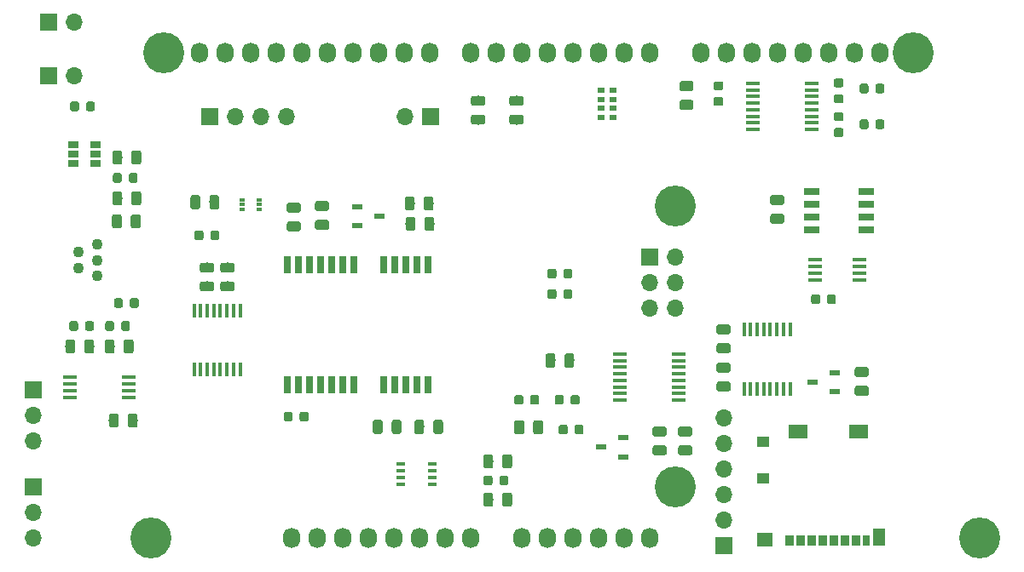
<source format=gbs>
G04 #@! TF.GenerationSoftware,KiCad,Pcbnew,(5.1.4)-1*
G04 #@! TF.CreationDate,2021-04-13T15:40:11+02:00*
G04 #@! TF.ProjectId,cSLIM-shield,63534c49-4d2d-4736-9869-656c642e6b69,rev?*
G04 #@! TF.SameCoordinates,Original*
G04 #@! TF.FileFunction,Soldermask,Bot*
G04 #@! TF.FilePolarity,Negative*
%FSLAX46Y46*%
G04 Gerber Fmt 4.6, Leading zero omitted, Abs format (unit mm)*
G04 Created by KiCad (PCBNEW (5.1.4)-1) date 2021-04-13 15:40:11*
%MOMM*%
%LPD*%
G04 APERTURE LIST*
%ADD10C,0.250000*%
%ADD11C,0.975000*%
%ADD12O,1.727200X2.032000*%
%ADD13C,4.064000*%
%ADD14R,1.700000X1.700000*%
%ADD15O,1.700000X1.700000*%
%ADD16C,0.875000*%
%ADD17R,1.525000X0.650000*%
%ADD18R,1.425000X0.450000*%
%ADD19R,1.475000X0.450000*%
%ADD20R,0.450000X1.475000*%
%ADD21R,1.050000X0.600000*%
%ADD22R,0.800000X1.800000*%
%ADD23R,0.850000X1.100000*%
%ADD24R,0.750000X1.100000*%
%ADD25R,1.170000X1.800000*%
%ADD26R,1.900000X1.350000*%
%ADD27R,1.200000X1.000000*%
%ADD28R,1.550000X1.350000*%
%ADD29R,0.470000X0.300000*%
%ADD30R,1.060000X0.650000*%
%ADD31C,1.100000*%
%ADD32R,0.800000X0.500000*%
%ADD33R,0.850000X0.350000*%
G04 APERTURE END LIST*
D10*
G36*
X164938142Y-105473174D02*
G01*
X164961803Y-105476684D01*
X164985007Y-105482496D01*
X165007529Y-105490554D01*
X165029153Y-105500782D01*
X165049670Y-105513079D01*
X165068883Y-105527329D01*
X165086607Y-105543393D01*
X165102671Y-105561117D01*
X165116921Y-105580330D01*
X165129218Y-105600847D01*
X165139446Y-105622471D01*
X165147504Y-105644993D01*
X165153316Y-105668197D01*
X165156826Y-105691858D01*
X165158000Y-105715750D01*
X165158000Y-106628250D01*
X165156826Y-106652142D01*
X165153316Y-106675803D01*
X165147504Y-106699007D01*
X165139446Y-106721529D01*
X165129218Y-106743153D01*
X165116921Y-106763670D01*
X165102671Y-106782883D01*
X165086607Y-106800607D01*
X165068883Y-106816671D01*
X165049670Y-106830921D01*
X165029153Y-106843218D01*
X165007529Y-106853446D01*
X164985007Y-106861504D01*
X164961803Y-106867316D01*
X164938142Y-106870826D01*
X164914250Y-106872000D01*
X164426750Y-106872000D01*
X164402858Y-106870826D01*
X164379197Y-106867316D01*
X164355993Y-106861504D01*
X164333471Y-106853446D01*
X164311847Y-106843218D01*
X164291330Y-106830921D01*
X164272117Y-106816671D01*
X164254393Y-106800607D01*
X164238329Y-106782883D01*
X164224079Y-106763670D01*
X164211782Y-106743153D01*
X164201554Y-106721529D01*
X164193496Y-106699007D01*
X164187684Y-106675803D01*
X164184174Y-106652142D01*
X164183000Y-106628250D01*
X164183000Y-105715750D01*
X164184174Y-105691858D01*
X164187684Y-105668197D01*
X164193496Y-105644993D01*
X164201554Y-105622471D01*
X164211782Y-105600847D01*
X164224079Y-105580330D01*
X164238329Y-105561117D01*
X164254393Y-105543393D01*
X164272117Y-105527329D01*
X164291330Y-105513079D01*
X164311847Y-105500782D01*
X164333471Y-105490554D01*
X164355993Y-105482496D01*
X164379197Y-105476684D01*
X164402858Y-105473174D01*
X164426750Y-105472000D01*
X164914250Y-105472000D01*
X164938142Y-105473174D01*
X164938142Y-105473174D01*
G37*
D11*
X164670500Y-106172000D03*
D10*
G36*
X166813142Y-105473174D02*
G01*
X166836803Y-105476684D01*
X166860007Y-105482496D01*
X166882529Y-105490554D01*
X166904153Y-105500782D01*
X166924670Y-105513079D01*
X166943883Y-105527329D01*
X166961607Y-105543393D01*
X166977671Y-105561117D01*
X166991921Y-105580330D01*
X167004218Y-105600847D01*
X167014446Y-105622471D01*
X167022504Y-105644993D01*
X167028316Y-105668197D01*
X167031826Y-105691858D01*
X167033000Y-105715750D01*
X167033000Y-106628250D01*
X167031826Y-106652142D01*
X167028316Y-106675803D01*
X167022504Y-106699007D01*
X167014446Y-106721529D01*
X167004218Y-106743153D01*
X166991921Y-106763670D01*
X166977671Y-106782883D01*
X166961607Y-106800607D01*
X166943883Y-106816671D01*
X166924670Y-106830921D01*
X166904153Y-106843218D01*
X166882529Y-106853446D01*
X166860007Y-106861504D01*
X166836803Y-106867316D01*
X166813142Y-106870826D01*
X166789250Y-106872000D01*
X166301750Y-106872000D01*
X166277858Y-106870826D01*
X166254197Y-106867316D01*
X166230993Y-106861504D01*
X166208471Y-106853446D01*
X166186847Y-106843218D01*
X166166330Y-106830921D01*
X166147117Y-106816671D01*
X166129393Y-106800607D01*
X166113329Y-106782883D01*
X166099079Y-106763670D01*
X166086782Y-106743153D01*
X166076554Y-106721529D01*
X166068496Y-106699007D01*
X166062684Y-106675803D01*
X166059174Y-106652142D01*
X166058000Y-106628250D01*
X166058000Y-105715750D01*
X166059174Y-105691858D01*
X166062684Y-105668197D01*
X166068496Y-105644993D01*
X166076554Y-105622471D01*
X166086782Y-105600847D01*
X166099079Y-105580330D01*
X166113329Y-105561117D01*
X166129393Y-105543393D01*
X166147117Y-105527329D01*
X166166330Y-105513079D01*
X166186847Y-105500782D01*
X166208471Y-105490554D01*
X166230993Y-105482496D01*
X166254197Y-105476684D01*
X166277858Y-105473174D01*
X166301750Y-105472000D01*
X166789250Y-105472000D01*
X166813142Y-105473174D01*
X166813142Y-105473174D01*
G37*
D11*
X166545500Y-106172000D03*
D12*
X138938000Y-123825000D03*
X141478000Y-123825000D03*
X144018000Y-123825000D03*
X146558000Y-123825000D03*
X149098000Y-123825000D03*
X151638000Y-123825000D03*
X154178000Y-123825000D03*
X156718000Y-123825000D03*
X161798000Y-123825000D03*
X164338000Y-123825000D03*
X166878000Y-123825000D03*
X169418000Y-123825000D03*
X171958000Y-123825000D03*
X174498000Y-123825000D03*
X129794000Y-75565000D03*
X132334000Y-75565000D03*
X134874000Y-75565000D03*
X137414000Y-75565000D03*
X139954000Y-75565000D03*
X142494000Y-75565000D03*
X145034000Y-75565000D03*
X147574000Y-75565000D03*
X150114000Y-75565000D03*
X152654000Y-75565000D03*
X156718000Y-75565000D03*
X159258000Y-75565000D03*
X161798000Y-75565000D03*
X164338000Y-75565000D03*
X166878000Y-75565000D03*
X169418000Y-75565000D03*
X171958000Y-75565000D03*
X174498000Y-75565000D03*
D13*
X124968000Y-123825000D03*
X177038000Y-118745000D03*
X126238000Y-75565000D03*
X177038000Y-90805000D03*
D14*
X174498000Y-95885000D03*
D15*
X177038000Y-95885000D03*
X174498000Y-98425000D03*
X177038000Y-98425000D03*
X174498000Y-100965000D03*
X177038000Y-100965000D03*
D12*
X179578000Y-75565000D03*
X182118000Y-75565000D03*
X184658000Y-75565000D03*
X187198000Y-75565000D03*
X189738000Y-75565000D03*
X192278000Y-75565000D03*
X194818000Y-75565000D03*
X197358000Y-75565000D03*
D13*
X200660000Y-75565000D03*
X207264000Y-123825000D03*
D10*
G36*
X191248691Y-99602053D02*
G01*
X191269926Y-99605203D01*
X191290750Y-99610419D01*
X191310962Y-99617651D01*
X191330368Y-99626830D01*
X191348781Y-99637866D01*
X191366024Y-99650654D01*
X191381930Y-99665070D01*
X191396346Y-99680976D01*
X191409134Y-99698219D01*
X191420170Y-99716632D01*
X191429349Y-99736038D01*
X191436581Y-99756250D01*
X191441797Y-99777074D01*
X191444947Y-99798309D01*
X191446000Y-99819750D01*
X191446000Y-100332250D01*
X191444947Y-100353691D01*
X191441797Y-100374926D01*
X191436581Y-100395750D01*
X191429349Y-100415962D01*
X191420170Y-100435368D01*
X191409134Y-100453781D01*
X191396346Y-100471024D01*
X191381930Y-100486930D01*
X191366024Y-100501346D01*
X191348781Y-100514134D01*
X191330368Y-100525170D01*
X191310962Y-100534349D01*
X191290750Y-100541581D01*
X191269926Y-100546797D01*
X191248691Y-100549947D01*
X191227250Y-100551000D01*
X190789750Y-100551000D01*
X190768309Y-100549947D01*
X190747074Y-100546797D01*
X190726250Y-100541581D01*
X190706038Y-100534349D01*
X190686632Y-100525170D01*
X190668219Y-100514134D01*
X190650976Y-100501346D01*
X190635070Y-100486930D01*
X190620654Y-100471024D01*
X190607866Y-100453781D01*
X190596830Y-100435368D01*
X190587651Y-100415962D01*
X190580419Y-100395750D01*
X190575203Y-100374926D01*
X190572053Y-100353691D01*
X190571000Y-100332250D01*
X190571000Y-99819750D01*
X190572053Y-99798309D01*
X190575203Y-99777074D01*
X190580419Y-99756250D01*
X190587651Y-99736038D01*
X190596830Y-99716632D01*
X190607866Y-99698219D01*
X190620654Y-99680976D01*
X190635070Y-99665070D01*
X190650976Y-99650654D01*
X190668219Y-99637866D01*
X190686632Y-99626830D01*
X190706038Y-99617651D01*
X190726250Y-99610419D01*
X190747074Y-99605203D01*
X190768309Y-99602053D01*
X190789750Y-99601000D01*
X191227250Y-99601000D01*
X191248691Y-99602053D01*
X191248691Y-99602053D01*
G37*
D16*
X191008500Y-100076000D03*
D10*
G36*
X192823691Y-99602053D02*
G01*
X192844926Y-99605203D01*
X192865750Y-99610419D01*
X192885962Y-99617651D01*
X192905368Y-99626830D01*
X192923781Y-99637866D01*
X192941024Y-99650654D01*
X192956930Y-99665070D01*
X192971346Y-99680976D01*
X192984134Y-99698219D01*
X192995170Y-99716632D01*
X193004349Y-99736038D01*
X193011581Y-99756250D01*
X193016797Y-99777074D01*
X193019947Y-99798309D01*
X193021000Y-99819750D01*
X193021000Y-100332250D01*
X193019947Y-100353691D01*
X193016797Y-100374926D01*
X193011581Y-100395750D01*
X193004349Y-100415962D01*
X192995170Y-100435368D01*
X192984134Y-100453781D01*
X192971346Y-100471024D01*
X192956930Y-100486930D01*
X192941024Y-100501346D01*
X192923781Y-100514134D01*
X192905368Y-100525170D01*
X192885962Y-100534349D01*
X192865750Y-100541581D01*
X192844926Y-100546797D01*
X192823691Y-100549947D01*
X192802250Y-100551000D01*
X192364750Y-100551000D01*
X192343309Y-100549947D01*
X192322074Y-100546797D01*
X192301250Y-100541581D01*
X192281038Y-100534349D01*
X192261632Y-100525170D01*
X192243219Y-100514134D01*
X192225976Y-100501346D01*
X192210070Y-100486930D01*
X192195654Y-100471024D01*
X192182866Y-100453781D01*
X192171830Y-100435368D01*
X192162651Y-100415962D01*
X192155419Y-100395750D01*
X192150203Y-100374926D01*
X192147053Y-100353691D01*
X192146000Y-100332250D01*
X192146000Y-99819750D01*
X192147053Y-99798309D01*
X192150203Y-99777074D01*
X192155419Y-99756250D01*
X192162651Y-99736038D01*
X192171830Y-99716632D01*
X192182866Y-99698219D01*
X192195654Y-99680976D01*
X192210070Y-99665070D01*
X192225976Y-99650654D01*
X192243219Y-99637866D01*
X192261632Y-99626830D01*
X192281038Y-99617651D01*
X192301250Y-99610419D01*
X192322074Y-99605203D01*
X192343309Y-99602053D01*
X192364750Y-99601000D01*
X192802250Y-99601000D01*
X192823691Y-99602053D01*
X192823691Y-99602053D01*
G37*
D16*
X192583500Y-100076000D03*
D10*
G36*
X196048691Y-78647053D02*
G01*
X196069926Y-78650203D01*
X196090750Y-78655419D01*
X196110962Y-78662651D01*
X196130368Y-78671830D01*
X196148781Y-78682866D01*
X196166024Y-78695654D01*
X196181930Y-78710070D01*
X196196346Y-78725976D01*
X196209134Y-78743219D01*
X196220170Y-78761632D01*
X196229349Y-78781038D01*
X196236581Y-78801250D01*
X196241797Y-78822074D01*
X196244947Y-78843309D01*
X196246000Y-78864750D01*
X196246000Y-79377250D01*
X196244947Y-79398691D01*
X196241797Y-79419926D01*
X196236581Y-79440750D01*
X196229349Y-79460962D01*
X196220170Y-79480368D01*
X196209134Y-79498781D01*
X196196346Y-79516024D01*
X196181930Y-79531930D01*
X196166024Y-79546346D01*
X196148781Y-79559134D01*
X196130368Y-79570170D01*
X196110962Y-79579349D01*
X196090750Y-79586581D01*
X196069926Y-79591797D01*
X196048691Y-79594947D01*
X196027250Y-79596000D01*
X195589750Y-79596000D01*
X195568309Y-79594947D01*
X195547074Y-79591797D01*
X195526250Y-79586581D01*
X195506038Y-79579349D01*
X195486632Y-79570170D01*
X195468219Y-79559134D01*
X195450976Y-79546346D01*
X195435070Y-79531930D01*
X195420654Y-79516024D01*
X195407866Y-79498781D01*
X195396830Y-79480368D01*
X195387651Y-79460962D01*
X195380419Y-79440750D01*
X195375203Y-79419926D01*
X195372053Y-79398691D01*
X195371000Y-79377250D01*
X195371000Y-78864750D01*
X195372053Y-78843309D01*
X195375203Y-78822074D01*
X195380419Y-78801250D01*
X195387651Y-78781038D01*
X195396830Y-78761632D01*
X195407866Y-78743219D01*
X195420654Y-78725976D01*
X195435070Y-78710070D01*
X195450976Y-78695654D01*
X195468219Y-78682866D01*
X195486632Y-78671830D01*
X195506038Y-78662651D01*
X195526250Y-78655419D01*
X195547074Y-78650203D01*
X195568309Y-78647053D01*
X195589750Y-78646000D01*
X196027250Y-78646000D01*
X196048691Y-78647053D01*
X196048691Y-78647053D01*
G37*
D16*
X195808500Y-79121000D03*
D10*
G36*
X197623691Y-78647053D02*
G01*
X197644926Y-78650203D01*
X197665750Y-78655419D01*
X197685962Y-78662651D01*
X197705368Y-78671830D01*
X197723781Y-78682866D01*
X197741024Y-78695654D01*
X197756930Y-78710070D01*
X197771346Y-78725976D01*
X197784134Y-78743219D01*
X197795170Y-78761632D01*
X197804349Y-78781038D01*
X197811581Y-78801250D01*
X197816797Y-78822074D01*
X197819947Y-78843309D01*
X197821000Y-78864750D01*
X197821000Y-79377250D01*
X197819947Y-79398691D01*
X197816797Y-79419926D01*
X197811581Y-79440750D01*
X197804349Y-79460962D01*
X197795170Y-79480368D01*
X197784134Y-79498781D01*
X197771346Y-79516024D01*
X197756930Y-79531930D01*
X197741024Y-79546346D01*
X197723781Y-79559134D01*
X197705368Y-79570170D01*
X197685962Y-79579349D01*
X197665750Y-79586581D01*
X197644926Y-79591797D01*
X197623691Y-79594947D01*
X197602250Y-79596000D01*
X197164750Y-79596000D01*
X197143309Y-79594947D01*
X197122074Y-79591797D01*
X197101250Y-79586581D01*
X197081038Y-79579349D01*
X197061632Y-79570170D01*
X197043219Y-79559134D01*
X197025976Y-79546346D01*
X197010070Y-79531930D01*
X196995654Y-79516024D01*
X196982866Y-79498781D01*
X196971830Y-79480368D01*
X196962651Y-79460962D01*
X196955419Y-79440750D01*
X196950203Y-79419926D01*
X196947053Y-79398691D01*
X196946000Y-79377250D01*
X196946000Y-78864750D01*
X196947053Y-78843309D01*
X196950203Y-78822074D01*
X196955419Y-78801250D01*
X196962651Y-78781038D01*
X196971830Y-78761632D01*
X196982866Y-78743219D01*
X196995654Y-78725976D01*
X197010070Y-78710070D01*
X197025976Y-78695654D01*
X197043219Y-78682866D01*
X197061632Y-78671830D01*
X197081038Y-78662651D01*
X197101250Y-78655419D01*
X197122074Y-78650203D01*
X197143309Y-78647053D01*
X197164750Y-78646000D01*
X197602250Y-78646000D01*
X197623691Y-78647053D01*
X197623691Y-78647053D01*
G37*
D16*
X197383500Y-79121000D03*
D10*
G36*
X196048691Y-82203053D02*
G01*
X196069926Y-82206203D01*
X196090750Y-82211419D01*
X196110962Y-82218651D01*
X196130368Y-82227830D01*
X196148781Y-82238866D01*
X196166024Y-82251654D01*
X196181930Y-82266070D01*
X196196346Y-82281976D01*
X196209134Y-82299219D01*
X196220170Y-82317632D01*
X196229349Y-82337038D01*
X196236581Y-82357250D01*
X196241797Y-82378074D01*
X196244947Y-82399309D01*
X196246000Y-82420750D01*
X196246000Y-82933250D01*
X196244947Y-82954691D01*
X196241797Y-82975926D01*
X196236581Y-82996750D01*
X196229349Y-83016962D01*
X196220170Y-83036368D01*
X196209134Y-83054781D01*
X196196346Y-83072024D01*
X196181930Y-83087930D01*
X196166024Y-83102346D01*
X196148781Y-83115134D01*
X196130368Y-83126170D01*
X196110962Y-83135349D01*
X196090750Y-83142581D01*
X196069926Y-83147797D01*
X196048691Y-83150947D01*
X196027250Y-83152000D01*
X195589750Y-83152000D01*
X195568309Y-83150947D01*
X195547074Y-83147797D01*
X195526250Y-83142581D01*
X195506038Y-83135349D01*
X195486632Y-83126170D01*
X195468219Y-83115134D01*
X195450976Y-83102346D01*
X195435070Y-83087930D01*
X195420654Y-83072024D01*
X195407866Y-83054781D01*
X195396830Y-83036368D01*
X195387651Y-83016962D01*
X195380419Y-82996750D01*
X195375203Y-82975926D01*
X195372053Y-82954691D01*
X195371000Y-82933250D01*
X195371000Y-82420750D01*
X195372053Y-82399309D01*
X195375203Y-82378074D01*
X195380419Y-82357250D01*
X195387651Y-82337038D01*
X195396830Y-82317632D01*
X195407866Y-82299219D01*
X195420654Y-82281976D01*
X195435070Y-82266070D01*
X195450976Y-82251654D01*
X195468219Y-82238866D01*
X195486632Y-82227830D01*
X195506038Y-82218651D01*
X195526250Y-82211419D01*
X195547074Y-82206203D01*
X195568309Y-82203053D01*
X195589750Y-82202000D01*
X196027250Y-82202000D01*
X196048691Y-82203053D01*
X196048691Y-82203053D01*
G37*
D16*
X195808500Y-82677000D03*
D10*
G36*
X197623691Y-82203053D02*
G01*
X197644926Y-82206203D01*
X197665750Y-82211419D01*
X197685962Y-82218651D01*
X197705368Y-82227830D01*
X197723781Y-82238866D01*
X197741024Y-82251654D01*
X197756930Y-82266070D01*
X197771346Y-82281976D01*
X197784134Y-82299219D01*
X197795170Y-82317632D01*
X197804349Y-82337038D01*
X197811581Y-82357250D01*
X197816797Y-82378074D01*
X197819947Y-82399309D01*
X197821000Y-82420750D01*
X197821000Y-82933250D01*
X197819947Y-82954691D01*
X197816797Y-82975926D01*
X197811581Y-82996750D01*
X197804349Y-83016962D01*
X197795170Y-83036368D01*
X197784134Y-83054781D01*
X197771346Y-83072024D01*
X197756930Y-83087930D01*
X197741024Y-83102346D01*
X197723781Y-83115134D01*
X197705368Y-83126170D01*
X197685962Y-83135349D01*
X197665750Y-83142581D01*
X197644926Y-83147797D01*
X197623691Y-83150947D01*
X197602250Y-83152000D01*
X197164750Y-83152000D01*
X197143309Y-83150947D01*
X197122074Y-83147797D01*
X197101250Y-83142581D01*
X197081038Y-83135349D01*
X197061632Y-83126170D01*
X197043219Y-83115134D01*
X197025976Y-83102346D01*
X197010070Y-83087930D01*
X196995654Y-83072024D01*
X196982866Y-83054781D01*
X196971830Y-83036368D01*
X196962651Y-83016962D01*
X196955419Y-82996750D01*
X196950203Y-82975926D01*
X196947053Y-82954691D01*
X196946000Y-82933250D01*
X196946000Y-82420750D01*
X196947053Y-82399309D01*
X196950203Y-82378074D01*
X196955419Y-82357250D01*
X196962651Y-82337038D01*
X196971830Y-82317632D01*
X196982866Y-82299219D01*
X196995654Y-82281976D01*
X197010070Y-82266070D01*
X197025976Y-82251654D01*
X197043219Y-82238866D01*
X197061632Y-82227830D01*
X197081038Y-82218651D01*
X197101250Y-82211419D01*
X197122074Y-82206203D01*
X197143309Y-82203053D01*
X197164750Y-82202000D01*
X197602250Y-82202000D01*
X197623691Y-82203053D01*
X197623691Y-82203053D01*
G37*
D16*
X197383500Y-82677000D03*
D10*
G36*
X193571691Y-81478553D02*
G01*
X193592926Y-81481703D01*
X193613750Y-81486919D01*
X193633962Y-81494151D01*
X193653368Y-81503330D01*
X193671781Y-81514366D01*
X193689024Y-81527154D01*
X193704930Y-81541570D01*
X193719346Y-81557476D01*
X193732134Y-81574719D01*
X193743170Y-81593132D01*
X193752349Y-81612538D01*
X193759581Y-81632750D01*
X193764797Y-81653574D01*
X193767947Y-81674809D01*
X193769000Y-81696250D01*
X193769000Y-82133750D01*
X193767947Y-82155191D01*
X193764797Y-82176426D01*
X193759581Y-82197250D01*
X193752349Y-82217462D01*
X193743170Y-82236868D01*
X193732134Y-82255281D01*
X193719346Y-82272524D01*
X193704930Y-82288430D01*
X193689024Y-82302846D01*
X193671781Y-82315634D01*
X193653368Y-82326670D01*
X193633962Y-82335849D01*
X193613750Y-82343081D01*
X193592926Y-82348297D01*
X193571691Y-82351447D01*
X193550250Y-82352500D01*
X193037750Y-82352500D01*
X193016309Y-82351447D01*
X192995074Y-82348297D01*
X192974250Y-82343081D01*
X192954038Y-82335849D01*
X192934632Y-82326670D01*
X192916219Y-82315634D01*
X192898976Y-82302846D01*
X192883070Y-82288430D01*
X192868654Y-82272524D01*
X192855866Y-82255281D01*
X192844830Y-82236868D01*
X192835651Y-82217462D01*
X192828419Y-82197250D01*
X192823203Y-82176426D01*
X192820053Y-82155191D01*
X192819000Y-82133750D01*
X192819000Y-81696250D01*
X192820053Y-81674809D01*
X192823203Y-81653574D01*
X192828419Y-81632750D01*
X192835651Y-81612538D01*
X192844830Y-81593132D01*
X192855866Y-81574719D01*
X192868654Y-81557476D01*
X192883070Y-81541570D01*
X192898976Y-81527154D01*
X192916219Y-81514366D01*
X192934632Y-81503330D01*
X192954038Y-81494151D01*
X192974250Y-81486919D01*
X192995074Y-81481703D01*
X193016309Y-81478553D01*
X193037750Y-81477500D01*
X193550250Y-81477500D01*
X193571691Y-81478553D01*
X193571691Y-81478553D01*
G37*
D16*
X193294000Y-81915000D03*
D10*
G36*
X193571691Y-83053553D02*
G01*
X193592926Y-83056703D01*
X193613750Y-83061919D01*
X193633962Y-83069151D01*
X193653368Y-83078330D01*
X193671781Y-83089366D01*
X193689024Y-83102154D01*
X193704930Y-83116570D01*
X193719346Y-83132476D01*
X193732134Y-83149719D01*
X193743170Y-83168132D01*
X193752349Y-83187538D01*
X193759581Y-83207750D01*
X193764797Y-83228574D01*
X193767947Y-83249809D01*
X193769000Y-83271250D01*
X193769000Y-83708750D01*
X193767947Y-83730191D01*
X193764797Y-83751426D01*
X193759581Y-83772250D01*
X193752349Y-83792462D01*
X193743170Y-83811868D01*
X193732134Y-83830281D01*
X193719346Y-83847524D01*
X193704930Y-83863430D01*
X193689024Y-83877846D01*
X193671781Y-83890634D01*
X193653368Y-83901670D01*
X193633962Y-83910849D01*
X193613750Y-83918081D01*
X193592926Y-83923297D01*
X193571691Y-83926447D01*
X193550250Y-83927500D01*
X193037750Y-83927500D01*
X193016309Y-83926447D01*
X192995074Y-83923297D01*
X192974250Y-83918081D01*
X192954038Y-83910849D01*
X192934632Y-83901670D01*
X192916219Y-83890634D01*
X192898976Y-83877846D01*
X192883070Y-83863430D01*
X192868654Y-83847524D01*
X192855866Y-83830281D01*
X192844830Y-83811868D01*
X192835651Y-83792462D01*
X192828419Y-83772250D01*
X192823203Y-83751426D01*
X192820053Y-83730191D01*
X192819000Y-83708750D01*
X192819000Y-83271250D01*
X192820053Y-83249809D01*
X192823203Y-83228574D01*
X192828419Y-83207750D01*
X192835651Y-83187538D01*
X192844830Y-83168132D01*
X192855866Y-83149719D01*
X192868654Y-83132476D01*
X192883070Y-83116570D01*
X192898976Y-83102154D01*
X192916219Y-83089366D01*
X192934632Y-83078330D01*
X192954038Y-83069151D01*
X192974250Y-83061919D01*
X192995074Y-83056703D01*
X193016309Y-83053553D01*
X193037750Y-83052500D01*
X193550250Y-83052500D01*
X193571691Y-83053553D01*
X193571691Y-83053553D01*
G37*
D16*
X193294000Y-83490000D03*
D10*
G36*
X193571691Y-79700553D02*
G01*
X193592926Y-79703703D01*
X193613750Y-79708919D01*
X193633962Y-79716151D01*
X193653368Y-79725330D01*
X193671781Y-79736366D01*
X193689024Y-79749154D01*
X193704930Y-79763570D01*
X193719346Y-79779476D01*
X193732134Y-79796719D01*
X193743170Y-79815132D01*
X193752349Y-79834538D01*
X193759581Y-79854750D01*
X193764797Y-79875574D01*
X193767947Y-79896809D01*
X193769000Y-79918250D01*
X193769000Y-80355750D01*
X193767947Y-80377191D01*
X193764797Y-80398426D01*
X193759581Y-80419250D01*
X193752349Y-80439462D01*
X193743170Y-80458868D01*
X193732134Y-80477281D01*
X193719346Y-80494524D01*
X193704930Y-80510430D01*
X193689024Y-80524846D01*
X193671781Y-80537634D01*
X193653368Y-80548670D01*
X193633962Y-80557849D01*
X193613750Y-80565081D01*
X193592926Y-80570297D01*
X193571691Y-80573447D01*
X193550250Y-80574500D01*
X193037750Y-80574500D01*
X193016309Y-80573447D01*
X192995074Y-80570297D01*
X192974250Y-80565081D01*
X192954038Y-80557849D01*
X192934632Y-80548670D01*
X192916219Y-80537634D01*
X192898976Y-80524846D01*
X192883070Y-80510430D01*
X192868654Y-80494524D01*
X192855866Y-80477281D01*
X192844830Y-80458868D01*
X192835651Y-80439462D01*
X192828419Y-80419250D01*
X192823203Y-80398426D01*
X192820053Y-80377191D01*
X192819000Y-80355750D01*
X192819000Y-79918250D01*
X192820053Y-79896809D01*
X192823203Y-79875574D01*
X192828419Y-79854750D01*
X192835651Y-79834538D01*
X192844830Y-79815132D01*
X192855866Y-79796719D01*
X192868654Y-79779476D01*
X192883070Y-79763570D01*
X192898976Y-79749154D01*
X192916219Y-79736366D01*
X192934632Y-79725330D01*
X192954038Y-79716151D01*
X192974250Y-79708919D01*
X192995074Y-79703703D01*
X193016309Y-79700553D01*
X193037750Y-79699500D01*
X193550250Y-79699500D01*
X193571691Y-79700553D01*
X193571691Y-79700553D01*
G37*
D16*
X193294000Y-80137000D03*
D10*
G36*
X193571691Y-78125553D02*
G01*
X193592926Y-78128703D01*
X193613750Y-78133919D01*
X193633962Y-78141151D01*
X193653368Y-78150330D01*
X193671781Y-78161366D01*
X193689024Y-78174154D01*
X193704930Y-78188570D01*
X193719346Y-78204476D01*
X193732134Y-78221719D01*
X193743170Y-78240132D01*
X193752349Y-78259538D01*
X193759581Y-78279750D01*
X193764797Y-78300574D01*
X193767947Y-78321809D01*
X193769000Y-78343250D01*
X193769000Y-78780750D01*
X193767947Y-78802191D01*
X193764797Y-78823426D01*
X193759581Y-78844250D01*
X193752349Y-78864462D01*
X193743170Y-78883868D01*
X193732134Y-78902281D01*
X193719346Y-78919524D01*
X193704930Y-78935430D01*
X193689024Y-78949846D01*
X193671781Y-78962634D01*
X193653368Y-78973670D01*
X193633962Y-78982849D01*
X193613750Y-78990081D01*
X193592926Y-78995297D01*
X193571691Y-78998447D01*
X193550250Y-78999500D01*
X193037750Y-78999500D01*
X193016309Y-78998447D01*
X192995074Y-78995297D01*
X192974250Y-78990081D01*
X192954038Y-78982849D01*
X192934632Y-78973670D01*
X192916219Y-78962634D01*
X192898976Y-78949846D01*
X192883070Y-78935430D01*
X192868654Y-78919524D01*
X192855866Y-78902281D01*
X192844830Y-78883868D01*
X192835651Y-78864462D01*
X192828419Y-78844250D01*
X192823203Y-78823426D01*
X192820053Y-78802191D01*
X192819000Y-78780750D01*
X192819000Y-78343250D01*
X192820053Y-78321809D01*
X192823203Y-78300574D01*
X192828419Y-78279750D01*
X192835651Y-78259538D01*
X192844830Y-78240132D01*
X192855866Y-78221719D01*
X192868654Y-78204476D01*
X192883070Y-78188570D01*
X192898976Y-78174154D01*
X192916219Y-78161366D01*
X192934632Y-78150330D01*
X192954038Y-78141151D01*
X192974250Y-78133919D01*
X192995074Y-78128703D01*
X193016309Y-78125553D01*
X193037750Y-78124500D01*
X193550250Y-78124500D01*
X193571691Y-78125553D01*
X193571691Y-78125553D01*
G37*
D16*
X193294000Y-78562000D03*
D10*
G36*
X181633691Y-79980053D02*
G01*
X181654926Y-79983203D01*
X181675750Y-79988419D01*
X181695962Y-79995651D01*
X181715368Y-80004830D01*
X181733781Y-80015866D01*
X181751024Y-80028654D01*
X181766930Y-80043070D01*
X181781346Y-80058976D01*
X181794134Y-80076219D01*
X181805170Y-80094632D01*
X181814349Y-80114038D01*
X181821581Y-80134250D01*
X181826797Y-80155074D01*
X181829947Y-80176309D01*
X181831000Y-80197750D01*
X181831000Y-80635250D01*
X181829947Y-80656691D01*
X181826797Y-80677926D01*
X181821581Y-80698750D01*
X181814349Y-80718962D01*
X181805170Y-80738368D01*
X181794134Y-80756781D01*
X181781346Y-80774024D01*
X181766930Y-80789930D01*
X181751024Y-80804346D01*
X181733781Y-80817134D01*
X181715368Y-80828170D01*
X181695962Y-80837349D01*
X181675750Y-80844581D01*
X181654926Y-80849797D01*
X181633691Y-80852947D01*
X181612250Y-80854000D01*
X181099750Y-80854000D01*
X181078309Y-80852947D01*
X181057074Y-80849797D01*
X181036250Y-80844581D01*
X181016038Y-80837349D01*
X180996632Y-80828170D01*
X180978219Y-80817134D01*
X180960976Y-80804346D01*
X180945070Y-80789930D01*
X180930654Y-80774024D01*
X180917866Y-80756781D01*
X180906830Y-80738368D01*
X180897651Y-80718962D01*
X180890419Y-80698750D01*
X180885203Y-80677926D01*
X180882053Y-80656691D01*
X180881000Y-80635250D01*
X180881000Y-80197750D01*
X180882053Y-80176309D01*
X180885203Y-80155074D01*
X180890419Y-80134250D01*
X180897651Y-80114038D01*
X180906830Y-80094632D01*
X180917866Y-80076219D01*
X180930654Y-80058976D01*
X180945070Y-80043070D01*
X180960976Y-80028654D01*
X180978219Y-80015866D01*
X180996632Y-80004830D01*
X181016038Y-79995651D01*
X181036250Y-79988419D01*
X181057074Y-79983203D01*
X181078309Y-79980053D01*
X181099750Y-79979000D01*
X181612250Y-79979000D01*
X181633691Y-79980053D01*
X181633691Y-79980053D01*
G37*
D16*
X181356000Y-80416500D03*
D10*
G36*
X181633691Y-78405053D02*
G01*
X181654926Y-78408203D01*
X181675750Y-78413419D01*
X181695962Y-78420651D01*
X181715368Y-78429830D01*
X181733781Y-78440866D01*
X181751024Y-78453654D01*
X181766930Y-78468070D01*
X181781346Y-78483976D01*
X181794134Y-78501219D01*
X181805170Y-78519632D01*
X181814349Y-78539038D01*
X181821581Y-78559250D01*
X181826797Y-78580074D01*
X181829947Y-78601309D01*
X181831000Y-78622750D01*
X181831000Y-79060250D01*
X181829947Y-79081691D01*
X181826797Y-79102926D01*
X181821581Y-79123750D01*
X181814349Y-79143962D01*
X181805170Y-79163368D01*
X181794134Y-79181781D01*
X181781346Y-79199024D01*
X181766930Y-79214930D01*
X181751024Y-79229346D01*
X181733781Y-79242134D01*
X181715368Y-79253170D01*
X181695962Y-79262349D01*
X181675750Y-79269581D01*
X181654926Y-79274797D01*
X181633691Y-79277947D01*
X181612250Y-79279000D01*
X181099750Y-79279000D01*
X181078309Y-79277947D01*
X181057074Y-79274797D01*
X181036250Y-79269581D01*
X181016038Y-79262349D01*
X180996632Y-79253170D01*
X180978219Y-79242134D01*
X180960976Y-79229346D01*
X180945070Y-79214930D01*
X180930654Y-79199024D01*
X180917866Y-79181781D01*
X180906830Y-79163368D01*
X180897651Y-79143962D01*
X180890419Y-79123750D01*
X180885203Y-79102926D01*
X180882053Y-79081691D01*
X180881000Y-79060250D01*
X180881000Y-78622750D01*
X180882053Y-78601309D01*
X180885203Y-78580074D01*
X180890419Y-78559250D01*
X180897651Y-78539038D01*
X180906830Y-78519632D01*
X180917866Y-78501219D01*
X180930654Y-78483976D01*
X180945070Y-78468070D01*
X180960976Y-78453654D01*
X180978219Y-78440866D01*
X180996632Y-78429830D01*
X181016038Y-78420651D01*
X181036250Y-78413419D01*
X181057074Y-78408203D01*
X181078309Y-78405053D01*
X181099750Y-78404000D01*
X181612250Y-78404000D01*
X181633691Y-78405053D01*
X181633691Y-78405053D01*
G37*
D16*
X181356000Y-78841500D03*
D10*
G36*
X123582691Y-99983053D02*
G01*
X123603926Y-99986203D01*
X123624750Y-99991419D01*
X123644962Y-99998651D01*
X123664368Y-100007830D01*
X123682781Y-100018866D01*
X123700024Y-100031654D01*
X123715930Y-100046070D01*
X123730346Y-100061976D01*
X123743134Y-100079219D01*
X123754170Y-100097632D01*
X123763349Y-100117038D01*
X123770581Y-100137250D01*
X123775797Y-100158074D01*
X123778947Y-100179309D01*
X123780000Y-100200750D01*
X123780000Y-100713250D01*
X123778947Y-100734691D01*
X123775797Y-100755926D01*
X123770581Y-100776750D01*
X123763349Y-100796962D01*
X123754170Y-100816368D01*
X123743134Y-100834781D01*
X123730346Y-100852024D01*
X123715930Y-100867930D01*
X123700024Y-100882346D01*
X123682781Y-100895134D01*
X123664368Y-100906170D01*
X123644962Y-100915349D01*
X123624750Y-100922581D01*
X123603926Y-100927797D01*
X123582691Y-100930947D01*
X123561250Y-100932000D01*
X123123750Y-100932000D01*
X123102309Y-100930947D01*
X123081074Y-100927797D01*
X123060250Y-100922581D01*
X123040038Y-100915349D01*
X123020632Y-100906170D01*
X123002219Y-100895134D01*
X122984976Y-100882346D01*
X122969070Y-100867930D01*
X122954654Y-100852024D01*
X122941866Y-100834781D01*
X122930830Y-100816368D01*
X122921651Y-100796962D01*
X122914419Y-100776750D01*
X122909203Y-100755926D01*
X122906053Y-100734691D01*
X122905000Y-100713250D01*
X122905000Y-100200750D01*
X122906053Y-100179309D01*
X122909203Y-100158074D01*
X122914419Y-100137250D01*
X122921651Y-100117038D01*
X122930830Y-100097632D01*
X122941866Y-100079219D01*
X122954654Y-100061976D01*
X122969070Y-100046070D01*
X122984976Y-100031654D01*
X123002219Y-100018866D01*
X123020632Y-100007830D01*
X123040038Y-99998651D01*
X123060250Y-99991419D01*
X123081074Y-99986203D01*
X123102309Y-99983053D01*
X123123750Y-99982000D01*
X123561250Y-99982000D01*
X123582691Y-99983053D01*
X123582691Y-99983053D01*
G37*
D16*
X123342500Y-100457000D03*
D10*
G36*
X122007691Y-99983053D02*
G01*
X122028926Y-99986203D01*
X122049750Y-99991419D01*
X122069962Y-99998651D01*
X122089368Y-100007830D01*
X122107781Y-100018866D01*
X122125024Y-100031654D01*
X122140930Y-100046070D01*
X122155346Y-100061976D01*
X122168134Y-100079219D01*
X122179170Y-100097632D01*
X122188349Y-100117038D01*
X122195581Y-100137250D01*
X122200797Y-100158074D01*
X122203947Y-100179309D01*
X122205000Y-100200750D01*
X122205000Y-100713250D01*
X122203947Y-100734691D01*
X122200797Y-100755926D01*
X122195581Y-100776750D01*
X122188349Y-100796962D01*
X122179170Y-100816368D01*
X122168134Y-100834781D01*
X122155346Y-100852024D01*
X122140930Y-100867930D01*
X122125024Y-100882346D01*
X122107781Y-100895134D01*
X122089368Y-100906170D01*
X122069962Y-100915349D01*
X122049750Y-100922581D01*
X122028926Y-100927797D01*
X122007691Y-100930947D01*
X121986250Y-100932000D01*
X121548750Y-100932000D01*
X121527309Y-100930947D01*
X121506074Y-100927797D01*
X121485250Y-100922581D01*
X121465038Y-100915349D01*
X121445632Y-100906170D01*
X121427219Y-100895134D01*
X121409976Y-100882346D01*
X121394070Y-100867930D01*
X121379654Y-100852024D01*
X121366866Y-100834781D01*
X121355830Y-100816368D01*
X121346651Y-100796962D01*
X121339419Y-100776750D01*
X121334203Y-100755926D01*
X121331053Y-100734691D01*
X121330000Y-100713250D01*
X121330000Y-100200750D01*
X121331053Y-100179309D01*
X121334203Y-100158074D01*
X121339419Y-100137250D01*
X121346651Y-100117038D01*
X121355830Y-100097632D01*
X121366866Y-100079219D01*
X121379654Y-100061976D01*
X121394070Y-100046070D01*
X121409976Y-100031654D01*
X121427219Y-100018866D01*
X121445632Y-100007830D01*
X121465038Y-99998651D01*
X121485250Y-99991419D01*
X121506074Y-99986203D01*
X121527309Y-99983053D01*
X121548750Y-99982000D01*
X121986250Y-99982000D01*
X122007691Y-99983053D01*
X122007691Y-99983053D01*
G37*
D16*
X121767500Y-100457000D03*
D10*
G36*
X122719691Y-102269053D02*
G01*
X122740926Y-102272203D01*
X122761750Y-102277419D01*
X122781962Y-102284651D01*
X122801368Y-102293830D01*
X122819781Y-102304866D01*
X122837024Y-102317654D01*
X122852930Y-102332070D01*
X122867346Y-102347976D01*
X122880134Y-102365219D01*
X122891170Y-102383632D01*
X122900349Y-102403038D01*
X122907581Y-102423250D01*
X122912797Y-102444074D01*
X122915947Y-102465309D01*
X122917000Y-102486750D01*
X122917000Y-102999250D01*
X122915947Y-103020691D01*
X122912797Y-103041926D01*
X122907581Y-103062750D01*
X122900349Y-103082962D01*
X122891170Y-103102368D01*
X122880134Y-103120781D01*
X122867346Y-103138024D01*
X122852930Y-103153930D01*
X122837024Y-103168346D01*
X122819781Y-103181134D01*
X122801368Y-103192170D01*
X122781962Y-103201349D01*
X122761750Y-103208581D01*
X122740926Y-103213797D01*
X122719691Y-103216947D01*
X122698250Y-103218000D01*
X122260750Y-103218000D01*
X122239309Y-103216947D01*
X122218074Y-103213797D01*
X122197250Y-103208581D01*
X122177038Y-103201349D01*
X122157632Y-103192170D01*
X122139219Y-103181134D01*
X122121976Y-103168346D01*
X122106070Y-103153930D01*
X122091654Y-103138024D01*
X122078866Y-103120781D01*
X122067830Y-103102368D01*
X122058651Y-103082962D01*
X122051419Y-103062750D01*
X122046203Y-103041926D01*
X122043053Y-103020691D01*
X122042000Y-102999250D01*
X122042000Y-102486750D01*
X122043053Y-102465309D01*
X122046203Y-102444074D01*
X122051419Y-102423250D01*
X122058651Y-102403038D01*
X122067830Y-102383632D01*
X122078866Y-102365219D01*
X122091654Y-102347976D01*
X122106070Y-102332070D01*
X122121976Y-102317654D01*
X122139219Y-102304866D01*
X122157632Y-102293830D01*
X122177038Y-102284651D01*
X122197250Y-102277419D01*
X122218074Y-102272203D01*
X122239309Y-102269053D01*
X122260750Y-102268000D01*
X122698250Y-102268000D01*
X122719691Y-102269053D01*
X122719691Y-102269053D01*
G37*
D16*
X122479500Y-102743000D03*
D10*
G36*
X121144691Y-102269053D02*
G01*
X121165926Y-102272203D01*
X121186750Y-102277419D01*
X121206962Y-102284651D01*
X121226368Y-102293830D01*
X121244781Y-102304866D01*
X121262024Y-102317654D01*
X121277930Y-102332070D01*
X121292346Y-102347976D01*
X121305134Y-102365219D01*
X121316170Y-102383632D01*
X121325349Y-102403038D01*
X121332581Y-102423250D01*
X121337797Y-102444074D01*
X121340947Y-102465309D01*
X121342000Y-102486750D01*
X121342000Y-102999250D01*
X121340947Y-103020691D01*
X121337797Y-103041926D01*
X121332581Y-103062750D01*
X121325349Y-103082962D01*
X121316170Y-103102368D01*
X121305134Y-103120781D01*
X121292346Y-103138024D01*
X121277930Y-103153930D01*
X121262024Y-103168346D01*
X121244781Y-103181134D01*
X121226368Y-103192170D01*
X121206962Y-103201349D01*
X121186750Y-103208581D01*
X121165926Y-103213797D01*
X121144691Y-103216947D01*
X121123250Y-103218000D01*
X120685750Y-103218000D01*
X120664309Y-103216947D01*
X120643074Y-103213797D01*
X120622250Y-103208581D01*
X120602038Y-103201349D01*
X120582632Y-103192170D01*
X120564219Y-103181134D01*
X120546976Y-103168346D01*
X120531070Y-103153930D01*
X120516654Y-103138024D01*
X120503866Y-103120781D01*
X120492830Y-103102368D01*
X120483651Y-103082962D01*
X120476419Y-103062750D01*
X120471203Y-103041926D01*
X120468053Y-103020691D01*
X120467000Y-102999250D01*
X120467000Y-102486750D01*
X120468053Y-102465309D01*
X120471203Y-102444074D01*
X120476419Y-102423250D01*
X120483651Y-102403038D01*
X120492830Y-102383632D01*
X120503866Y-102365219D01*
X120516654Y-102347976D01*
X120531070Y-102332070D01*
X120546976Y-102317654D01*
X120564219Y-102304866D01*
X120582632Y-102293830D01*
X120602038Y-102284651D01*
X120622250Y-102277419D01*
X120643074Y-102272203D01*
X120664309Y-102269053D01*
X120685750Y-102268000D01*
X121123250Y-102268000D01*
X121144691Y-102269053D01*
X121144691Y-102269053D01*
G37*
D16*
X120904500Y-102743000D03*
D10*
G36*
X121906691Y-87537053D02*
G01*
X121927926Y-87540203D01*
X121948750Y-87545419D01*
X121968962Y-87552651D01*
X121988368Y-87561830D01*
X122006781Y-87572866D01*
X122024024Y-87585654D01*
X122039930Y-87600070D01*
X122054346Y-87615976D01*
X122067134Y-87633219D01*
X122078170Y-87651632D01*
X122087349Y-87671038D01*
X122094581Y-87691250D01*
X122099797Y-87712074D01*
X122102947Y-87733309D01*
X122104000Y-87754750D01*
X122104000Y-88267250D01*
X122102947Y-88288691D01*
X122099797Y-88309926D01*
X122094581Y-88330750D01*
X122087349Y-88350962D01*
X122078170Y-88370368D01*
X122067134Y-88388781D01*
X122054346Y-88406024D01*
X122039930Y-88421930D01*
X122024024Y-88436346D01*
X122006781Y-88449134D01*
X121988368Y-88460170D01*
X121968962Y-88469349D01*
X121948750Y-88476581D01*
X121927926Y-88481797D01*
X121906691Y-88484947D01*
X121885250Y-88486000D01*
X121447750Y-88486000D01*
X121426309Y-88484947D01*
X121405074Y-88481797D01*
X121384250Y-88476581D01*
X121364038Y-88469349D01*
X121344632Y-88460170D01*
X121326219Y-88449134D01*
X121308976Y-88436346D01*
X121293070Y-88421930D01*
X121278654Y-88406024D01*
X121265866Y-88388781D01*
X121254830Y-88370368D01*
X121245651Y-88350962D01*
X121238419Y-88330750D01*
X121233203Y-88309926D01*
X121230053Y-88288691D01*
X121229000Y-88267250D01*
X121229000Y-87754750D01*
X121230053Y-87733309D01*
X121233203Y-87712074D01*
X121238419Y-87691250D01*
X121245651Y-87671038D01*
X121254830Y-87651632D01*
X121265866Y-87633219D01*
X121278654Y-87615976D01*
X121293070Y-87600070D01*
X121308976Y-87585654D01*
X121326219Y-87572866D01*
X121344632Y-87561830D01*
X121364038Y-87552651D01*
X121384250Y-87545419D01*
X121405074Y-87540203D01*
X121426309Y-87537053D01*
X121447750Y-87536000D01*
X121885250Y-87536000D01*
X121906691Y-87537053D01*
X121906691Y-87537053D01*
G37*
D16*
X121666500Y-88011000D03*
D10*
G36*
X123481691Y-87537053D02*
G01*
X123502926Y-87540203D01*
X123523750Y-87545419D01*
X123543962Y-87552651D01*
X123563368Y-87561830D01*
X123581781Y-87572866D01*
X123599024Y-87585654D01*
X123614930Y-87600070D01*
X123629346Y-87615976D01*
X123642134Y-87633219D01*
X123653170Y-87651632D01*
X123662349Y-87671038D01*
X123669581Y-87691250D01*
X123674797Y-87712074D01*
X123677947Y-87733309D01*
X123679000Y-87754750D01*
X123679000Y-88267250D01*
X123677947Y-88288691D01*
X123674797Y-88309926D01*
X123669581Y-88330750D01*
X123662349Y-88350962D01*
X123653170Y-88370368D01*
X123642134Y-88388781D01*
X123629346Y-88406024D01*
X123614930Y-88421930D01*
X123599024Y-88436346D01*
X123581781Y-88449134D01*
X123563368Y-88460170D01*
X123543962Y-88469349D01*
X123523750Y-88476581D01*
X123502926Y-88481797D01*
X123481691Y-88484947D01*
X123460250Y-88486000D01*
X123022750Y-88486000D01*
X123001309Y-88484947D01*
X122980074Y-88481797D01*
X122959250Y-88476581D01*
X122939038Y-88469349D01*
X122919632Y-88460170D01*
X122901219Y-88449134D01*
X122883976Y-88436346D01*
X122868070Y-88421930D01*
X122853654Y-88406024D01*
X122840866Y-88388781D01*
X122829830Y-88370368D01*
X122820651Y-88350962D01*
X122813419Y-88330750D01*
X122808203Y-88309926D01*
X122805053Y-88288691D01*
X122804000Y-88267250D01*
X122804000Y-87754750D01*
X122805053Y-87733309D01*
X122808203Y-87712074D01*
X122813419Y-87691250D01*
X122820651Y-87671038D01*
X122829830Y-87651632D01*
X122840866Y-87633219D01*
X122853654Y-87615976D01*
X122868070Y-87600070D01*
X122883976Y-87585654D01*
X122901219Y-87572866D01*
X122919632Y-87561830D01*
X122939038Y-87552651D01*
X122959250Y-87545419D01*
X122980074Y-87540203D01*
X123001309Y-87537053D01*
X123022750Y-87536000D01*
X123460250Y-87536000D01*
X123481691Y-87537053D01*
X123481691Y-87537053D01*
G37*
D16*
X123241500Y-88011000D03*
D10*
G36*
X119137691Y-102269053D02*
G01*
X119158926Y-102272203D01*
X119179750Y-102277419D01*
X119199962Y-102284651D01*
X119219368Y-102293830D01*
X119237781Y-102304866D01*
X119255024Y-102317654D01*
X119270930Y-102332070D01*
X119285346Y-102347976D01*
X119298134Y-102365219D01*
X119309170Y-102383632D01*
X119318349Y-102403038D01*
X119325581Y-102423250D01*
X119330797Y-102444074D01*
X119333947Y-102465309D01*
X119335000Y-102486750D01*
X119335000Y-102999250D01*
X119333947Y-103020691D01*
X119330797Y-103041926D01*
X119325581Y-103062750D01*
X119318349Y-103082962D01*
X119309170Y-103102368D01*
X119298134Y-103120781D01*
X119285346Y-103138024D01*
X119270930Y-103153930D01*
X119255024Y-103168346D01*
X119237781Y-103181134D01*
X119219368Y-103192170D01*
X119199962Y-103201349D01*
X119179750Y-103208581D01*
X119158926Y-103213797D01*
X119137691Y-103216947D01*
X119116250Y-103218000D01*
X118678750Y-103218000D01*
X118657309Y-103216947D01*
X118636074Y-103213797D01*
X118615250Y-103208581D01*
X118595038Y-103201349D01*
X118575632Y-103192170D01*
X118557219Y-103181134D01*
X118539976Y-103168346D01*
X118524070Y-103153930D01*
X118509654Y-103138024D01*
X118496866Y-103120781D01*
X118485830Y-103102368D01*
X118476651Y-103082962D01*
X118469419Y-103062750D01*
X118464203Y-103041926D01*
X118461053Y-103020691D01*
X118460000Y-102999250D01*
X118460000Y-102486750D01*
X118461053Y-102465309D01*
X118464203Y-102444074D01*
X118469419Y-102423250D01*
X118476651Y-102403038D01*
X118485830Y-102383632D01*
X118496866Y-102365219D01*
X118509654Y-102347976D01*
X118524070Y-102332070D01*
X118539976Y-102317654D01*
X118557219Y-102304866D01*
X118575632Y-102293830D01*
X118595038Y-102284651D01*
X118615250Y-102277419D01*
X118636074Y-102272203D01*
X118657309Y-102269053D01*
X118678750Y-102268000D01*
X119116250Y-102268000D01*
X119137691Y-102269053D01*
X119137691Y-102269053D01*
G37*
D16*
X118897500Y-102743000D03*
D10*
G36*
X117562691Y-102269053D02*
G01*
X117583926Y-102272203D01*
X117604750Y-102277419D01*
X117624962Y-102284651D01*
X117644368Y-102293830D01*
X117662781Y-102304866D01*
X117680024Y-102317654D01*
X117695930Y-102332070D01*
X117710346Y-102347976D01*
X117723134Y-102365219D01*
X117734170Y-102383632D01*
X117743349Y-102403038D01*
X117750581Y-102423250D01*
X117755797Y-102444074D01*
X117758947Y-102465309D01*
X117760000Y-102486750D01*
X117760000Y-102999250D01*
X117758947Y-103020691D01*
X117755797Y-103041926D01*
X117750581Y-103062750D01*
X117743349Y-103082962D01*
X117734170Y-103102368D01*
X117723134Y-103120781D01*
X117710346Y-103138024D01*
X117695930Y-103153930D01*
X117680024Y-103168346D01*
X117662781Y-103181134D01*
X117644368Y-103192170D01*
X117624962Y-103201349D01*
X117604750Y-103208581D01*
X117583926Y-103213797D01*
X117562691Y-103216947D01*
X117541250Y-103218000D01*
X117103750Y-103218000D01*
X117082309Y-103216947D01*
X117061074Y-103213797D01*
X117040250Y-103208581D01*
X117020038Y-103201349D01*
X117000632Y-103192170D01*
X116982219Y-103181134D01*
X116964976Y-103168346D01*
X116949070Y-103153930D01*
X116934654Y-103138024D01*
X116921866Y-103120781D01*
X116910830Y-103102368D01*
X116901651Y-103082962D01*
X116894419Y-103062750D01*
X116889203Y-103041926D01*
X116886053Y-103020691D01*
X116885000Y-102999250D01*
X116885000Y-102486750D01*
X116886053Y-102465309D01*
X116889203Y-102444074D01*
X116894419Y-102423250D01*
X116901651Y-102403038D01*
X116910830Y-102383632D01*
X116921866Y-102365219D01*
X116934654Y-102347976D01*
X116949070Y-102332070D01*
X116964976Y-102317654D01*
X116982219Y-102304866D01*
X117000632Y-102293830D01*
X117020038Y-102284651D01*
X117040250Y-102277419D01*
X117061074Y-102272203D01*
X117082309Y-102269053D01*
X117103750Y-102268000D01*
X117541250Y-102268000D01*
X117562691Y-102269053D01*
X117562691Y-102269053D01*
G37*
D16*
X117322500Y-102743000D03*
D10*
G36*
X138872691Y-111286053D02*
G01*
X138893926Y-111289203D01*
X138914750Y-111294419D01*
X138934962Y-111301651D01*
X138954368Y-111310830D01*
X138972781Y-111321866D01*
X138990024Y-111334654D01*
X139005930Y-111349070D01*
X139020346Y-111364976D01*
X139033134Y-111382219D01*
X139044170Y-111400632D01*
X139053349Y-111420038D01*
X139060581Y-111440250D01*
X139065797Y-111461074D01*
X139068947Y-111482309D01*
X139070000Y-111503750D01*
X139070000Y-112016250D01*
X139068947Y-112037691D01*
X139065797Y-112058926D01*
X139060581Y-112079750D01*
X139053349Y-112099962D01*
X139044170Y-112119368D01*
X139033134Y-112137781D01*
X139020346Y-112155024D01*
X139005930Y-112170930D01*
X138990024Y-112185346D01*
X138972781Y-112198134D01*
X138954368Y-112209170D01*
X138934962Y-112218349D01*
X138914750Y-112225581D01*
X138893926Y-112230797D01*
X138872691Y-112233947D01*
X138851250Y-112235000D01*
X138413750Y-112235000D01*
X138392309Y-112233947D01*
X138371074Y-112230797D01*
X138350250Y-112225581D01*
X138330038Y-112218349D01*
X138310632Y-112209170D01*
X138292219Y-112198134D01*
X138274976Y-112185346D01*
X138259070Y-112170930D01*
X138244654Y-112155024D01*
X138231866Y-112137781D01*
X138220830Y-112119368D01*
X138211651Y-112099962D01*
X138204419Y-112079750D01*
X138199203Y-112058926D01*
X138196053Y-112037691D01*
X138195000Y-112016250D01*
X138195000Y-111503750D01*
X138196053Y-111482309D01*
X138199203Y-111461074D01*
X138204419Y-111440250D01*
X138211651Y-111420038D01*
X138220830Y-111400632D01*
X138231866Y-111382219D01*
X138244654Y-111364976D01*
X138259070Y-111349070D01*
X138274976Y-111334654D01*
X138292219Y-111321866D01*
X138310632Y-111310830D01*
X138330038Y-111301651D01*
X138350250Y-111294419D01*
X138371074Y-111289203D01*
X138392309Y-111286053D01*
X138413750Y-111285000D01*
X138851250Y-111285000D01*
X138872691Y-111286053D01*
X138872691Y-111286053D01*
G37*
D16*
X138632500Y-111760000D03*
D10*
G36*
X140447691Y-111286053D02*
G01*
X140468926Y-111289203D01*
X140489750Y-111294419D01*
X140509962Y-111301651D01*
X140529368Y-111310830D01*
X140547781Y-111321866D01*
X140565024Y-111334654D01*
X140580930Y-111349070D01*
X140595346Y-111364976D01*
X140608134Y-111382219D01*
X140619170Y-111400632D01*
X140628349Y-111420038D01*
X140635581Y-111440250D01*
X140640797Y-111461074D01*
X140643947Y-111482309D01*
X140645000Y-111503750D01*
X140645000Y-112016250D01*
X140643947Y-112037691D01*
X140640797Y-112058926D01*
X140635581Y-112079750D01*
X140628349Y-112099962D01*
X140619170Y-112119368D01*
X140608134Y-112137781D01*
X140595346Y-112155024D01*
X140580930Y-112170930D01*
X140565024Y-112185346D01*
X140547781Y-112198134D01*
X140529368Y-112209170D01*
X140509962Y-112218349D01*
X140489750Y-112225581D01*
X140468926Y-112230797D01*
X140447691Y-112233947D01*
X140426250Y-112235000D01*
X139988750Y-112235000D01*
X139967309Y-112233947D01*
X139946074Y-112230797D01*
X139925250Y-112225581D01*
X139905038Y-112218349D01*
X139885632Y-112209170D01*
X139867219Y-112198134D01*
X139849976Y-112185346D01*
X139834070Y-112170930D01*
X139819654Y-112155024D01*
X139806866Y-112137781D01*
X139795830Y-112119368D01*
X139786651Y-112099962D01*
X139779419Y-112079750D01*
X139774203Y-112058926D01*
X139771053Y-112037691D01*
X139770000Y-112016250D01*
X139770000Y-111503750D01*
X139771053Y-111482309D01*
X139774203Y-111461074D01*
X139779419Y-111440250D01*
X139786651Y-111420038D01*
X139795830Y-111400632D01*
X139806866Y-111382219D01*
X139819654Y-111364976D01*
X139834070Y-111349070D01*
X139849976Y-111334654D01*
X139867219Y-111321866D01*
X139885632Y-111310830D01*
X139905038Y-111301651D01*
X139925250Y-111294419D01*
X139946074Y-111289203D01*
X139967309Y-111286053D01*
X139988750Y-111285000D01*
X140426250Y-111285000D01*
X140447691Y-111286053D01*
X140447691Y-111286053D01*
G37*
D16*
X140207500Y-111760000D03*
D10*
G36*
X131583691Y-93252053D02*
G01*
X131604926Y-93255203D01*
X131625750Y-93260419D01*
X131645962Y-93267651D01*
X131665368Y-93276830D01*
X131683781Y-93287866D01*
X131701024Y-93300654D01*
X131716930Y-93315070D01*
X131731346Y-93330976D01*
X131744134Y-93348219D01*
X131755170Y-93366632D01*
X131764349Y-93386038D01*
X131771581Y-93406250D01*
X131776797Y-93427074D01*
X131779947Y-93448309D01*
X131781000Y-93469750D01*
X131781000Y-93982250D01*
X131779947Y-94003691D01*
X131776797Y-94024926D01*
X131771581Y-94045750D01*
X131764349Y-94065962D01*
X131755170Y-94085368D01*
X131744134Y-94103781D01*
X131731346Y-94121024D01*
X131716930Y-94136930D01*
X131701024Y-94151346D01*
X131683781Y-94164134D01*
X131665368Y-94175170D01*
X131645962Y-94184349D01*
X131625750Y-94191581D01*
X131604926Y-94196797D01*
X131583691Y-94199947D01*
X131562250Y-94201000D01*
X131124750Y-94201000D01*
X131103309Y-94199947D01*
X131082074Y-94196797D01*
X131061250Y-94191581D01*
X131041038Y-94184349D01*
X131021632Y-94175170D01*
X131003219Y-94164134D01*
X130985976Y-94151346D01*
X130970070Y-94136930D01*
X130955654Y-94121024D01*
X130942866Y-94103781D01*
X130931830Y-94085368D01*
X130922651Y-94065962D01*
X130915419Y-94045750D01*
X130910203Y-94024926D01*
X130907053Y-94003691D01*
X130906000Y-93982250D01*
X130906000Y-93469750D01*
X130907053Y-93448309D01*
X130910203Y-93427074D01*
X130915419Y-93406250D01*
X130922651Y-93386038D01*
X130931830Y-93366632D01*
X130942866Y-93348219D01*
X130955654Y-93330976D01*
X130970070Y-93315070D01*
X130985976Y-93300654D01*
X131003219Y-93287866D01*
X131021632Y-93276830D01*
X131041038Y-93267651D01*
X131061250Y-93260419D01*
X131082074Y-93255203D01*
X131103309Y-93252053D01*
X131124750Y-93251000D01*
X131562250Y-93251000D01*
X131583691Y-93252053D01*
X131583691Y-93252053D01*
G37*
D16*
X131343500Y-93726000D03*
D10*
G36*
X130008691Y-93252053D02*
G01*
X130029926Y-93255203D01*
X130050750Y-93260419D01*
X130070962Y-93267651D01*
X130090368Y-93276830D01*
X130108781Y-93287866D01*
X130126024Y-93300654D01*
X130141930Y-93315070D01*
X130156346Y-93330976D01*
X130169134Y-93348219D01*
X130180170Y-93366632D01*
X130189349Y-93386038D01*
X130196581Y-93406250D01*
X130201797Y-93427074D01*
X130204947Y-93448309D01*
X130206000Y-93469750D01*
X130206000Y-93982250D01*
X130204947Y-94003691D01*
X130201797Y-94024926D01*
X130196581Y-94045750D01*
X130189349Y-94065962D01*
X130180170Y-94085368D01*
X130169134Y-94103781D01*
X130156346Y-94121024D01*
X130141930Y-94136930D01*
X130126024Y-94151346D01*
X130108781Y-94164134D01*
X130090368Y-94175170D01*
X130070962Y-94184349D01*
X130050750Y-94191581D01*
X130029926Y-94196797D01*
X130008691Y-94199947D01*
X129987250Y-94201000D01*
X129549750Y-94201000D01*
X129528309Y-94199947D01*
X129507074Y-94196797D01*
X129486250Y-94191581D01*
X129466038Y-94184349D01*
X129446632Y-94175170D01*
X129428219Y-94164134D01*
X129410976Y-94151346D01*
X129395070Y-94136930D01*
X129380654Y-94121024D01*
X129367866Y-94103781D01*
X129356830Y-94085368D01*
X129347651Y-94065962D01*
X129340419Y-94045750D01*
X129335203Y-94024926D01*
X129332053Y-94003691D01*
X129331000Y-93982250D01*
X129331000Y-93469750D01*
X129332053Y-93448309D01*
X129335203Y-93427074D01*
X129340419Y-93406250D01*
X129347651Y-93386038D01*
X129356830Y-93366632D01*
X129367866Y-93348219D01*
X129380654Y-93330976D01*
X129395070Y-93315070D01*
X129410976Y-93300654D01*
X129428219Y-93287866D01*
X129446632Y-93276830D01*
X129466038Y-93267651D01*
X129486250Y-93260419D01*
X129507074Y-93255203D01*
X129528309Y-93252053D01*
X129549750Y-93251000D01*
X129987250Y-93251000D01*
X130008691Y-93252053D01*
X130008691Y-93252053D01*
G37*
D16*
X129768500Y-93726000D03*
D10*
G36*
X158710691Y-117636053D02*
G01*
X158731926Y-117639203D01*
X158752750Y-117644419D01*
X158772962Y-117651651D01*
X158792368Y-117660830D01*
X158810781Y-117671866D01*
X158828024Y-117684654D01*
X158843930Y-117699070D01*
X158858346Y-117714976D01*
X158871134Y-117732219D01*
X158882170Y-117750632D01*
X158891349Y-117770038D01*
X158898581Y-117790250D01*
X158903797Y-117811074D01*
X158906947Y-117832309D01*
X158908000Y-117853750D01*
X158908000Y-118366250D01*
X158906947Y-118387691D01*
X158903797Y-118408926D01*
X158898581Y-118429750D01*
X158891349Y-118449962D01*
X158882170Y-118469368D01*
X158871134Y-118487781D01*
X158858346Y-118505024D01*
X158843930Y-118520930D01*
X158828024Y-118535346D01*
X158810781Y-118548134D01*
X158792368Y-118559170D01*
X158772962Y-118568349D01*
X158752750Y-118575581D01*
X158731926Y-118580797D01*
X158710691Y-118583947D01*
X158689250Y-118585000D01*
X158251750Y-118585000D01*
X158230309Y-118583947D01*
X158209074Y-118580797D01*
X158188250Y-118575581D01*
X158168038Y-118568349D01*
X158148632Y-118559170D01*
X158130219Y-118548134D01*
X158112976Y-118535346D01*
X158097070Y-118520930D01*
X158082654Y-118505024D01*
X158069866Y-118487781D01*
X158058830Y-118469368D01*
X158049651Y-118449962D01*
X158042419Y-118429750D01*
X158037203Y-118408926D01*
X158034053Y-118387691D01*
X158033000Y-118366250D01*
X158033000Y-117853750D01*
X158034053Y-117832309D01*
X158037203Y-117811074D01*
X158042419Y-117790250D01*
X158049651Y-117770038D01*
X158058830Y-117750632D01*
X158069866Y-117732219D01*
X158082654Y-117714976D01*
X158097070Y-117699070D01*
X158112976Y-117684654D01*
X158130219Y-117671866D01*
X158148632Y-117660830D01*
X158168038Y-117651651D01*
X158188250Y-117644419D01*
X158209074Y-117639203D01*
X158230309Y-117636053D01*
X158251750Y-117635000D01*
X158689250Y-117635000D01*
X158710691Y-117636053D01*
X158710691Y-117636053D01*
G37*
D16*
X158470500Y-118110000D03*
D10*
G36*
X160285691Y-117636053D02*
G01*
X160306926Y-117639203D01*
X160327750Y-117644419D01*
X160347962Y-117651651D01*
X160367368Y-117660830D01*
X160385781Y-117671866D01*
X160403024Y-117684654D01*
X160418930Y-117699070D01*
X160433346Y-117714976D01*
X160446134Y-117732219D01*
X160457170Y-117750632D01*
X160466349Y-117770038D01*
X160473581Y-117790250D01*
X160478797Y-117811074D01*
X160481947Y-117832309D01*
X160483000Y-117853750D01*
X160483000Y-118366250D01*
X160481947Y-118387691D01*
X160478797Y-118408926D01*
X160473581Y-118429750D01*
X160466349Y-118449962D01*
X160457170Y-118469368D01*
X160446134Y-118487781D01*
X160433346Y-118505024D01*
X160418930Y-118520930D01*
X160403024Y-118535346D01*
X160385781Y-118548134D01*
X160367368Y-118559170D01*
X160347962Y-118568349D01*
X160327750Y-118575581D01*
X160306926Y-118580797D01*
X160285691Y-118583947D01*
X160264250Y-118585000D01*
X159826750Y-118585000D01*
X159805309Y-118583947D01*
X159784074Y-118580797D01*
X159763250Y-118575581D01*
X159743038Y-118568349D01*
X159723632Y-118559170D01*
X159705219Y-118548134D01*
X159687976Y-118535346D01*
X159672070Y-118520930D01*
X159657654Y-118505024D01*
X159644866Y-118487781D01*
X159633830Y-118469368D01*
X159624651Y-118449962D01*
X159617419Y-118429750D01*
X159612203Y-118408926D01*
X159609053Y-118387691D01*
X159608000Y-118366250D01*
X159608000Y-117853750D01*
X159609053Y-117832309D01*
X159612203Y-117811074D01*
X159617419Y-117790250D01*
X159624651Y-117770038D01*
X159633830Y-117750632D01*
X159644866Y-117732219D01*
X159657654Y-117714976D01*
X159672070Y-117699070D01*
X159687976Y-117684654D01*
X159705219Y-117671866D01*
X159723632Y-117660830D01*
X159743038Y-117651651D01*
X159763250Y-117644419D01*
X159784074Y-117639203D01*
X159805309Y-117636053D01*
X159826750Y-117635000D01*
X160264250Y-117635000D01*
X160285691Y-117636053D01*
X160285691Y-117636053D01*
G37*
D16*
X160045500Y-118110000D03*
D10*
G36*
X117664691Y-80425053D02*
G01*
X117685926Y-80428203D01*
X117706750Y-80433419D01*
X117726962Y-80440651D01*
X117746368Y-80449830D01*
X117764781Y-80460866D01*
X117782024Y-80473654D01*
X117797930Y-80488070D01*
X117812346Y-80503976D01*
X117825134Y-80521219D01*
X117836170Y-80539632D01*
X117845349Y-80559038D01*
X117852581Y-80579250D01*
X117857797Y-80600074D01*
X117860947Y-80621309D01*
X117862000Y-80642750D01*
X117862000Y-81155250D01*
X117860947Y-81176691D01*
X117857797Y-81197926D01*
X117852581Y-81218750D01*
X117845349Y-81238962D01*
X117836170Y-81258368D01*
X117825134Y-81276781D01*
X117812346Y-81294024D01*
X117797930Y-81309930D01*
X117782024Y-81324346D01*
X117764781Y-81337134D01*
X117746368Y-81348170D01*
X117726962Y-81357349D01*
X117706750Y-81364581D01*
X117685926Y-81369797D01*
X117664691Y-81372947D01*
X117643250Y-81374000D01*
X117205750Y-81374000D01*
X117184309Y-81372947D01*
X117163074Y-81369797D01*
X117142250Y-81364581D01*
X117122038Y-81357349D01*
X117102632Y-81348170D01*
X117084219Y-81337134D01*
X117066976Y-81324346D01*
X117051070Y-81309930D01*
X117036654Y-81294024D01*
X117023866Y-81276781D01*
X117012830Y-81258368D01*
X117003651Y-81238962D01*
X116996419Y-81218750D01*
X116991203Y-81197926D01*
X116988053Y-81176691D01*
X116987000Y-81155250D01*
X116987000Y-80642750D01*
X116988053Y-80621309D01*
X116991203Y-80600074D01*
X116996419Y-80579250D01*
X117003651Y-80559038D01*
X117012830Y-80539632D01*
X117023866Y-80521219D01*
X117036654Y-80503976D01*
X117051070Y-80488070D01*
X117066976Y-80473654D01*
X117084219Y-80460866D01*
X117102632Y-80449830D01*
X117122038Y-80440651D01*
X117142250Y-80433419D01*
X117163074Y-80428203D01*
X117184309Y-80425053D01*
X117205750Y-80424000D01*
X117643250Y-80424000D01*
X117664691Y-80425053D01*
X117664691Y-80425053D01*
G37*
D16*
X117424500Y-80899000D03*
D10*
G36*
X119239691Y-80425053D02*
G01*
X119260926Y-80428203D01*
X119281750Y-80433419D01*
X119301962Y-80440651D01*
X119321368Y-80449830D01*
X119339781Y-80460866D01*
X119357024Y-80473654D01*
X119372930Y-80488070D01*
X119387346Y-80503976D01*
X119400134Y-80521219D01*
X119411170Y-80539632D01*
X119420349Y-80559038D01*
X119427581Y-80579250D01*
X119432797Y-80600074D01*
X119435947Y-80621309D01*
X119437000Y-80642750D01*
X119437000Y-81155250D01*
X119435947Y-81176691D01*
X119432797Y-81197926D01*
X119427581Y-81218750D01*
X119420349Y-81238962D01*
X119411170Y-81258368D01*
X119400134Y-81276781D01*
X119387346Y-81294024D01*
X119372930Y-81309930D01*
X119357024Y-81324346D01*
X119339781Y-81337134D01*
X119321368Y-81348170D01*
X119301962Y-81357349D01*
X119281750Y-81364581D01*
X119260926Y-81369797D01*
X119239691Y-81372947D01*
X119218250Y-81374000D01*
X118780750Y-81374000D01*
X118759309Y-81372947D01*
X118738074Y-81369797D01*
X118717250Y-81364581D01*
X118697038Y-81357349D01*
X118677632Y-81348170D01*
X118659219Y-81337134D01*
X118641976Y-81324346D01*
X118626070Y-81309930D01*
X118611654Y-81294024D01*
X118598866Y-81276781D01*
X118587830Y-81258368D01*
X118578651Y-81238962D01*
X118571419Y-81218750D01*
X118566203Y-81197926D01*
X118563053Y-81176691D01*
X118562000Y-81155250D01*
X118562000Y-80642750D01*
X118563053Y-80621309D01*
X118566203Y-80600074D01*
X118571419Y-80579250D01*
X118578651Y-80559038D01*
X118587830Y-80539632D01*
X118598866Y-80521219D01*
X118611654Y-80503976D01*
X118626070Y-80488070D01*
X118641976Y-80473654D01*
X118659219Y-80460866D01*
X118677632Y-80449830D01*
X118697038Y-80440651D01*
X118717250Y-80433419D01*
X118738074Y-80428203D01*
X118759309Y-80425053D01*
X118780750Y-80424000D01*
X119218250Y-80424000D01*
X119239691Y-80425053D01*
X119239691Y-80425053D01*
G37*
D16*
X118999500Y-80899000D03*
D17*
X196006000Y-89408000D03*
X196006000Y-90678000D03*
X196006000Y-91948000D03*
X196006000Y-93218000D03*
X190582000Y-93218000D03*
X190582000Y-91948000D03*
X190582000Y-90678000D03*
X190582000Y-89408000D03*
D18*
X195379000Y-96180000D03*
X195379000Y-96830000D03*
X195379000Y-97480000D03*
X195379000Y-98130000D03*
X190955000Y-98130000D03*
X190955000Y-97480000D03*
X190955000Y-96830000D03*
X190955000Y-96180000D03*
D19*
X190644000Y-78624000D03*
X190644000Y-79274000D03*
X190644000Y-79924000D03*
X190644000Y-80574000D03*
X190644000Y-81224000D03*
X190644000Y-81874000D03*
X190644000Y-82524000D03*
X190644000Y-83174000D03*
X184768000Y-83174000D03*
X184768000Y-82524000D03*
X184768000Y-81874000D03*
X184768000Y-81224000D03*
X184768000Y-80574000D03*
X184768000Y-79924000D03*
X184768000Y-79274000D03*
X184768000Y-78624000D03*
X122826000Y-107864000D03*
X122826000Y-108514000D03*
X122826000Y-109164000D03*
X122826000Y-109814000D03*
X116950000Y-109814000D03*
X116950000Y-109164000D03*
X116950000Y-108514000D03*
X116950000Y-107864000D03*
D20*
X183907000Y-108983000D03*
X184557000Y-108983000D03*
X185207000Y-108983000D03*
X185857000Y-108983000D03*
X186507000Y-108983000D03*
X187157000Y-108983000D03*
X187807000Y-108983000D03*
X188457000Y-108983000D03*
X188457000Y-103107000D03*
X187807000Y-103107000D03*
X187157000Y-103107000D03*
X186507000Y-103107000D03*
X185857000Y-103107000D03*
X185207000Y-103107000D03*
X184557000Y-103107000D03*
X183907000Y-103107000D03*
D21*
X192870000Y-107381000D03*
X192870000Y-109281000D03*
X190670000Y-108331000D03*
D22*
X138542000Y-96616000D03*
X139642000Y-96616000D03*
X140742000Y-96616000D03*
X141842000Y-96616000D03*
X142942000Y-96616000D03*
X144042000Y-96616000D03*
X145142000Y-96616000D03*
X148142000Y-96616000D03*
X149242000Y-96616000D03*
X150342000Y-96616000D03*
X151442000Y-96616000D03*
X152542000Y-96616000D03*
X152542000Y-108616000D03*
X151442000Y-108616000D03*
X150342000Y-108616000D03*
X149242000Y-108616000D03*
X148142000Y-108616000D03*
X145142000Y-108616000D03*
X144042000Y-108616000D03*
X142942000Y-108616000D03*
X141842000Y-108616000D03*
X140742000Y-108616000D03*
X139642000Y-108616000D03*
X138542000Y-108616000D03*
D20*
X129297000Y-101202000D03*
X129947000Y-101202000D03*
X130597000Y-101202000D03*
X131247000Y-101202000D03*
X131897000Y-101202000D03*
X132547000Y-101202000D03*
X133197000Y-101202000D03*
X133847000Y-101202000D03*
X133847000Y-107078000D03*
X133197000Y-107078000D03*
X132547000Y-107078000D03*
X131897000Y-107078000D03*
X131247000Y-107078000D03*
X130597000Y-107078000D03*
X129947000Y-107078000D03*
X129297000Y-107078000D03*
D21*
X147658000Y-91821000D03*
X145458000Y-90871000D03*
X145458000Y-92771000D03*
D15*
X113284000Y-123825000D03*
X113284000Y-121285000D03*
D14*
X113284000Y-118745000D03*
X113284000Y-109093000D03*
D15*
X113284000Y-111633000D03*
X113284000Y-114173000D03*
D14*
X114808000Y-72517000D03*
D15*
X117348000Y-72517000D03*
D14*
X130810000Y-81915000D03*
D15*
X133350000Y-81915000D03*
X135890000Y-81915000D03*
X138430000Y-81915000D03*
D14*
X181864000Y-124587000D03*
D15*
X181864000Y-122047000D03*
X181864000Y-119507000D03*
X181864000Y-116967000D03*
X181864000Y-114427000D03*
X181864000Y-111887000D03*
D23*
X188411000Y-124083000D03*
X189511000Y-124083000D03*
X190611000Y-124083000D03*
X191711000Y-124083000D03*
X192811000Y-124083000D03*
X193911000Y-124083000D03*
X195011000Y-124083000D03*
D24*
X196061000Y-124083000D03*
D25*
X197271000Y-123733000D03*
D26*
X195246000Y-113258000D03*
X189276000Y-113258000D03*
D27*
X185776000Y-114233000D03*
X185776000Y-117933000D03*
D28*
X185951000Y-123958000D03*
D10*
G36*
X152921142Y-91884174D02*
G01*
X152944803Y-91887684D01*
X152968007Y-91893496D01*
X152990529Y-91901554D01*
X153012153Y-91911782D01*
X153032670Y-91924079D01*
X153051883Y-91938329D01*
X153069607Y-91954393D01*
X153085671Y-91972117D01*
X153099921Y-91991330D01*
X153112218Y-92011847D01*
X153122446Y-92033471D01*
X153130504Y-92055993D01*
X153136316Y-92079197D01*
X153139826Y-92102858D01*
X153141000Y-92126750D01*
X153141000Y-93039250D01*
X153139826Y-93063142D01*
X153136316Y-93086803D01*
X153130504Y-93110007D01*
X153122446Y-93132529D01*
X153112218Y-93154153D01*
X153099921Y-93174670D01*
X153085671Y-93193883D01*
X153069607Y-93211607D01*
X153051883Y-93227671D01*
X153032670Y-93241921D01*
X153012153Y-93254218D01*
X152990529Y-93264446D01*
X152968007Y-93272504D01*
X152944803Y-93278316D01*
X152921142Y-93281826D01*
X152897250Y-93283000D01*
X152409750Y-93283000D01*
X152385858Y-93281826D01*
X152362197Y-93278316D01*
X152338993Y-93272504D01*
X152316471Y-93264446D01*
X152294847Y-93254218D01*
X152274330Y-93241921D01*
X152255117Y-93227671D01*
X152237393Y-93211607D01*
X152221329Y-93193883D01*
X152207079Y-93174670D01*
X152194782Y-93154153D01*
X152184554Y-93132529D01*
X152176496Y-93110007D01*
X152170684Y-93086803D01*
X152167174Y-93063142D01*
X152166000Y-93039250D01*
X152166000Y-92126750D01*
X152167174Y-92102858D01*
X152170684Y-92079197D01*
X152176496Y-92055993D01*
X152184554Y-92033471D01*
X152194782Y-92011847D01*
X152207079Y-91991330D01*
X152221329Y-91972117D01*
X152237393Y-91954393D01*
X152255117Y-91938329D01*
X152274330Y-91924079D01*
X152294847Y-91911782D01*
X152316471Y-91901554D01*
X152338993Y-91893496D01*
X152362197Y-91887684D01*
X152385858Y-91884174D01*
X152409750Y-91883000D01*
X152897250Y-91883000D01*
X152921142Y-91884174D01*
X152921142Y-91884174D01*
G37*
D11*
X152653500Y-92583000D03*
D10*
G36*
X151046142Y-91884174D02*
G01*
X151069803Y-91887684D01*
X151093007Y-91893496D01*
X151115529Y-91901554D01*
X151137153Y-91911782D01*
X151157670Y-91924079D01*
X151176883Y-91938329D01*
X151194607Y-91954393D01*
X151210671Y-91972117D01*
X151224921Y-91991330D01*
X151237218Y-92011847D01*
X151247446Y-92033471D01*
X151255504Y-92055993D01*
X151261316Y-92079197D01*
X151264826Y-92102858D01*
X151266000Y-92126750D01*
X151266000Y-93039250D01*
X151264826Y-93063142D01*
X151261316Y-93086803D01*
X151255504Y-93110007D01*
X151247446Y-93132529D01*
X151237218Y-93154153D01*
X151224921Y-93174670D01*
X151210671Y-93193883D01*
X151194607Y-93211607D01*
X151176883Y-93227671D01*
X151157670Y-93241921D01*
X151137153Y-93254218D01*
X151115529Y-93264446D01*
X151093007Y-93272504D01*
X151069803Y-93278316D01*
X151046142Y-93281826D01*
X151022250Y-93283000D01*
X150534750Y-93283000D01*
X150510858Y-93281826D01*
X150487197Y-93278316D01*
X150463993Y-93272504D01*
X150441471Y-93264446D01*
X150419847Y-93254218D01*
X150399330Y-93241921D01*
X150380117Y-93227671D01*
X150362393Y-93211607D01*
X150346329Y-93193883D01*
X150332079Y-93174670D01*
X150319782Y-93154153D01*
X150309554Y-93132529D01*
X150301496Y-93110007D01*
X150295684Y-93086803D01*
X150292174Y-93063142D01*
X150291000Y-93039250D01*
X150291000Y-92126750D01*
X150292174Y-92102858D01*
X150295684Y-92079197D01*
X150301496Y-92055993D01*
X150309554Y-92033471D01*
X150319782Y-92011847D01*
X150332079Y-91991330D01*
X150346329Y-91972117D01*
X150362393Y-91954393D01*
X150380117Y-91938329D01*
X150399330Y-91924079D01*
X150419847Y-91911782D01*
X150441471Y-91901554D01*
X150463993Y-91893496D01*
X150487197Y-91887684D01*
X150510858Y-91884174D01*
X150534750Y-91883000D01*
X151022250Y-91883000D01*
X151046142Y-91884174D01*
X151046142Y-91884174D01*
G37*
D11*
X150778500Y-92583000D03*
D29*
X135709000Y-90178000D03*
X135709000Y-90678000D03*
X135709000Y-91178000D03*
X134039000Y-91178000D03*
X134039000Y-90678000D03*
X134039000Y-90178000D03*
D10*
G36*
X187678142Y-89713674D02*
G01*
X187701803Y-89717184D01*
X187725007Y-89722996D01*
X187747529Y-89731054D01*
X187769153Y-89741282D01*
X187789670Y-89753579D01*
X187808883Y-89767829D01*
X187826607Y-89783893D01*
X187842671Y-89801617D01*
X187856921Y-89820830D01*
X187869218Y-89841347D01*
X187879446Y-89862971D01*
X187887504Y-89885493D01*
X187893316Y-89908697D01*
X187896826Y-89932358D01*
X187898000Y-89956250D01*
X187898000Y-90443750D01*
X187896826Y-90467642D01*
X187893316Y-90491303D01*
X187887504Y-90514507D01*
X187879446Y-90537029D01*
X187869218Y-90558653D01*
X187856921Y-90579170D01*
X187842671Y-90598383D01*
X187826607Y-90616107D01*
X187808883Y-90632171D01*
X187789670Y-90646421D01*
X187769153Y-90658718D01*
X187747529Y-90668946D01*
X187725007Y-90677004D01*
X187701803Y-90682816D01*
X187678142Y-90686326D01*
X187654250Y-90687500D01*
X186741750Y-90687500D01*
X186717858Y-90686326D01*
X186694197Y-90682816D01*
X186670993Y-90677004D01*
X186648471Y-90668946D01*
X186626847Y-90658718D01*
X186606330Y-90646421D01*
X186587117Y-90632171D01*
X186569393Y-90616107D01*
X186553329Y-90598383D01*
X186539079Y-90579170D01*
X186526782Y-90558653D01*
X186516554Y-90537029D01*
X186508496Y-90514507D01*
X186502684Y-90491303D01*
X186499174Y-90467642D01*
X186498000Y-90443750D01*
X186498000Y-89956250D01*
X186499174Y-89932358D01*
X186502684Y-89908697D01*
X186508496Y-89885493D01*
X186516554Y-89862971D01*
X186526782Y-89841347D01*
X186539079Y-89820830D01*
X186553329Y-89801617D01*
X186569393Y-89783893D01*
X186587117Y-89767829D01*
X186606330Y-89753579D01*
X186626847Y-89741282D01*
X186648471Y-89731054D01*
X186670993Y-89722996D01*
X186694197Y-89717184D01*
X186717858Y-89713674D01*
X186741750Y-89712500D01*
X187654250Y-89712500D01*
X187678142Y-89713674D01*
X187678142Y-89713674D01*
G37*
D11*
X187198000Y-90200000D03*
D10*
G36*
X187678142Y-91588674D02*
G01*
X187701803Y-91592184D01*
X187725007Y-91597996D01*
X187747529Y-91606054D01*
X187769153Y-91616282D01*
X187789670Y-91628579D01*
X187808883Y-91642829D01*
X187826607Y-91658893D01*
X187842671Y-91676617D01*
X187856921Y-91695830D01*
X187869218Y-91716347D01*
X187879446Y-91737971D01*
X187887504Y-91760493D01*
X187893316Y-91783697D01*
X187896826Y-91807358D01*
X187898000Y-91831250D01*
X187898000Y-92318750D01*
X187896826Y-92342642D01*
X187893316Y-92366303D01*
X187887504Y-92389507D01*
X187879446Y-92412029D01*
X187869218Y-92433653D01*
X187856921Y-92454170D01*
X187842671Y-92473383D01*
X187826607Y-92491107D01*
X187808883Y-92507171D01*
X187789670Y-92521421D01*
X187769153Y-92533718D01*
X187747529Y-92543946D01*
X187725007Y-92552004D01*
X187701803Y-92557816D01*
X187678142Y-92561326D01*
X187654250Y-92562500D01*
X186741750Y-92562500D01*
X186717858Y-92561326D01*
X186694197Y-92557816D01*
X186670993Y-92552004D01*
X186648471Y-92543946D01*
X186626847Y-92533718D01*
X186606330Y-92521421D01*
X186587117Y-92507171D01*
X186569393Y-92491107D01*
X186553329Y-92473383D01*
X186539079Y-92454170D01*
X186526782Y-92433653D01*
X186516554Y-92412029D01*
X186508496Y-92389507D01*
X186502684Y-92366303D01*
X186499174Y-92342642D01*
X186498000Y-92318750D01*
X186498000Y-91831250D01*
X186499174Y-91807358D01*
X186502684Y-91783697D01*
X186508496Y-91760493D01*
X186516554Y-91737971D01*
X186526782Y-91716347D01*
X186539079Y-91695830D01*
X186553329Y-91676617D01*
X186569393Y-91658893D01*
X186587117Y-91642829D01*
X186606330Y-91628579D01*
X186626847Y-91616282D01*
X186648471Y-91606054D01*
X186670993Y-91597996D01*
X186694197Y-91592184D01*
X186717858Y-91588674D01*
X186741750Y-91587500D01*
X187654250Y-91587500D01*
X187678142Y-91588674D01*
X187678142Y-91588674D01*
G37*
D11*
X187198000Y-92075000D03*
D10*
G36*
X121885142Y-91630174D02*
G01*
X121908803Y-91633684D01*
X121932007Y-91639496D01*
X121954529Y-91647554D01*
X121976153Y-91657782D01*
X121996670Y-91670079D01*
X122015883Y-91684329D01*
X122033607Y-91700393D01*
X122049671Y-91718117D01*
X122063921Y-91737330D01*
X122076218Y-91757847D01*
X122086446Y-91779471D01*
X122094504Y-91801993D01*
X122100316Y-91825197D01*
X122103826Y-91848858D01*
X122105000Y-91872750D01*
X122105000Y-92785250D01*
X122103826Y-92809142D01*
X122100316Y-92832803D01*
X122094504Y-92856007D01*
X122086446Y-92878529D01*
X122076218Y-92900153D01*
X122063921Y-92920670D01*
X122049671Y-92939883D01*
X122033607Y-92957607D01*
X122015883Y-92973671D01*
X121996670Y-92987921D01*
X121976153Y-93000218D01*
X121954529Y-93010446D01*
X121932007Y-93018504D01*
X121908803Y-93024316D01*
X121885142Y-93027826D01*
X121861250Y-93029000D01*
X121373750Y-93029000D01*
X121349858Y-93027826D01*
X121326197Y-93024316D01*
X121302993Y-93018504D01*
X121280471Y-93010446D01*
X121258847Y-93000218D01*
X121238330Y-92987921D01*
X121219117Y-92973671D01*
X121201393Y-92957607D01*
X121185329Y-92939883D01*
X121171079Y-92920670D01*
X121158782Y-92900153D01*
X121148554Y-92878529D01*
X121140496Y-92856007D01*
X121134684Y-92832803D01*
X121131174Y-92809142D01*
X121130000Y-92785250D01*
X121130000Y-91872750D01*
X121131174Y-91848858D01*
X121134684Y-91825197D01*
X121140496Y-91801993D01*
X121148554Y-91779471D01*
X121158782Y-91757847D01*
X121171079Y-91737330D01*
X121185329Y-91718117D01*
X121201393Y-91700393D01*
X121219117Y-91684329D01*
X121238330Y-91670079D01*
X121258847Y-91657782D01*
X121280471Y-91647554D01*
X121302993Y-91639496D01*
X121326197Y-91633684D01*
X121349858Y-91630174D01*
X121373750Y-91629000D01*
X121861250Y-91629000D01*
X121885142Y-91630174D01*
X121885142Y-91630174D01*
G37*
D11*
X121617500Y-92329000D03*
D10*
G36*
X123760142Y-91630174D02*
G01*
X123783803Y-91633684D01*
X123807007Y-91639496D01*
X123829529Y-91647554D01*
X123851153Y-91657782D01*
X123871670Y-91670079D01*
X123890883Y-91684329D01*
X123908607Y-91700393D01*
X123924671Y-91718117D01*
X123938921Y-91737330D01*
X123951218Y-91757847D01*
X123961446Y-91779471D01*
X123969504Y-91801993D01*
X123975316Y-91825197D01*
X123978826Y-91848858D01*
X123980000Y-91872750D01*
X123980000Y-92785250D01*
X123978826Y-92809142D01*
X123975316Y-92832803D01*
X123969504Y-92856007D01*
X123961446Y-92878529D01*
X123951218Y-92900153D01*
X123938921Y-92920670D01*
X123924671Y-92939883D01*
X123908607Y-92957607D01*
X123890883Y-92973671D01*
X123871670Y-92987921D01*
X123851153Y-93000218D01*
X123829529Y-93010446D01*
X123807007Y-93018504D01*
X123783803Y-93024316D01*
X123760142Y-93027826D01*
X123736250Y-93029000D01*
X123248750Y-93029000D01*
X123224858Y-93027826D01*
X123201197Y-93024316D01*
X123177993Y-93018504D01*
X123155471Y-93010446D01*
X123133847Y-93000218D01*
X123113330Y-92987921D01*
X123094117Y-92973671D01*
X123076393Y-92957607D01*
X123060329Y-92939883D01*
X123046079Y-92920670D01*
X123033782Y-92900153D01*
X123023554Y-92878529D01*
X123015496Y-92856007D01*
X123009684Y-92832803D01*
X123006174Y-92809142D01*
X123005000Y-92785250D01*
X123005000Y-91872750D01*
X123006174Y-91848858D01*
X123009684Y-91825197D01*
X123015496Y-91801993D01*
X123023554Y-91779471D01*
X123033782Y-91757847D01*
X123046079Y-91737330D01*
X123060329Y-91718117D01*
X123076393Y-91700393D01*
X123094117Y-91684329D01*
X123113330Y-91670079D01*
X123133847Y-91657782D01*
X123155471Y-91647554D01*
X123177993Y-91639496D01*
X123201197Y-91633684D01*
X123224858Y-91630174D01*
X123248750Y-91629000D01*
X123736250Y-91629000D01*
X123760142Y-91630174D01*
X123760142Y-91630174D01*
G37*
D11*
X123492500Y-92329000D03*
D10*
G36*
X123809142Y-85280174D02*
G01*
X123832803Y-85283684D01*
X123856007Y-85289496D01*
X123878529Y-85297554D01*
X123900153Y-85307782D01*
X123920670Y-85320079D01*
X123939883Y-85334329D01*
X123957607Y-85350393D01*
X123973671Y-85368117D01*
X123987921Y-85387330D01*
X124000218Y-85407847D01*
X124010446Y-85429471D01*
X124018504Y-85451993D01*
X124024316Y-85475197D01*
X124027826Y-85498858D01*
X124029000Y-85522750D01*
X124029000Y-86435250D01*
X124027826Y-86459142D01*
X124024316Y-86482803D01*
X124018504Y-86506007D01*
X124010446Y-86528529D01*
X124000218Y-86550153D01*
X123987921Y-86570670D01*
X123973671Y-86589883D01*
X123957607Y-86607607D01*
X123939883Y-86623671D01*
X123920670Y-86637921D01*
X123900153Y-86650218D01*
X123878529Y-86660446D01*
X123856007Y-86668504D01*
X123832803Y-86674316D01*
X123809142Y-86677826D01*
X123785250Y-86679000D01*
X123297750Y-86679000D01*
X123273858Y-86677826D01*
X123250197Y-86674316D01*
X123226993Y-86668504D01*
X123204471Y-86660446D01*
X123182847Y-86650218D01*
X123162330Y-86637921D01*
X123143117Y-86623671D01*
X123125393Y-86607607D01*
X123109329Y-86589883D01*
X123095079Y-86570670D01*
X123082782Y-86550153D01*
X123072554Y-86528529D01*
X123064496Y-86506007D01*
X123058684Y-86482803D01*
X123055174Y-86459142D01*
X123054000Y-86435250D01*
X123054000Y-85522750D01*
X123055174Y-85498858D01*
X123058684Y-85475197D01*
X123064496Y-85451993D01*
X123072554Y-85429471D01*
X123082782Y-85407847D01*
X123095079Y-85387330D01*
X123109329Y-85368117D01*
X123125393Y-85350393D01*
X123143117Y-85334329D01*
X123162330Y-85320079D01*
X123182847Y-85307782D01*
X123204471Y-85297554D01*
X123226993Y-85289496D01*
X123250197Y-85283684D01*
X123273858Y-85280174D01*
X123297750Y-85279000D01*
X123785250Y-85279000D01*
X123809142Y-85280174D01*
X123809142Y-85280174D01*
G37*
D11*
X123541500Y-85979000D03*
D10*
G36*
X121934142Y-85280174D02*
G01*
X121957803Y-85283684D01*
X121981007Y-85289496D01*
X122003529Y-85297554D01*
X122025153Y-85307782D01*
X122045670Y-85320079D01*
X122064883Y-85334329D01*
X122082607Y-85350393D01*
X122098671Y-85368117D01*
X122112921Y-85387330D01*
X122125218Y-85407847D01*
X122135446Y-85429471D01*
X122143504Y-85451993D01*
X122149316Y-85475197D01*
X122152826Y-85498858D01*
X122154000Y-85522750D01*
X122154000Y-86435250D01*
X122152826Y-86459142D01*
X122149316Y-86482803D01*
X122143504Y-86506007D01*
X122135446Y-86528529D01*
X122125218Y-86550153D01*
X122112921Y-86570670D01*
X122098671Y-86589883D01*
X122082607Y-86607607D01*
X122064883Y-86623671D01*
X122045670Y-86637921D01*
X122025153Y-86650218D01*
X122003529Y-86660446D01*
X121981007Y-86668504D01*
X121957803Y-86674316D01*
X121934142Y-86677826D01*
X121910250Y-86679000D01*
X121422750Y-86679000D01*
X121398858Y-86677826D01*
X121375197Y-86674316D01*
X121351993Y-86668504D01*
X121329471Y-86660446D01*
X121307847Y-86650218D01*
X121287330Y-86637921D01*
X121268117Y-86623671D01*
X121250393Y-86607607D01*
X121234329Y-86589883D01*
X121220079Y-86570670D01*
X121207782Y-86550153D01*
X121197554Y-86528529D01*
X121189496Y-86506007D01*
X121183684Y-86482803D01*
X121180174Y-86459142D01*
X121179000Y-86435250D01*
X121179000Y-85522750D01*
X121180174Y-85498858D01*
X121183684Y-85475197D01*
X121189496Y-85451993D01*
X121197554Y-85429471D01*
X121207782Y-85407847D01*
X121220079Y-85387330D01*
X121234329Y-85368117D01*
X121250393Y-85350393D01*
X121268117Y-85334329D01*
X121287330Y-85320079D01*
X121307847Y-85307782D01*
X121329471Y-85297554D01*
X121351993Y-85289496D01*
X121375197Y-85283684D01*
X121398858Y-85280174D01*
X121422750Y-85279000D01*
X121910250Y-85279000D01*
X121934142Y-85280174D01*
X121934142Y-85280174D01*
G37*
D11*
X121666500Y-85979000D03*
D10*
G36*
X123047142Y-104076174D02*
G01*
X123070803Y-104079684D01*
X123094007Y-104085496D01*
X123116529Y-104093554D01*
X123138153Y-104103782D01*
X123158670Y-104116079D01*
X123177883Y-104130329D01*
X123195607Y-104146393D01*
X123211671Y-104164117D01*
X123225921Y-104183330D01*
X123238218Y-104203847D01*
X123248446Y-104225471D01*
X123256504Y-104247993D01*
X123262316Y-104271197D01*
X123265826Y-104294858D01*
X123267000Y-104318750D01*
X123267000Y-105231250D01*
X123265826Y-105255142D01*
X123262316Y-105278803D01*
X123256504Y-105302007D01*
X123248446Y-105324529D01*
X123238218Y-105346153D01*
X123225921Y-105366670D01*
X123211671Y-105385883D01*
X123195607Y-105403607D01*
X123177883Y-105419671D01*
X123158670Y-105433921D01*
X123138153Y-105446218D01*
X123116529Y-105456446D01*
X123094007Y-105464504D01*
X123070803Y-105470316D01*
X123047142Y-105473826D01*
X123023250Y-105475000D01*
X122535750Y-105475000D01*
X122511858Y-105473826D01*
X122488197Y-105470316D01*
X122464993Y-105464504D01*
X122442471Y-105456446D01*
X122420847Y-105446218D01*
X122400330Y-105433921D01*
X122381117Y-105419671D01*
X122363393Y-105403607D01*
X122347329Y-105385883D01*
X122333079Y-105366670D01*
X122320782Y-105346153D01*
X122310554Y-105324529D01*
X122302496Y-105302007D01*
X122296684Y-105278803D01*
X122293174Y-105255142D01*
X122292000Y-105231250D01*
X122292000Y-104318750D01*
X122293174Y-104294858D01*
X122296684Y-104271197D01*
X122302496Y-104247993D01*
X122310554Y-104225471D01*
X122320782Y-104203847D01*
X122333079Y-104183330D01*
X122347329Y-104164117D01*
X122363393Y-104146393D01*
X122381117Y-104130329D01*
X122400330Y-104116079D01*
X122420847Y-104103782D01*
X122442471Y-104093554D01*
X122464993Y-104085496D01*
X122488197Y-104079684D01*
X122511858Y-104076174D01*
X122535750Y-104075000D01*
X123023250Y-104075000D01*
X123047142Y-104076174D01*
X123047142Y-104076174D01*
G37*
D11*
X122779500Y-104775000D03*
D10*
G36*
X121172142Y-104076174D02*
G01*
X121195803Y-104079684D01*
X121219007Y-104085496D01*
X121241529Y-104093554D01*
X121263153Y-104103782D01*
X121283670Y-104116079D01*
X121302883Y-104130329D01*
X121320607Y-104146393D01*
X121336671Y-104164117D01*
X121350921Y-104183330D01*
X121363218Y-104203847D01*
X121373446Y-104225471D01*
X121381504Y-104247993D01*
X121387316Y-104271197D01*
X121390826Y-104294858D01*
X121392000Y-104318750D01*
X121392000Y-105231250D01*
X121390826Y-105255142D01*
X121387316Y-105278803D01*
X121381504Y-105302007D01*
X121373446Y-105324529D01*
X121363218Y-105346153D01*
X121350921Y-105366670D01*
X121336671Y-105385883D01*
X121320607Y-105403607D01*
X121302883Y-105419671D01*
X121283670Y-105433921D01*
X121263153Y-105446218D01*
X121241529Y-105456446D01*
X121219007Y-105464504D01*
X121195803Y-105470316D01*
X121172142Y-105473826D01*
X121148250Y-105475000D01*
X120660750Y-105475000D01*
X120636858Y-105473826D01*
X120613197Y-105470316D01*
X120589993Y-105464504D01*
X120567471Y-105456446D01*
X120545847Y-105446218D01*
X120525330Y-105433921D01*
X120506117Y-105419671D01*
X120488393Y-105403607D01*
X120472329Y-105385883D01*
X120458079Y-105366670D01*
X120445782Y-105346153D01*
X120435554Y-105324529D01*
X120427496Y-105302007D01*
X120421684Y-105278803D01*
X120418174Y-105255142D01*
X120417000Y-105231250D01*
X120417000Y-104318750D01*
X120418174Y-104294858D01*
X120421684Y-104271197D01*
X120427496Y-104247993D01*
X120435554Y-104225471D01*
X120445782Y-104203847D01*
X120458079Y-104183330D01*
X120472329Y-104164117D01*
X120488393Y-104146393D01*
X120506117Y-104130329D01*
X120525330Y-104116079D01*
X120545847Y-104103782D01*
X120567471Y-104093554D01*
X120589993Y-104085496D01*
X120613197Y-104079684D01*
X120636858Y-104076174D01*
X120660750Y-104075000D01*
X121148250Y-104075000D01*
X121172142Y-104076174D01*
X121172142Y-104076174D01*
G37*
D11*
X120904500Y-104775000D03*
D10*
G36*
X121934142Y-89344174D02*
G01*
X121957803Y-89347684D01*
X121981007Y-89353496D01*
X122003529Y-89361554D01*
X122025153Y-89371782D01*
X122045670Y-89384079D01*
X122064883Y-89398329D01*
X122082607Y-89414393D01*
X122098671Y-89432117D01*
X122112921Y-89451330D01*
X122125218Y-89471847D01*
X122135446Y-89493471D01*
X122143504Y-89515993D01*
X122149316Y-89539197D01*
X122152826Y-89562858D01*
X122154000Y-89586750D01*
X122154000Y-90499250D01*
X122152826Y-90523142D01*
X122149316Y-90546803D01*
X122143504Y-90570007D01*
X122135446Y-90592529D01*
X122125218Y-90614153D01*
X122112921Y-90634670D01*
X122098671Y-90653883D01*
X122082607Y-90671607D01*
X122064883Y-90687671D01*
X122045670Y-90701921D01*
X122025153Y-90714218D01*
X122003529Y-90724446D01*
X121981007Y-90732504D01*
X121957803Y-90738316D01*
X121934142Y-90741826D01*
X121910250Y-90743000D01*
X121422750Y-90743000D01*
X121398858Y-90741826D01*
X121375197Y-90738316D01*
X121351993Y-90732504D01*
X121329471Y-90724446D01*
X121307847Y-90714218D01*
X121287330Y-90701921D01*
X121268117Y-90687671D01*
X121250393Y-90671607D01*
X121234329Y-90653883D01*
X121220079Y-90634670D01*
X121207782Y-90614153D01*
X121197554Y-90592529D01*
X121189496Y-90570007D01*
X121183684Y-90546803D01*
X121180174Y-90523142D01*
X121179000Y-90499250D01*
X121179000Y-89586750D01*
X121180174Y-89562858D01*
X121183684Y-89539197D01*
X121189496Y-89515993D01*
X121197554Y-89493471D01*
X121207782Y-89471847D01*
X121220079Y-89451330D01*
X121234329Y-89432117D01*
X121250393Y-89414393D01*
X121268117Y-89398329D01*
X121287330Y-89384079D01*
X121307847Y-89371782D01*
X121329471Y-89361554D01*
X121351993Y-89353496D01*
X121375197Y-89347684D01*
X121398858Y-89344174D01*
X121422750Y-89343000D01*
X121910250Y-89343000D01*
X121934142Y-89344174D01*
X121934142Y-89344174D01*
G37*
D11*
X121666500Y-90043000D03*
D10*
G36*
X123809142Y-89344174D02*
G01*
X123832803Y-89347684D01*
X123856007Y-89353496D01*
X123878529Y-89361554D01*
X123900153Y-89371782D01*
X123920670Y-89384079D01*
X123939883Y-89398329D01*
X123957607Y-89414393D01*
X123973671Y-89432117D01*
X123987921Y-89451330D01*
X124000218Y-89471847D01*
X124010446Y-89493471D01*
X124018504Y-89515993D01*
X124024316Y-89539197D01*
X124027826Y-89562858D01*
X124029000Y-89586750D01*
X124029000Y-90499250D01*
X124027826Y-90523142D01*
X124024316Y-90546803D01*
X124018504Y-90570007D01*
X124010446Y-90592529D01*
X124000218Y-90614153D01*
X123987921Y-90634670D01*
X123973671Y-90653883D01*
X123957607Y-90671607D01*
X123939883Y-90687671D01*
X123920670Y-90701921D01*
X123900153Y-90714218D01*
X123878529Y-90724446D01*
X123856007Y-90732504D01*
X123832803Y-90738316D01*
X123809142Y-90741826D01*
X123785250Y-90743000D01*
X123297750Y-90743000D01*
X123273858Y-90741826D01*
X123250197Y-90738316D01*
X123226993Y-90732504D01*
X123204471Y-90724446D01*
X123182847Y-90714218D01*
X123162330Y-90701921D01*
X123143117Y-90687671D01*
X123125393Y-90671607D01*
X123109329Y-90653883D01*
X123095079Y-90634670D01*
X123082782Y-90614153D01*
X123072554Y-90592529D01*
X123064496Y-90570007D01*
X123058684Y-90546803D01*
X123055174Y-90523142D01*
X123054000Y-90499250D01*
X123054000Y-89586750D01*
X123055174Y-89562858D01*
X123058684Y-89539197D01*
X123064496Y-89515993D01*
X123072554Y-89493471D01*
X123082782Y-89471847D01*
X123095079Y-89451330D01*
X123109329Y-89432117D01*
X123125393Y-89414393D01*
X123143117Y-89398329D01*
X123162330Y-89384079D01*
X123182847Y-89371782D01*
X123204471Y-89361554D01*
X123226993Y-89353496D01*
X123250197Y-89347684D01*
X123273858Y-89344174D01*
X123297750Y-89343000D01*
X123785250Y-89343000D01*
X123809142Y-89344174D01*
X123809142Y-89344174D01*
G37*
D11*
X123541500Y-90043000D03*
D10*
G36*
X121582142Y-111442174D02*
G01*
X121605803Y-111445684D01*
X121629007Y-111451496D01*
X121651529Y-111459554D01*
X121673153Y-111469782D01*
X121693670Y-111482079D01*
X121712883Y-111496329D01*
X121730607Y-111512393D01*
X121746671Y-111530117D01*
X121760921Y-111549330D01*
X121773218Y-111569847D01*
X121783446Y-111591471D01*
X121791504Y-111613993D01*
X121797316Y-111637197D01*
X121800826Y-111660858D01*
X121802000Y-111684750D01*
X121802000Y-112597250D01*
X121800826Y-112621142D01*
X121797316Y-112644803D01*
X121791504Y-112668007D01*
X121783446Y-112690529D01*
X121773218Y-112712153D01*
X121760921Y-112732670D01*
X121746671Y-112751883D01*
X121730607Y-112769607D01*
X121712883Y-112785671D01*
X121693670Y-112799921D01*
X121673153Y-112812218D01*
X121651529Y-112822446D01*
X121629007Y-112830504D01*
X121605803Y-112836316D01*
X121582142Y-112839826D01*
X121558250Y-112841000D01*
X121070750Y-112841000D01*
X121046858Y-112839826D01*
X121023197Y-112836316D01*
X120999993Y-112830504D01*
X120977471Y-112822446D01*
X120955847Y-112812218D01*
X120935330Y-112799921D01*
X120916117Y-112785671D01*
X120898393Y-112769607D01*
X120882329Y-112751883D01*
X120868079Y-112732670D01*
X120855782Y-112712153D01*
X120845554Y-112690529D01*
X120837496Y-112668007D01*
X120831684Y-112644803D01*
X120828174Y-112621142D01*
X120827000Y-112597250D01*
X120827000Y-111684750D01*
X120828174Y-111660858D01*
X120831684Y-111637197D01*
X120837496Y-111613993D01*
X120845554Y-111591471D01*
X120855782Y-111569847D01*
X120868079Y-111549330D01*
X120882329Y-111530117D01*
X120898393Y-111512393D01*
X120916117Y-111496329D01*
X120935330Y-111482079D01*
X120955847Y-111469782D01*
X120977471Y-111459554D01*
X120999993Y-111451496D01*
X121023197Y-111445684D01*
X121046858Y-111442174D01*
X121070750Y-111441000D01*
X121558250Y-111441000D01*
X121582142Y-111442174D01*
X121582142Y-111442174D01*
G37*
D11*
X121314500Y-112141000D03*
D10*
G36*
X123457142Y-111442174D02*
G01*
X123480803Y-111445684D01*
X123504007Y-111451496D01*
X123526529Y-111459554D01*
X123548153Y-111469782D01*
X123568670Y-111482079D01*
X123587883Y-111496329D01*
X123605607Y-111512393D01*
X123621671Y-111530117D01*
X123635921Y-111549330D01*
X123648218Y-111569847D01*
X123658446Y-111591471D01*
X123666504Y-111613993D01*
X123672316Y-111637197D01*
X123675826Y-111660858D01*
X123677000Y-111684750D01*
X123677000Y-112597250D01*
X123675826Y-112621142D01*
X123672316Y-112644803D01*
X123666504Y-112668007D01*
X123658446Y-112690529D01*
X123648218Y-112712153D01*
X123635921Y-112732670D01*
X123621671Y-112751883D01*
X123605607Y-112769607D01*
X123587883Y-112785671D01*
X123568670Y-112799921D01*
X123548153Y-112812218D01*
X123526529Y-112822446D01*
X123504007Y-112830504D01*
X123480803Y-112836316D01*
X123457142Y-112839826D01*
X123433250Y-112841000D01*
X122945750Y-112841000D01*
X122921858Y-112839826D01*
X122898197Y-112836316D01*
X122874993Y-112830504D01*
X122852471Y-112822446D01*
X122830847Y-112812218D01*
X122810330Y-112799921D01*
X122791117Y-112785671D01*
X122773393Y-112769607D01*
X122757329Y-112751883D01*
X122743079Y-112732670D01*
X122730782Y-112712153D01*
X122720554Y-112690529D01*
X122712496Y-112668007D01*
X122706684Y-112644803D01*
X122703174Y-112621142D01*
X122702000Y-112597250D01*
X122702000Y-111684750D01*
X122703174Y-111660858D01*
X122706684Y-111637197D01*
X122712496Y-111613993D01*
X122720554Y-111591471D01*
X122730782Y-111569847D01*
X122743079Y-111549330D01*
X122757329Y-111530117D01*
X122773393Y-111512393D01*
X122791117Y-111496329D01*
X122810330Y-111482079D01*
X122830847Y-111469782D01*
X122852471Y-111459554D01*
X122874993Y-111451496D01*
X122898197Y-111445684D01*
X122921858Y-111442174D01*
X122945750Y-111441000D01*
X123433250Y-111441000D01*
X123457142Y-111442174D01*
X123457142Y-111442174D01*
G37*
D11*
X123189500Y-112141000D03*
D10*
G36*
X117264142Y-104076174D02*
G01*
X117287803Y-104079684D01*
X117311007Y-104085496D01*
X117333529Y-104093554D01*
X117355153Y-104103782D01*
X117375670Y-104116079D01*
X117394883Y-104130329D01*
X117412607Y-104146393D01*
X117428671Y-104164117D01*
X117442921Y-104183330D01*
X117455218Y-104203847D01*
X117465446Y-104225471D01*
X117473504Y-104247993D01*
X117479316Y-104271197D01*
X117482826Y-104294858D01*
X117484000Y-104318750D01*
X117484000Y-105231250D01*
X117482826Y-105255142D01*
X117479316Y-105278803D01*
X117473504Y-105302007D01*
X117465446Y-105324529D01*
X117455218Y-105346153D01*
X117442921Y-105366670D01*
X117428671Y-105385883D01*
X117412607Y-105403607D01*
X117394883Y-105419671D01*
X117375670Y-105433921D01*
X117355153Y-105446218D01*
X117333529Y-105456446D01*
X117311007Y-105464504D01*
X117287803Y-105470316D01*
X117264142Y-105473826D01*
X117240250Y-105475000D01*
X116752750Y-105475000D01*
X116728858Y-105473826D01*
X116705197Y-105470316D01*
X116681993Y-105464504D01*
X116659471Y-105456446D01*
X116637847Y-105446218D01*
X116617330Y-105433921D01*
X116598117Y-105419671D01*
X116580393Y-105403607D01*
X116564329Y-105385883D01*
X116550079Y-105366670D01*
X116537782Y-105346153D01*
X116527554Y-105324529D01*
X116519496Y-105302007D01*
X116513684Y-105278803D01*
X116510174Y-105255142D01*
X116509000Y-105231250D01*
X116509000Y-104318750D01*
X116510174Y-104294858D01*
X116513684Y-104271197D01*
X116519496Y-104247993D01*
X116527554Y-104225471D01*
X116537782Y-104203847D01*
X116550079Y-104183330D01*
X116564329Y-104164117D01*
X116580393Y-104146393D01*
X116598117Y-104130329D01*
X116617330Y-104116079D01*
X116637847Y-104103782D01*
X116659471Y-104093554D01*
X116681993Y-104085496D01*
X116705197Y-104079684D01*
X116728858Y-104076174D01*
X116752750Y-104075000D01*
X117240250Y-104075000D01*
X117264142Y-104076174D01*
X117264142Y-104076174D01*
G37*
D11*
X116996500Y-104775000D03*
D10*
G36*
X119139142Y-104076174D02*
G01*
X119162803Y-104079684D01*
X119186007Y-104085496D01*
X119208529Y-104093554D01*
X119230153Y-104103782D01*
X119250670Y-104116079D01*
X119269883Y-104130329D01*
X119287607Y-104146393D01*
X119303671Y-104164117D01*
X119317921Y-104183330D01*
X119330218Y-104203847D01*
X119340446Y-104225471D01*
X119348504Y-104247993D01*
X119354316Y-104271197D01*
X119357826Y-104294858D01*
X119359000Y-104318750D01*
X119359000Y-105231250D01*
X119357826Y-105255142D01*
X119354316Y-105278803D01*
X119348504Y-105302007D01*
X119340446Y-105324529D01*
X119330218Y-105346153D01*
X119317921Y-105366670D01*
X119303671Y-105385883D01*
X119287607Y-105403607D01*
X119269883Y-105419671D01*
X119250670Y-105433921D01*
X119230153Y-105446218D01*
X119208529Y-105456446D01*
X119186007Y-105464504D01*
X119162803Y-105470316D01*
X119139142Y-105473826D01*
X119115250Y-105475000D01*
X118627750Y-105475000D01*
X118603858Y-105473826D01*
X118580197Y-105470316D01*
X118556993Y-105464504D01*
X118534471Y-105456446D01*
X118512847Y-105446218D01*
X118492330Y-105433921D01*
X118473117Y-105419671D01*
X118455393Y-105403607D01*
X118439329Y-105385883D01*
X118425079Y-105366670D01*
X118412782Y-105346153D01*
X118402554Y-105324529D01*
X118394496Y-105302007D01*
X118388684Y-105278803D01*
X118385174Y-105255142D01*
X118384000Y-105231250D01*
X118384000Y-104318750D01*
X118385174Y-104294858D01*
X118388684Y-104271197D01*
X118394496Y-104247993D01*
X118402554Y-104225471D01*
X118412782Y-104203847D01*
X118425079Y-104183330D01*
X118439329Y-104164117D01*
X118455393Y-104146393D01*
X118473117Y-104130329D01*
X118492330Y-104116079D01*
X118512847Y-104103782D01*
X118534471Y-104093554D01*
X118556993Y-104085496D01*
X118580197Y-104079684D01*
X118603858Y-104076174D01*
X118627750Y-104075000D01*
X119115250Y-104075000D01*
X119139142Y-104076174D01*
X119139142Y-104076174D01*
G37*
D11*
X118871500Y-104775000D03*
D10*
G36*
X182344142Y-106399174D02*
G01*
X182367803Y-106402684D01*
X182391007Y-106408496D01*
X182413529Y-106416554D01*
X182435153Y-106426782D01*
X182455670Y-106439079D01*
X182474883Y-106453329D01*
X182492607Y-106469393D01*
X182508671Y-106487117D01*
X182522921Y-106506330D01*
X182535218Y-106526847D01*
X182545446Y-106548471D01*
X182553504Y-106570993D01*
X182559316Y-106594197D01*
X182562826Y-106617858D01*
X182564000Y-106641750D01*
X182564000Y-107129250D01*
X182562826Y-107153142D01*
X182559316Y-107176803D01*
X182553504Y-107200007D01*
X182545446Y-107222529D01*
X182535218Y-107244153D01*
X182522921Y-107264670D01*
X182508671Y-107283883D01*
X182492607Y-107301607D01*
X182474883Y-107317671D01*
X182455670Y-107331921D01*
X182435153Y-107344218D01*
X182413529Y-107354446D01*
X182391007Y-107362504D01*
X182367803Y-107368316D01*
X182344142Y-107371826D01*
X182320250Y-107373000D01*
X181407750Y-107373000D01*
X181383858Y-107371826D01*
X181360197Y-107368316D01*
X181336993Y-107362504D01*
X181314471Y-107354446D01*
X181292847Y-107344218D01*
X181272330Y-107331921D01*
X181253117Y-107317671D01*
X181235393Y-107301607D01*
X181219329Y-107283883D01*
X181205079Y-107264670D01*
X181192782Y-107244153D01*
X181182554Y-107222529D01*
X181174496Y-107200007D01*
X181168684Y-107176803D01*
X181165174Y-107153142D01*
X181164000Y-107129250D01*
X181164000Y-106641750D01*
X181165174Y-106617858D01*
X181168684Y-106594197D01*
X181174496Y-106570993D01*
X181182554Y-106548471D01*
X181192782Y-106526847D01*
X181205079Y-106506330D01*
X181219329Y-106487117D01*
X181235393Y-106469393D01*
X181253117Y-106453329D01*
X181272330Y-106439079D01*
X181292847Y-106426782D01*
X181314471Y-106416554D01*
X181336993Y-106408496D01*
X181360197Y-106402684D01*
X181383858Y-106399174D01*
X181407750Y-106398000D01*
X182320250Y-106398000D01*
X182344142Y-106399174D01*
X182344142Y-106399174D01*
G37*
D11*
X181864000Y-106885500D03*
D10*
G36*
X182344142Y-108274174D02*
G01*
X182367803Y-108277684D01*
X182391007Y-108283496D01*
X182413529Y-108291554D01*
X182435153Y-108301782D01*
X182455670Y-108314079D01*
X182474883Y-108328329D01*
X182492607Y-108344393D01*
X182508671Y-108362117D01*
X182522921Y-108381330D01*
X182535218Y-108401847D01*
X182545446Y-108423471D01*
X182553504Y-108445993D01*
X182559316Y-108469197D01*
X182562826Y-108492858D01*
X182564000Y-108516750D01*
X182564000Y-109004250D01*
X182562826Y-109028142D01*
X182559316Y-109051803D01*
X182553504Y-109075007D01*
X182545446Y-109097529D01*
X182535218Y-109119153D01*
X182522921Y-109139670D01*
X182508671Y-109158883D01*
X182492607Y-109176607D01*
X182474883Y-109192671D01*
X182455670Y-109206921D01*
X182435153Y-109219218D01*
X182413529Y-109229446D01*
X182391007Y-109237504D01*
X182367803Y-109243316D01*
X182344142Y-109246826D01*
X182320250Y-109248000D01*
X181407750Y-109248000D01*
X181383858Y-109246826D01*
X181360197Y-109243316D01*
X181336993Y-109237504D01*
X181314471Y-109229446D01*
X181292847Y-109219218D01*
X181272330Y-109206921D01*
X181253117Y-109192671D01*
X181235393Y-109176607D01*
X181219329Y-109158883D01*
X181205079Y-109139670D01*
X181192782Y-109119153D01*
X181182554Y-109097529D01*
X181174496Y-109075007D01*
X181168684Y-109051803D01*
X181165174Y-109028142D01*
X181164000Y-109004250D01*
X181164000Y-108516750D01*
X181165174Y-108492858D01*
X181168684Y-108469197D01*
X181174496Y-108445993D01*
X181182554Y-108423471D01*
X181192782Y-108401847D01*
X181205079Y-108381330D01*
X181219329Y-108362117D01*
X181235393Y-108344393D01*
X181253117Y-108328329D01*
X181272330Y-108314079D01*
X181292847Y-108301782D01*
X181314471Y-108291554D01*
X181336993Y-108283496D01*
X181360197Y-108277684D01*
X181383858Y-108274174D01*
X181407750Y-108273000D01*
X182320250Y-108273000D01*
X182344142Y-108274174D01*
X182344142Y-108274174D01*
G37*
D11*
X181864000Y-108760500D03*
D10*
G36*
X182344142Y-104464174D02*
G01*
X182367803Y-104467684D01*
X182391007Y-104473496D01*
X182413529Y-104481554D01*
X182435153Y-104491782D01*
X182455670Y-104504079D01*
X182474883Y-104518329D01*
X182492607Y-104534393D01*
X182508671Y-104552117D01*
X182522921Y-104571330D01*
X182535218Y-104591847D01*
X182545446Y-104613471D01*
X182553504Y-104635993D01*
X182559316Y-104659197D01*
X182562826Y-104682858D01*
X182564000Y-104706750D01*
X182564000Y-105194250D01*
X182562826Y-105218142D01*
X182559316Y-105241803D01*
X182553504Y-105265007D01*
X182545446Y-105287529D01*
X182535218Y-105309153D01*
X182522921Y-105329670D01*
X182508671Y-105348883D01*
X182492607Y-105366607D01*
X182474883Y-105382671D01*
X182455670Y-105396921D01*
X182435153Y-105409218D01*
X182413529Y-105419446D01*
X182391007Y-105427504D01*
X182367803Y-105433316D01*
X182344142Y-105436826D01*
X182320250Y-105438000D01*
X181407750Y-105438000D01*
X181383858Y-105436826D01*
X181360197Y-105433316D01*
X181336993Y-105427504D01*
X181314471Y-105419446D01*
X181292847Y-105409218D01*
X181272330Y-105396921D01*
X181253117Y-105382671D01*
X181235393Y-105366607D01*
X181219329Y-105348883D01*
X181205079Y-105329670D01*
X181192782Y-105309153D01*
X181182554Y-105287529D01*
X181174496Y-105265007D01*
X181168684Y-105241803D01*
X181165174Y-105218142D01*
X181164000Y-105194250D01*
X181164000Y-104706750D01*
X181165174Y-104682858D01*
X181168684Y-104659197D01*
X181174496Y-104635993D01*
X181182554Y-104613471D01*
X181192782Y-104591847D01*
X181205079Y-104571330D01*
X181219329Y-104552117D01*
X181235393Y-104534393D01*
X181253117Y-104518329D01*
X181272330Y-104504079D01*
X181292847Y-104491782D01*
X181314471Y-104481554D01*
X181336993Y-104473496D01*
X181360197Y-104467684D01*
X181383858Y-104464174D01*
X181407750Y-104463000D01*
X182320250Y-104463000D01*
X182344142Y-104464174D01*
X182344142Y-104464174D01*
G37*
D11*
X181864000Y-104950500D03*
D10*
G36*
X182344142Y-102589174D02*
G01*
X182367803Y-102592684D01*
X182391007Y-102598496D01*
X182413529Y-102606554D01*
X182435153Y-102616782D01*
X182455670Y-102629079D01*
X182474883Y-102643329D01*
X182492607Y-102659393D01*
X182508671Y-102677117D01*
X182522921Y-102696330D01*
X182535218Y-102716847D01*
X182545446Y-102738471D01*
X182553504Y-102760993D01*
X182559316Y-102784197D01*
X182562826Y-102807858D01*
X182564000Y-102831750D01*
X182564000Y-103319250D01*
X182562826Y-103343142D01*
X182559316Y-103366803D01*
X182553504Y-103390007D01*
X182545446Y-103412529D01*
X182535218Y-103434153D01*
X182522921Y-103454670D01*
X182508671Y-103473883D01*
X182492607Y-103491607D01*
X182474883Y-103507671D01*
X182455670Y-103521921D01*
X182435153Y-103534218D01*
X182413529Y-103544446D01*
X182391007Y-103552504D01*
X182367803Y-103558316D01*
X182344142Y-103561826D01*
X182320250Y-103563000D01*
X181407750Y-103563000D01*
X181383858Y-103561826D01*
X181360197Y-103558316D01*
X181336993Y-103552504D01*
X181314471Y-103544446D01*
X181292847Y-103534218D01*
X181272330Y-103521921D01*
X181253117Y-103507671D01*
X181235393Y-103491607D01*
X181219329Y-103473883D01*
X181205079Y-103454670D01*
X181192782Y-103434153D01*
X181182554Y-103412529D01*
X181174496Y-103390007D01*
X181168684Y-103366803D01*
X181165174Y-103343142D01*
X181164000Y-103319250D01*
X181164000Y-102831750D01*
X181165174Y-102807858D01*
X181168684Y-102784197D01*
X181174496Y-102760993D01*
X181182554Y-102738471D01*
X181192782Y-102716847D01*
X181205079Y-102696330D01*
X181219329Y-102677117D01*
X181235393Y-102659393D01*
X181253117Y-102643329D01*
X181272330Y-102629079D01*
X181292847Y-102616782D01*
X181314471Y-102606554D01*
X181336993Y-102598496D01*
X181360197Y-102592684D01*
X181383858Y-102589174D01*
X181407750Y-102588000D01*
X182320250Y-102588000D01*
X182344142Y-102589174D01*
X182344142Y-102589174D01*
G37*
D11*
X181864000Y-103075500D03*
D10*
G36*
X196060142Y-108703174D02*
G01*
X196083803Y-108706684D01*
X196107007Y-108712496D01*
X196129529Y-108720554D01*
X196151153Y-108730782D01*
X196171670Y-108743079D01*
X196190883Y-108757329D01*
X196208607Y-108773393D01*
X196224671Y-108791117D01*
X196238921Y-108810330D01*
X196251218Y-108830847D01*
X196261446Y-108852471D01*
X196269504Y-108874993D01*
X196275316Y-108898197D01*
X196278826Y-108921858D01*
X196280000Y-108945750D01*
X196280000Y-109433250D01*
X196278826Y-109457142D01*
X196275316Y-109480803D01*
X196269504Y-109504007D01*
X196261446Y-109526529D01*
X196251218Y-109548153D01*
X196238921Y-109568670D01*
X196224671Y-109587883D01*
X196208607Y-109605607D01*
X196190883Y-109621671D01*
X196171670Y-109635921D01*
X196151153Y-109648218D01*
X196129529Y-109658446D01*
X196107007Y-109666504D01*
X196083803Y-109672316D01*
X196060142Y-109675826D01*
X196036250Y-109677000D01*
X195123750Y-109677000D01*
X195099858Y-109675826D01*
X195076197Y-109672316D01*
X195052993Y-109666504D01*
X195030471Y-109658446D01*
X195008847Y-109648218D01*
X194988330Y-109635921D01*
X194969117Y-109621671D01*
X194951393Y-109605607D01*
X194935329Y-109587883D01*
X194921079Y-109568670D01*
X194908782Y-109548153D01*
X194898554Y-109526529D01*
X194890496Y-109504007D01*
X194884684Y-109480803D01*
X194881174Y-109457142D01*
X194880000Y-109433250D01*
X194880000Y-108945750D01*
X194881174Y-108921858D01*
X194884684Y-108898197D01*
X194890496Y-108874993D01*
X194898554Y-108852471D01*
X194908782Y-108830847D01*
X194921079Y-108810330D01*
X194935329Y-108791117D01*
X194951393Y-108773393D01*
X194969117Y-108757329D01*
X194988330Y-108743079D01*
X195008847Y-108730782D01*
X195030471Y-108720554D01*
X195052993Y-108712496D01*
X195076197Y-108706684D01*
X195099858Y-108703174D01*
X195123750Y-108702000D01*
X196036250Y-108702000D01*
X196060142Y-108703174D01*
X196060142Y-108703174D01*
G37*
D11*
X195580000Y-109189500D03*
D10*
G36*
X196060142Y-106828174D02*
G01*
X196083803Y-106831684D01*
X196107007Y-106837496D01*
X196129529Y-106845554D01*
X196151153Y-106855782D01*
X196171670Y-106868079D01*
X196190883Y-106882329D01*
X196208607Y-106898393D01*
X196224671Y-106916117D01*
X196238921Y-106935330D01*
X196251218Y-106955847D01*
X196261446Y-106977471D01*
X196269504Y-106999993D01*
X196275316Y-107023197D01*
X196278826Y-107046858D01*
X196280000Y-107070750D01*
X196280000Y-107558250D01*
X196278826Y-107582142D01*
X196275316Y-107605803D01*
X196269504Y-107629007D01*
X196261446Y-107651529D01*
X196251218Y-107673153D01*
X196238921Y-107693670D01*
X196224671Y-107712883D01*
X196208607Y-107730607D01*
X196190883Y-107746671D01*
X196171670Y-107760921D01*
X196151153Y-107773218D01*
X196129529Y-107783446D01*
X196107007Y-107791504D01*
X196083803Y-107797316D01*
X196060142Y-107800826D01*
X196036250Y-107802000D01*
X195123750Y-107802000D01*
X195099858Y-107800826D01*
X195076197Y-107797316D01*
X195052993Y-107791504D01*
X195030471Y-107783446D01*
X195008847Y-107773218D01*
X194988330Y-107760921D01*
X194969117Y-107746671D01*
X194951393Y-107730607D01*
X194935329Y-107712883D01*
X194921079Y-107693670D01*
X194908782Y-107673153D01*
X194898554Y-107651529D01*
X194890496Y-107629007D01*
X194884684Y-107605803D01*
X194881174Y-107582142D01*
X194880000Y-107558250D01*
X194880000Y-107070750D01*
X194881174Y-107046858D01*
X194884684Y-107023197D01*
X194890496Y-106999993D01*
X194898554Y-106977471D01*
X194908782Y-106955847D01*
X194921079Y-106935330D01*
X194935329Y-106916117D01*
X194951393Y-106898393D01*
X194969117Y-106882329D01*
X194988330Y-106868079D01*
X195008847Y-106855782D01*
X195030471Y-106845554D01*
X195052993Y-106837496D01*
X195076197Y-106831684D01*
X195099858Y-106828174D01*
X195123750Y-106827000D01*
X196036250Y-106827000D01*
X196060142Y-106828174D01*
X196060142Y-106828174D01*
G37*
D11*
X195580000Y-107314500D03*
D10*
G36*
X131036142Y-98319674D02*
G01*
X131059803Y-98323184D01*
X131083007Y-98328996D01*
X131105529Y-98337054D01*
X131127153Y-98347282D01*
X131147670Y-98359579D01*
X131166883Y-98373829D01*
X131184607Y-98389893D01*
X131200671Y-98407617D01*
X131214921Y-98426830D01*
X131227218Y-98447347D01*
X131237446Y-98468971D01*
X131245504Y-98491493D01*
X131251316Y-98514697D01*
X131254826Y-98538358D01*
X131256000Y-98562250D01*
X131256000Y-99049750D01*
X131254826Y-99073642D01*
X131251316Y-99097303D01*
X131245504Y-99120507D01*
X131237446Y-99143029D01*
X131227218Y-99164653D01*
X131214921Y-99185170D01*
X131200671Y-99204383D01*
X131184607Y-99222107D01*
X131166883Y-99238171D01*
X131147670Y-99252421D01*
X131127153Y-99264718D01*
X131105529Y-99274946D01*
X131083007Y-99283004D01*
X131059803Y-99288816D01*
X131036142Y-99292326D01*
X131012250Y-99293500D01*
X130099750Y-99293500D01*
X130075858Y-99292326D01*
X130052197Y-99288816D01*
X130028993Y-99283004D01*
X130006471Y-99274946D01*
X129984847Y-99264718D01*
X129964330Y-99252421D01*
X129945117Y-99238171D01*
X129927393Y-99222107D01*
X129911329Y-99204383D01*
X129897079Y-99185170D01*
X129884782Y-99164653D01*
X129874554Y-99143029D01*
X129866496Y-99120507D01*
X129860684Y-99097303D01*
X129857174Y-99073642D01*
X129856000Y-99049750D01*
X129856000Y-98562250D01*
X129857174Y-98538358D01*
X129860684Y-98514697D01*
X129866496Y-98491493D01*
X129874554Y-98468971D01*
X129884782Y-98447347D01*
X129897079Y-98426830D01*
X129911329Y-98407617D01*
X129927393Y-98389893D01*
X129945117Y-98373829D01*
X129964330Y-98359579D01*
X129984847Y-98347282D01*
X130006471Y-98337054D01*
X130028993Y-98328996D01*
X130052197Y-98323184D01*
X130075858Y-98319674D01*
X130099750Y-98318500D01*
X131012250Y-98318500D01*
X131036142Y-98319674D01*
X131036142Y-98319674D01*
G37*
D11*
X130556000Y-98806000D03*
D10*
G36*
X131036142Y-96444674D02*
G01*
X131059803Y-96448184D01*
X131083007Y-96453996D01*
X131105529Y-96462054D01*
X131127153Y-96472282D01*
X131147670Y-96484579D01*
X131166883Y-96498829D01*
X131184607Y-96514893D01*
X131200671Y-96532617D01*
X131214921Y-96551830D01*
X131227218Y-96572347D01*
X131237446Y-96593971D01*
X131245504Y-96616493D01*
X131251316Y-96639697D01*
X131254826Y-96663358D01*
X131256000Y-96687250D01*
X131256000Y-97174750D01*
X131254826Y-97198642D01*
X131251316Y-97222303D01*
X131245504Y-97245507D01*
X131237446Y-97268029D01*
X131227218Y-97289653D01*
X131214921Y-97310170D01*
X131200671Y-97329383D01*
X131184607Y-97347107D01*
X131166883Y-97363171D01*
X131147670Y-97377421D01*
X131127153Y-97389718D01*
X131105529Y-97399946D01*
X131083007Y-97408004D01*
X131059803Y-97413816D01*
X131036142Y-97417326D01*
X131012250Y-97418500D01*
X130099750Y-97418500D01*
X130075858Y-97417326D01*
X130052197Y-97413816D01*
X130028993Y-97408004D01*
X130006471Y-97399946D01*
X129984847Y-97389718D01*
X129964330Y-97377421D01*
X129945117Y-97363171D01*
X129927393Y-97347107D01*
X129911329Y-97329383D01*
X129897079Y-97310170D01*
X129884782Y-97289653D01*
X129874554Y-97268029D01*
X129866496Y-97245507D01*
X129860684Y-97222303D01*
X129857174Y-97198642D01*
X129856000Y-97174750D01*
X129856000Y-96687250D01*
X129857174Y-96663358D01*
X129860684Y-96639697D01*
X129866496Y-96616493D01*
X129874554Y-96593971D01*
X129884782Y-96572347D01*
X129897079Y-96551830D01*
X129911329Y-96532617D01*
X129927393Y-96514893D01*
X129945117Y-96498829D01*
X129964330Y-96484579D01*
X129984847Y-96472282D01*
X130006471Y-96462054D01*
X130028993Y-96453996D01*
X130052197Y-96448184D01*
X130075858Y-96444674D01*
X130099750Y-96443500D01*
X131012250Y-96443500D01*
X131036142Y-96444674D01*
X131036142Y-96444674D01*
G37*
D11*
X130556000Y-96931000D03*
D10*
G36*
X133068142Y-98319674D02*
G01*
X133091803Y-98323184D01*
X133115007Y-98328996D01*
X133137529Y-98337054D01*
X133159153Y-98347282D01*
X133179670Y-98359579D01*
X133198883Y-98373829D01*
X133216607Y-98389893D01*
X133232671Y-98407617D01*
X133246921Y-98426830D01*
X133259218Y-98447347D01*
X133269446Y-98468971D01*
X133277504Y-98491493D01*
X133283316Y-98514697D01*
X133286826Y-98538358D01*
X133288000Y-98562250D01*
X133288000Y-99049750D01*
X133286826Y-99073642D01*
X133283316Y-99097303D01*
X133277504Y-99120507D01*
X133269446Y-99143029D01*
X133259218Y-99164653D01*
X133246921Y-99185170D01*
X133232671Y-99204383D01*
X133216607Y-99222107D01*
X133198883Y-99238171D01*
X133179670Y-99252421D01*
X133159153Y-99264718D01*
X133137529Y-99274946D01*
X133115007Y-99283004D01*
X133091803Y-99288816D01*
X133068142Y-99292326D01*
X133044250Y-99293500D01*
X132131750Y-99293500D01*
X132107858Y-99292326D01*
X132084197Y-99288816D01*
X132060993Y-99283004D01*
X132038471Y-99274946D01*
X132016847Y-99264718D01*
X131996330Y-99252421D01*
X131977117Y-99238171D01*
X131959393Y-99222107D01*
X131943329Y-99204383D01*
X131929079Y-99185170D01*
X131916782Y-99164653D01*
X131906554Y-99143029D01*
X131898496Y-99120507D01*
X131892684Y-99097303D01*
X131889174Y-99073642D01*
X131888000Y-99049750D01*
X131888000Y-98562250D01*
X131889174Y-98538358D01*
X131892684Y-98514697D01*
X131898496Y-98491493D01*
X131906554Y-98468971D01*
X131916782Y-98447347D01*
X131929079Y-98426830D01*
X131943329Y-98407617D01*
X131959393Y-98389893D01*
X131977117Y-98373829D01*
X131996330Y-98359579D01*
X132016847Y-98347282D01*
X132038471Y-98337054D01*
X132060993Y-98328996D01*
X132084197Y-98323184D01*
X132107858Y-98319674D01*
X132131750Y-98318500D01*
X133044250Y-98318500D01*
X133068142Y-98319674D01*
X133068142Y-98319674D01*
G37*
D11*
X132588000Y-98806000D03*
D10*
G36*
X133068142Y-96444674D02*
G01*
X133091803Y-96448184D01*
X133115007Y-96453996D01*
X133137529Y-96462054D01*
X133159153Y-96472282D01*
X133179670Y-96484579D01*
X133198883Y-96498829D01*
X133216607Y-96514893D01*
X133232671Y-96532617D01*
X133246921Y-96551830D01*
X133259218Y-96572347D01*
X133269446Y-96593971D01*
X133277504Y-96616493D01*
X133283316Y-96639697D01*
X133286826Y-96663358D01*
X133288000Y-96687250D01*
X133288000Y-97174750D01*
X133286826Y-97198642D01*
X133283316Y-97222303D01*
X133277504Y-97245507D01*
X133269446Y-97268029D01*
X133259218Y-97289653D01*
X133246921Y-97310170D01*
X133232671Y-97329383D01*
X133216607Y-97347107D01*
X133198883Y-97363171D01*
X133179670Y-97377421D01*
X133159153Y-97389718D01*
X133137529Y-97399946D01*
X133115007Y-97408004D01*
X133091803Y-97413816D01*
X133068142Y-97417326D01*
X133044250Y-97418500D01*
X132131750Y-97418500D01*
X132107858Y-97417326D01*
X132084197Y-97413816D01*
X132060993Y-97408004D01*
X132038471Y-97399946D01*
X132016847Y-97389718D01*
X131996330Y-97377421D01*
X131977117Y-97363171D01*
X131959393Y-97347107D01*
X131943329Y-97329383D01*
X131929079Y-97310170D01*
X131916782Y-97289653D01*
X131906554Y-97268029D01*
X131898496Y-97245507D01*
X131892684Y-97222303D01*
X131889174Y-97198642D01*
X131888000Y-97174750D01*
X131888000Y-96687250D01*
X131889174Y-96663358D01*
X131892684Y-96639697D01*
X131898496Y-96616493D01*
X131906554Y-96593971D01*
X131916782Y-96572347D01*
X131929079Y-96551830D01*
X131943329Y-96532617D01*
X131959393Y-96514893D01*
X131977117Y-96498829D01*
X131996330Y-96484579D01*
X132016847Y-96472282D01*
X132038471Y-96462054D01*
X132060993Y-96453996D01*
X132084197Y-96448184D01*
X132107858Y-96444674D01*
X132131750Y-96443500D01*
X133044250Y-96443500D01*
X133068142Y-96444674D01*
X133068142Y-96444674D01*
G37*
D11*
X132588000Y-96931000D03*
D10*
G36*
X142466142Y-90318674D02*
G01*
X142489803Y-90322184D01*
X142513007Y-90327996D01*
X142535529Y-90336054D01*
X142557153Y-90346282D01*
X142577670Y-90358579D01*
X142596883Y-90372829D01*
X142614607Y-90388893D01*
X142630671Y-90406617D01*
X142644921Y-90425830D01*
X142657218Y-90446347D01*
X142667446Y-90467971D01*
X142675504Y-90490493D01*
X142681316Y-90513697D01*
X142684826Y-90537358D01*
X142686000Y-90561250D01*
X142686000Y-91048750D01*
X142684826Y-91072642D01*
X142681316Y-91096303D01*
X142675504Y-91119507D01*
X142667446Y-91142029D01*
X142657218Y-91163653D01*
X142644921Y-91184170D01*
X142630671Y-91203383D01*
X142614607Y-91221107D01*
X142596883Y-91237171D01*
X142577670Y-91251421D01*
X142557153Y-91263718D01*
X142535529Y-91273946D01*
X142513007Y-91282004D01*
X142489803Y-91287816D01*
X142466142Y-91291326D01*
X142442250Y-91292500D01*
X141529750Y-91292500D01*
X141505858Y-91291326D01*
X141482197Y-91287816D01*
X141458993Y-91282004D01*
X141436471Y-91273946D01*
X141414847Y-91263718D01*
X141394330Y-91251421D01*
X141375117Y-91237171D01*
X141357393Y-91221107D01*
X141341329Y-91203383D01*
X141327079Y-91184170D01*
X141314782Y-91163653D01*
X141304554Y-91142029D01*
X141296496Y-91119507D01*
X141290684Y-91096303D01*
X141287174Y-91072642D01*
X141286000Y-91048750D01*
X141286000Y-90561250D01*
X141287174Y-90537358D01*
X141290684Y-90513697D01*
X141296496Y-90490493D01*
X141304554Y-90467971D01*
X141314782Y-90446347D01*
X141327079Y-90425830D01*
X141341329Y-90406617D01*
X141357393Y-90388893D01*
X141375117Y-90372829D01*
X141394330Y-90358579D01*
X141414847Y-90346282D01*
X141436471Y-90336054D01*
X141458993Y-90327996D01*
X141482197Y-90322184D01*
X141505858Y-90318674D01*
X141529750Y-90317500D01*
X142442250Y-90317500D01*
X142466142Y-90318674D01*
X142466142Y-90318674D01*
G37*
D11*
X141986000Y-90805000D03*
D10*
G36*
X142466142Y-92193674D02*
G01*
X142489803Y-92197184D01*
X142513007Y-92202996D01*
X142535529Y-92211054D01*
X142557153Y-92221282D01*
X142577670Y-92233579D01*
X142596883Y-92247829D01*
X142614607Y-92263893D01*
X142630671Y-92281617D01*
X142644921Y-92300830D01*
X142657218Y-92321347D01*
X142667446Y-92342971D01*
X142675504Y-92365493D01*
X142681316Y-92388697D01*
X142684826Y-92412358D01*
X142686000Y-92436250D01*
X142686000Y-92923750D01*
X142684826Y-92947642D01*
X142681316Y-92971303D01*
X142675504Y-92994507D01*
X142667446Y-93017029D01*
X142657218Y-93038653D01*
X142644921Y-93059170D01*
X142630671Y-93078383D01*
X142614607Y-93096107D01*
X142596883Y-93112171D01*
X142577670Y-93126421D01*
X142557153Y-93138718D01*
X142535529Y-93148946D01*
X142513007Y-93157004D01*
X142489803Y-93162816D01*
X142466142Y-93166326D01*
X142442250Y-93167500D01*
X141529750Y-93167500D01*
X141505858Y-93166326D01*
X141482197Y-93162816D01*
X141458993Y-93157004D01*
X141436471Y-93148946D01*
X141414847Y-93138718D01*
X141394330Y-93126421D01*
X141375117Y-93112171D01*
X141357393Y-93096107D01*
X141341329Y-93078383D01*
X141327079Y-93059170D01*
X141314782Y-93038653D01*
X141304554Y-93017029D01*
X141296496Y-92994507D01*
X141290684Y-92971303D01*
X141287174Y-92947642D01*
X141286000Y-92923750D01*
X141286000Y-92436250D01*
X141287174Y-92412358D01*
X141290684Y-92388697D01*
X141296496Y-92365493D01*
X141304554Y-92342971D01*
X141314782Y-92321347D01*
X141327079Y-92300830D01*
X141341329Y-92281617D01*
X141357393Y-92263893D01*
X141375117Y-92247829D01*
X141394330Y-92233579D01*
X141414847Y-92221282D01*
X141436471Y-92211054D01*
X141458993Y-92202996D01*
X141482197Y-92197184D01*
X141505858Y-92193674D01*
X141529750Y-92192500D01*
X142442250Y-92192500D01*
X142466142Y-92193674D01*
X142466142Y-92193674D01*
G37*
D11*
X141986000Y-92680000D03*
D10*
G36*
X139672142Y-92350674D02*
G01*
X139695803Y-92354184D01*
X139719007Y-92359996D01*
X139741529Y-92368054D01*
X139763153Y-92378282D01*
X139783670Y-92390579D01*
X139802883Y-92404829D01*
X139820607Y-92420893D01*
X139836671Y-92438617D01*
X139850921Y-92457830D01*
X139863218Y-92478347D01*
X139873446Y-92499971D01*
X139881504Y-92522493D01*
X139887316Y-92545697D01*
X139890826Y-92569358D01*
X139892000Y-92593250D01*
X139892000Y-93080750D01*
X139890826Y-93104642D01*
X139887316Y-93128303D01*
X139881504Y-93151507D01*
X139873446Y-93174029D01*
X139863218Y-93195653D01*
X139850921Y-93216170D01*
X139836671Y-93235383D01*
X139820607Y-93253107D01*
X139802883Y-93269171D01*
X139783670Y-93283421D01*
X139763153Y-93295718D01*
X139741529Y-93305946D01*
X139719007Y-93314004D01*
X139695803Y-93319816D01*
X139672142Y-93323326D01*
X139648250Y-93324500D01*
X138735750Y-93324500D01*
X138711858Y-93323326D01*
X138688197Y-93319816D01*
X138664993Y-93314004D01*
X138642471Y-93305946D01*
X138620847Y-93295718D01*
X138600330Y-93283421D01*
X138581117Y-93269171D01*
X138563393Y-93253107D01*
X138547329Y-93235383D01*
X138533079Y-93216170D01*
X138520782Y-93195653D01*
X138510554Y-93174029D01*
X138502496Y-93151507D01*
X138496684Y-93128303D01*
X138493174Y-93104642D01*
X138492000Y-93080750D01*
X138492000Y-92593250D01*
X138493174Y-92569358D01*
X138496684Y-92545697D01*
X138502496Y-92522493D01*
X138510554Y-92499971D01*
X138520782Y-92478347D01*
X138533079Y-92457830D01*
X138547329Y-92438617D01*
X138563393Y-92420893D01*
X138581117Y-92404829D01*
X138600330Y-92390579D01*
X138620847Y-92378282D01*
X138642471Y-92368054D01*
X138664993Y-92359996D01*
X138688197Y-92354184D01*
X138711858Y-92350674D01*
X138735750Y-92349500D01*
X139648250Y-92349500D01*
X139672142Y-92350674D01*
X139672142Y-92350674D01*
G37*
D11*
X139192000Y-92837000D03*
D10*
G36*
X139672142Y-90475674D02*
G01*
X139695803Y-90479184D01*
X139719007Y-90484996D01*
X139741529Y-90493054D01*
X139763153Y-90503282D01*
X139783670Y-90515579D01*
X139802883Y-90529829D01*
X139820607Y-90545893D01*
X139836671Y-90563617D01*
X139850921Y-90582830D01*
X139863218Y-90603347D01*
X139873446Y-90624971D01*
X139881504Y-90647493D01*
X139887316Y-90670697D01*
X139890826Y-90694358D01*
X139892000Y-90718250D01*
X139892000Y-91205750D01*
X139890826Y-91229642D01*
X139887316Y-91253303D01*
X139881504Y-91276507D01*
X139873446Y-91299029D01*
X139863218Y-91320653D01*
X139850921Y-91341170D01*
X139836671Y-91360383D01*
X139820607Y-91378107D01*
X139802883Y-91394171D01*
X139783670Y-91408421D01*
X139763153Y-91420718D01*
X139741529Y-91430946D01*
X139719007Y-91439004D01*
X139695803Y-91444816D01*
X139672142Y-91448326D01*
X139648250Y-91449500D01*
X138735750Y-91449500D01*
X138711858Y-91448326D01*
X138688197Y-91444816D01*
X138664993Y-91439004D01*
X138642471Y-91430946D01*
X138620847Y-91420718D01*
X138600330Y-91408421D01*
X138581117Y-91394171D01*
X138563393Y-91378107D01*
X138547329Y-91360383D01*
X138533079Y-91341170D01*
X138520782Y-91320653D01*
X138510554Y-91299029D01*
X138502496Y-91276507D01*
X138496684Y-91253303D01*
X138493174Y-91229642D01*
X138492000Y-91205750D01*
X138492000Y-90718250D01*
X138493174Y-90694358D01*
X138496684Y-90670697D01*
X138502496Y-90647493D01*
X138510554Y-90624971D01*
X138520782Y-90603347D01*
X138533079Y-90582830D01*
X138547329Y-90563617D01*
X138563393Y-90545893D01*
X138581117Y-90529829D01*
X138600330Y-90515579D01*
X138620847Y-90503282D01*
X138642471Y-90493054D01*
X138664993Y-90484996D01*
X138688197Y-90479184D01*
X138711858Y-90475674D01*
X138735750Y-90474500D01*
X139648250Y-90474500D01*
X139672142Y-90475674D01*
X139672142Y-90475674D01*
G37*
D11*
X139192000Y-90962000D03*
D10*
G36*
X152843142Y-89852174D02*
G01*
X152866803Y-89855684D01*
X152890007Y-89861496D01*
X152912529Y-89869554D01*
X152934153Y-89879782D01*
X152954670Y-89892079D01*
X152973883Y-89906329D01*
X152991607Y-89922393D01*
X153007671Y-89940117D01*
X153021921Y-89959330D01*
X153034218Y-89979847D01*
X153044446Y-90001471D01*
X153052504Y-90023993D01*
X153058316Y-90047197D01*
X153061826Y-90070858D01*
X153063000Y-90094750D01*
X153063000Y-91007250D01*
X153061826Y-91031142D01*
X153058316Y-91054803D01*
X153052504Y-91078007D01*
X153044446Y-91100529D01*
X153034218Y-91122153D01*
X153021921Y-91142670D01*
X153007671Y-91161883D01*
X152991607Y-91179607D01*
X152973883Y-91195671D01*
X152954670Y-91209921D01*
X152934153Y-91222218D01*
X152912529Y-91232446D01*
X152890007Y-91240504D01*
X152866803Y-91246316D01*
X152843142Y-91249826D01*
X152819250Y-91251000D01*
X152331750Y-91251000D01*
X152307858Y-91249826D01*
X152284197Y-91246316D01*
X152260993Y-91240504D01*
X152238471Y-91232446D01*
X152216847Y-91222218D01*
X152196330Y-91209921D01*
X152177117Y-91195671D01*
X152159393Y-91179607D01*
X152143329Y-91161883D01*
X152129079Y-91142670D01*
X152116782Y-91122153D01*
X152106554Y-91100529D01*
X152098496Y-91078007D01*
X152092684Y-91054803D01*
X152089174Y-91031142D01*
X152088000Y-91007250D01*
X152088000Y-90094750D01*
X152089174Y-90070858D01*
X152092684Y-90047197D01*
X152098496Y-90023993D01*
X152106554Y-90001471D01*
X152116782Y-89979847D01*
X152129079Y-89959330D01*
X152143329Y-89940117D01*
X152159393Y-89922393D01*
X152177117Y-89906329D01*
X152196330Y-89892079D01*
X152216847Y-89879782D01*
X152238471Y-89869554D01*
X152260993Y-89861496D01*
X152284197Y-89855684D01*
X152307858Y-89852174D01*
X152331750Y-89851000D01*
X152819250Y-89851000D01*
X152843142Y-89852174D01*
X152843142Y-89852174D01*
G37*
D11*
X152575500Y-90551000D03*
D10*
G36*
X150968142Y-89852174D02*
G01*
X150991803Y-89855684D01*
X151015007Y-89861496D01*
X151037529Y-89869554D01*
X151059153Y-89879782D01*
X151079670Y-89892079D01*
X151098883Y-89906329D01*
X151116607Y-89922393D01*
X151132671Y-89940117D01*
X151146921Y-89959330D01*
X151159218Y-89979847D01*
X151169446Y-90001471D01*
X151177504Y-90023993D01*
X151183316Y-90047197D01*
X151186826Y-90070858D01*
X151188000Y-90094750D01*
X151188000Y-91007250D01*
X151186826Y-91031142D01*
X151183316Y-91054803D01*
X151177504Y-91078007D01*
X151169446Y-91100529D01*
X151159218Y-91122153D01*
X151146921Y-91142670D01*
X151132671Y-91161883D01*
X151116607Y-91179607D01*
X151098883Y-91195671D01*
X151079670Y-91209921D01*
X151059153Y-91222218D01*
X151037529Y-91232446D01*
X151015007Y-91240504D01*
X150991803Y-91246316D01*
X150968142Y-91249826D01*
X150944250Y-91251000D01*
X150456750Y-91251000D01*
X150432858Y-91249826D01*
X150409197Y-91246316D01*
X150385993Y-91240504D01*
X150363471Y-91232446D01*
X150341847Y-91222218D01*
X150321330Y-91209921D01*
X150302117Y-91195671D01*
X150284393Y-91179607D01*
X150268329Y-91161883D01*
X150254079Y-91142670D01*
X150241782Y-91122153D01*
X150231554Y-91100529D01*
X150223496Y-91078007D01*
X150217684Y-91054803D01*
X150214174Y-91031142D01*
X150213000Y-91007250D01*
X150213000Y-90094750D01*
X150214174Y-90070858D01*
X150217684Y-90047197D01*
X150223496Y-90023993D01*
X150231554Y-90001471D01*
X150241782Y-89979847D01*
X150254079Y-89959330D01*
X150268329Y-89940117D01*
X150284393Y-89922393D01*
X150302117Y-89906329D01*
X150321330Y-89892079D01*
X150341847Y-89879782D01*
X150363471Y-89869554D01*
X150385993Y-89861496D01*
X150409197Y-89855684D01*
X150432858Y-89852174D01*
X150456750Y-89851000D01*
X150944250Y-89851000D01*
X150968142Y-89852174D01*
X150968142Y-89852174D01*
G37*
D11*
X150700500Y-90551000D03*
D10*
G36*
X129681142Y-89725174D02*
G01*
X129704803Y-89728684D01*
X129728007Y-89734496D01*
X129750529Y-89742554D01*
X129772153Y-89752782D01*
X129792670Y-89765079D01*
X129811883Y-89779329D01*
X129829607Y-89795393D01*
X129845671Y-89813117D01*
X129859921Y-89832330D01*
X129872218Y-89852847D01*
X129882446Y-89874471D01*
X129890504Y-89896993D01*
X129896316Y-89920197D01*
X129899826Y-89943858D01*
X129901000Y-89967750D01*
X129901000Y-90880250D01*
X129899826Y-90904142D01*
X129896316Y-90927803D01*
X129890504Y-90951007D01*
X129882446Y-90973529D01*
X129872218Y-90995153D01*
X129859921Y-91015670D01*
X129845671Y-91034883D01*
X129829607Y-91052607D01*
X129811883Y-91068671D01*
X129792670Y-91082921D01*
X129772153Y-91095218D01*
X129750529Y-91105446D01*
X129728007Y-91113504D01*
X129704803Y-91119316D01*
X129681142Y-91122826D01*
X129657250Y-91124000D01*
X129169750Y-91124000D01*
X129145858Y-91122826D01*
X129122197Y-91119316D01*
X129098993Y-91113504D01*
X129076471Y-91105446D01*
X129054847Y-91095218D01*
X129034330Y-91082921D01*
X129015117Y-91068671D01*
X128997393Y-91052607D01*
X128981329Y-91034883D01*
X128967079Y-91015670D01*
X128954782Y-90995153D01*
X128944554Y-90973529D01*
X128936496Y-90951007D01*
X128930684Y-90927803D01*
X128927174Y-90904142D01*
X128926000Y-90880250D01*
X128926000Y-89967750D01*
X128927174Y-89943858D01*
X128930684Y-89920197D01*
X128936496Y-89896993D01*
X128944554Y-89874471D01*
X128954782Y-89852847D01*
X128967079Y-89832330D01*
X128981329Y-89813117D01*
X128997393Y-89795393D01*
X129015117Y-89779329D01*
X129034330Y-89765079D01*
X129054847Y-89752782D01*
X129076471Y-89742554D01*
X129098993Y-89734496D01*
X129122197Y-89728684D01*
X129145858Y-89725174D01*
X129169750Y-89724000D01*
X129657250Y-89724000D01*
X129681142Y-89725174D01*
X129681142Y-89725174D01*
G37*
D11*
X129413500Y-90424000D03*
D10*
G36*
X131556142Y-89725174D02*
G01*
X131579803Y-89728684D01*
X131603007Y-89734496D01*
X131625529Y-89742554D01*
X131647153Y-89752782D01*
X131667670Y-89765079D01*
X131686883Y-89779329D01*
X131704607Y-89795393D01*
X131720671Y-89813117D01*
X131734921Y-89832330D01*
X131747218Y-89852847D01*
X131757446Y-89874471D01*
X131765504Y-89896993D01*
X131771316Y-89920197D01*
X131774826Y-89943858D01*
X131776000Y-89967750D01*
X131776000Y-90880250D01*
X131774826Y-90904142D01*
X131771316Y-90927803D01*
X131765504Y-90951007D01*
X131757446Y-90973529D01*
X131747218Y-90995153D01*
X131734921Y-91015670D01*
X131720671Y-91034883D01*
X131704607Y-91052607D01*
X131686883Y-91068671D01*
X131667670Y-91082921D01*
X131647153Y-91095218D01*
X131625529Y-91105446D01*
X131603007Y-91113504D01*
X131579803Y-91119316D01*
X131556142Y-91122826D01*
X131532250Y-91124000D01*
X131044750Y-91124000D01*
X131020858Y-91122826D01*
X130997197Y-91119316D01*
X130973993Y-91113504D01*
X130951471Y-91105446D01*
X130929847Y-91095218D01*
X130909330Y-91082921D01*
X130890117Y-91068671D01*
X130872393Y-91052607D01*
X130856329Y-91034883D01*
X130842079Y-91015670D01*
X130829782Y-90995153D01*
X130819554Y-90973529D01*
X130811496Y-90951007D01*
X130805684Y-90927803D01*
X130802174Y-90904142D01*
X130801000Y-90880250D01*
X130801000Y-89967750D01*
X130802174Y-89943858D01*
X130805684Y-89920197D01*
X130811496Y-89896993D01*
X130819554Y-89874471D01*
X130829782Y-89852847D01*
X130842079Y-89832330D01*
X130856329Y-89813117D01*
X130872393Y-89795393D01*
X130890117Y-89779329D01*
X130909330Y-89765079D01*
X130929847Y-89752782D01*
X130951471Y-89742554D01*
X130973993Y-89734496D01*
X130997197Y-89728684D01*
X131020858Y-89725174D01*
X131044750Y-89724000D01*
X131532250Y-89724000D01*
X131556142Y-89725174D01*
X131556142Y-89725174D01*
G37*
D11*
X131288500Y-90424000D03*
D10*
G36*
X149668142Y-112077174D02*
G01*
X149691803Y-112080684D01*
X149715007Y-112086496D01*
X149737529Y-112094554D01*
X149759153Y-112104782D01*
X149779670Y-112117079D01*
X149798883Y-112131329D01*
X149816607Y-112147393D01*
X149832671Y-112165117D01*
X149846921Y-112184330D01*
X149859218Y-112204847D01*
X149869446Y-112226471D01*
X149877504Y-112248993D01*
X149883316Y-112272197D01*
X149886826Y-112295858D01*
X149888000Y-112319750D01*
X149888000Y-113232250D01*
X149886826Y-113256142D01*
X149883316Y-113279803D01*
X149877504Y-113303007D01*
X149869446Y-113325529D01*
X149859218Y-113347153D01*
X149846921Y-113367670D01*
X149832671Y-113386883D01*
X149816607Y-113404607D01*
X149798883Y-113420671D01*
X149779670Y-113434921D01*
X149759153Y-113447218D01*
X149737529Y-113457446D01*
X149715007Y-113465504D01*
X149691803Y-113471316D01*
X149668142Y-113474826D01*
X149644250Y-113476000D01*
X149156750Y-113476000D01*
X149132858Y-113474826D01*
X149109197Y-113471316D01*
X149085993Y-113465504D01*
X149063471Y-113457446D01*
X149041847Y-113447218D01*
X149021330Y-113434921D01*
X149002117Y-113420671D01*
X148984393Y-113404607D01*
X148968329Y-113386883D01*
X148954079Y-113367670D01*
X148941782Y-113347153D01*
X148931554Y-113325529D01*
X148923496Y-113303007D01*
X148917684Y-113279803D01*
X148914174Y-113256142D01*
X148913000Y-113232250D01*
X148913000Y-112319750D01*
X148914174Y-112295858D01*
X148917684Y-112272197D01*
X148923496Y-112248993D01*
X148931554Y-112226471D01*
X148941782Y-112204847D01*
X148954079Y-112184330D01*
X148968329Y-112165117D01*
X148984393Y-112147393D01*
X149002117Y-112131329D01*
X149021330Y-112117079D01*
X149041847Y-112104782D01*
X149063471Y-112094554D01*
X149085993Y-112086496D01*
X149109197Y-112080684D01*
X149132858Y-112077174D01*
X149156750Y-112076000D01*
X149644250Y-112076000D01*
X149668142Y-112077174D01*
X149668142Y-112077174D01*
G37*
D11*
X149400500Y-112776000D03*
D10*
G36*
X147793142Y-112077174D02*
G01*
X147816803Y-112080684D01*
X147840007Y-112086496D01*
X147862529Y-112094554D01*
X147884153Y-112104782D01*
X147904670Y-112117079D01*
X147923883Y-112131329D01*
X147941607Y-112147393D01*
X147957671Y-112165117D01*
X147971921Y-112184330D01*
X147984218Y-112204847D01*
X147994446Y-112226471D01*
X148002504Y-112248993D01*
X148008316Y-112272197D01*
X148011826Y-112295858D01*
X148013000Y-112319750D01*
X148013000Y-113232250D01*
X148011826Y-113256142D01*
X148008316Y-113279803D01*
X148002504Y-113303007D01*
X147994446Y-113325529D01*
X147984218Y-113347153D01*
X147971921Y-113367670D01*
X147957671Y-113386883D01*
X147941607Y-113404607D01*
X147923883Y-113420671D01*
X147904670Y-113434921D01*
X147884153Y-113447218D01*
X147862529Y-113457446D01*
X147840007Y-113465504D01*
X147816803Y-113471316D01*
X147793142Y-113474826D01*
X147769250Y-113476000D01*
X147281750Y-113476000D01*
X147257858Y-113474826D01*
X147234197Y-113471316D01*
X147210993Y-113465504D01*
X147188471Y-113457446D01*
X147166847Y-113447218D01*
X147146330Y-113434921D01*
X147127117Y-113420671D01*
X147109393Y-113404607D01*
X147093329Y-113386883D01*
X147079079Y-113367670D01*
X147066782Y-113347153D01*
X147056554Y-113325529D01*
X147048496Y-113303007D01*
X147042684Y-113279803D01*
X147039174Y-113256142D01*
X147038000Y-113232250D01*
X147038000Y-112319750D01*
X147039174Y-112295858D01*
X147042684Y-112272197D01*
X147048496Y-112248993D01*
X147056554Y-112226471D01*
X147066782Y-112204847D01*
X147079079Y-112184330D01*
X147093329Y-112165117D01*
X147109393Y-112147393D01*
X147127117Y-112131329D01*
X147146330Y-112117079D01*
X147166847Y-112104782D01*
X147188471Y-112094554D01*
X147210993Y-112086496D01*
X147234197Y-112080684D01*
X147257858Y-112077174D01*
X147281750Y-112076000D01*
X147769250Y-112076000D01*
X147793142Y-112077174D01*
X147793142Y-112077174D01*
G37*
D11*
X147525500Y-112776000D03*
D10*
G36*
X160639142Y-115506174D02*
G01*
X160662803Y-115509684D01*
X160686007Y-115515496D01*
X160708529Y-115523554D01*
X160730153Y-115533782D01*
X160750670Y-115546079D01*
X160769883Y-115560329D01*
X160787607Y-115576393D01*
X160803671Y-115594117D01*
X160817921Y-115613330D01*
X160830218Y-115633847D01*
X160840446Y-115655471D01*
X160848504Y-115677993D01*
X160854316Y-115701197D01*
X160857826Y-115724858D01*
X160859000Y-115748750D01*
X160859000Y-116661250D01*
X160857826Y-116685142D01*
X160854316Y-116708803D01*
X160848504Y-116732007D01*
X160840446Y-116754529D01*
X160830218Y-116776153D01*
X160817921Y-116796670D01*
X160803671Y-116815883D01*
X160787607Y-116833607D01*
X160769883Y-116849671D01*
X160750670Y-116863921D01*
X160730153Y-116876218D01*
X160708529Y-116886446D01*
X160686007Y-116894504D01*
X160662803Y-116900316D01*
X160639142Y-116903826D01*
X160615250Y-116905000D01*
X160127750Y-116905000D01*
X160103858Y-116903826D01*
X160080197Y-116900316D01*
X160056993Y-116894504D01*
X160034471Y-116886446D01*
X160012847Y-116876218D01*
X159992330Y-116863921D01*
X159973117Y-116849671D01*
X159955393Y-116833607D01*
X159939329Y-116815883D01*
X159925079Y-116796670D01*
X159912782Y-116776153D01*
X159902554Y-116754529D01*
X159894496Y-116732007D01*
X159888684Y-116708803D01*
X159885174Y-116685142D01*
X159884000Y-116661250D01*
X159884000Y-115748750D01*
X159885174Y-115724858D01*
X159888684Y-115701197D01*
X159894496Y-115677993D01*
X159902554Y-115655471D01*
X159912782Y-115633847D01*
X159925079Y-115613330D01*
X159939329Y-115594117D01*
X159955393Y-115576393D01*
X159973117Y-115560329D01*
X159992330Y-115546079D01*
X160012847Y-115533782D01*
X160034471Y-115523554D01*
X160056993Y-115515496D01*
X160080197Y-115509684D01*
X160103858Y-115506174D01*
X160127750Y-115505000D01*
X160615250Y-115505000D01*
X160639142Y-115506174D01*
X160639142Y-115506174D01*
G37*
D11*
X160371500Y-116205000D03*
D10*
G36*
X158764142Y-115506174D02*
G01*
X158787803Y-115509684D01*
X158811007Y-115515496D01*
X158833529Y-115523554D01*
X158855153Y-115533782D01*
X158875670Y-115546079D01*
X158894883Y-115560329D01*
X158912607Y-115576393D01*
X158928671Y-115594117D01*
X158942921Y-115613330D01*
X158955218Y-115633847D01*
X158965446Y-115655471D01*
X158973504Y-115677993D01*
X158979316Y-115701197D01*
X158982826Y-115724858D01*
X158984000Y-115748750D01*
X158984000Y-116661250D01*
X158982826Y-116685142D01*
X158979316Y-116708803D01*
X158973504Y-116732007D01*
X158965446Y-116754529D01*
X158955218Y-116776153D01*
X158942921Y-116796670D01*
X158928671Y-116815883D01*
X158912607Y-116833607D01*
X158894883Y-116849671D01*
X158875670Y-116863921D01*
X158855153Y-116876218D01*
X158833529Y-116886446D01*
X158811007Y-116894504D01*
X158787803Y-116900316D01*
X158764142Y-116903826D01*
X158740250Y-116905000D01*
X158252750Y-116905000D01*
X158228858Y-116903826D01*
X158205197Y-116900316D01*
X158181993Y-116894504D01*
X158159471Y-116886446D01*
X158137847Y-116876218D01*
X158117330Y-116863921D01*
X158098117Y-116849671D01*
X158080393Y-116833607D01*
X158064329Y-116815883D01*
X158050079Y-116796670D01*
X158037782Y-116776153D01*
X158027554Y-116754529D01*
X158019496Y-116732007D01*
X158013684Y-116708803D01*
X158010174Y-116685142D01*
X158009000Y-116661250D01*
X158009000Y-115748750D01*
X158010174Y-115724858D01*
X158013684Y-115701197D01*
X158019496Y-115677993D01*
X158027554Y-115655471D01*
X158037782Y-115633847D01*
X158050079Y-115613330D01*
X158064329Y-115594117D01*
X158080393Y-115576393D01*
X158098117Y-115560329D01*
X158117330Y-115546079D01*
X158137847Y-115533782D01*
X158159471Y-115523554D01*
X158181993Y-115515496D01*
X158205197Y-115509684D01*
X158228858Y-115506174D01*
X158252750Y-115505000D01*
X158740250Y-115505000D01*
X158764142Y-115506174D01*
X158764142Y-115506174D01*
G37*
D11*
X158496500Y-116205000D03*
D10*
G36*
X151906142Y-112077174D02*
G01*
X151929803Y-112080684D01*
X151953007Y-112086496D01*
X151975529Y-112094554D01*
X151997153Y-112104782D01*
X152017670Y-112117079D01*
X152036883Y-112131329D01*
X152054607Y-112147393D01*
X152070671Y-112165117D01*
X152084921Y-112184330D01*
X152097218Y-112204847D01*
X152107446Y-112226471D01*
X152115504Y-112248993D01*
X152121316Y-112272197D01*
X152124826Y-112295858D01*
X152126000Y-112319750D01*
X152126000Y-113232250D01*
X152124826Y-113256142D01*
X152121316Y-113279803D01*
X152115504Y-113303007D01*
X152107446Y-113325529D01*
X152097218Y-113347153D01*
X152084921Y-113367670D01*
X152070671Y-113386883D01*
X152054607Y-113404607D01*
X152036883Y-113420671D01*
X152017670Y-113434921D01*
X151997153Y-113447218D01*
X151975529Y-113457446D01*
X151953007Y-113465504D01*
X151929803Y-113471316D01*
X151906142Y-113474826D01*
X151882250Y-113476000D01*
X151394750Y-113476000D01*
X151370858Y-113474826D01*
X151347197Y-113471316D01*
X151323993Y-113465504D01*
X151301471Y-113457446D01*
X151279847Y-113447218D01*
X151259330Y-113434921D01*
X151240117Y-113420671D01*
X151222393Y-113404607D01*
X151206329Y-113386883D01*
X151192079Y-113367670D01*
X151179782Y-113347153D01*
X151169554Y-113325529D01*
X151161496Y-113303007D01*
X151155684Y-113279803D01*
X151152174Y-113256142D01*
X151151000Y-113232250D01*
X151151000Y-112319750D01*
X151152174Y-112295858D01*
X151155684Y-112272197D01*
X151161496Y-112248993D01*
X151169554Y-112226471D01*
X151179782Y-112204847D01*
X151192079Y-112184330D01*
X151206329Y-112165117D01*
X151222393Y-112147393D01*
X151240117Y-112131329D01*
X151259330Y-112117079D01*
X151279847Y-112104782D01*
X151301471Y-112094554D01*
X151323993Y-112086496D01*
X151347197Y-112080684D01*
X151370858Y-112077174D01*
X151394750Y-112076000D01*
X151882250Y-112076000D01*
X151906142Y-112077174D01*
X151906142Y-112077174D01*
G37*
D11*
X151638500Y-112776000D03*
D10*
G36*
X153781142Y-112077174D02*
G01*
X153804803Y-112080684D01*
X153828007Y-112086496D01*
X153850529Y-112094554D01*
X153872153Y-112104782D01*
X153892670Y-112117079D01*
X153911883Y-112131329D01*
X153929607Y-112147393D01*
X153945671Y-112165117D01*
X153959921Y-112184330D01*
X153972218Y-112204847D01*
X153982446Y-112226471D01*
X153990504Y-112248993D01*
X153996316Y-112272197D01*
X153999826Y-112295858D01*
X154001000Y-112319750D01*
X154001000Y-113232250D01*
X153999826Y-113256142D01*
X153996316Y-113279803D01*
X153990504Y-113303007D01*
X153982446Y-113325529D01*
X153972218Y-113347153D01*
X153959921Y-113367670D01*
X153945671Y-113386883D01*
X153929607Y-113404607D01*
X153911883Y-113420671D01*
X153892670Y-113434921D01*
X153872153Y-113447218D01*
X153850529Y-113457446D01*
X153828007Y-113465504D01*
X153804803Y-113471316D01*
X153781142Y-113474826D01*
X153757250Y-113476000D01*
X153269750Y-113476000D01*
X153245858Y-113474826D01*
X153222197Y-113471316D01*
X153198993Y-113465504D01*
X153176471Y-113457446D01*
X153154847Y-113447218D01*
X153134330Y-113434921D01*
X153115117Y-113420671D01*
X153097393Y-113404607D01*
X153081329Y-113386883D01*
X153067079Y-113367670D01*
X153054782Y-113347153D01*
X153044554Y-113325529D01*
X153036496Y-113303007D01*
X153030684Y-113279803D01*
X153027174Y-113256142D01*
X153026000Y-113232250D01*
X153026000Y-112319750D01*
X153027174Y-112295858D01*
X153030684Y-112272197D01*
X153036496Y-112248993D01*
X153044554Y-112226471D01*
X153054782Y-112204847D01*
X153067079Y-112184330D01*
X153081329Y-112165117D01*
X153097393Y-112147393D01*
X153115117Y-112131329D01*
X153134330Y-112117079D01*
X153154847Y-112104782D01*
X153176471Y-112094554D01*
X153198993Y-112086496D01*
X153222197Y-112080684D01*
X153245858Y-112077174D01*
X153269750Y-112076000D01*
X153757250Y-112076000D01*
X153781142Y-112077174D01*
X153781142Y-112077174D01*
G37*
D11*
X153513500Y-112776000D03*
D30*
X117264000Y-86609000D03*
X117264000Y-85659000D03*
X117264000Y-84709000D03*
X119464000Y-84709000D03*
X119464000Y-86609000D03*
X119464000Y-85659000D03*
D19*
X177436000Y-105548000D03*
X177436000Y-106198000D03*
X177436000Y-106848000D03*
X177436000Y-107498000D03*
X177436000Y-108148000D03*
X177436000Y-108798000D03*
X177436000Y-109448000D03*
X177436000Y-110098000D03*
X171560000Y-110098000D03*
X171560000Y-109448000D03*
X171560000Y-108798000D03*
X171560000Y-108148000D03*
X171560000Y-107498000D03*
X171560000Y-106848000D03*
X171560000Y-106198000D03*
X171560000Y-105548000D03*
D21*
X171915000Y-113858000D03*
X171915000Y-115758000D03*
X169715000Y-114808000D03*
D10*
G36*
X175994142Y-112749174D02*
G01*
X176017803Y-112752684D01*
X176041007Y-112758496D01*
X176063529Y-112766554D01*
X176085153Y-112776782D01*
X176105670Y-112789079D01*
X176124883Y-112803329D01*
X176142607Y-112819393D01*
X176158671Y-112837117D01*
X176172921Y-112856330D01*
X176185218Y-112876847D01*
X176195446Y-112898471D01*
X176203504Y-112920993D01*
X176209316Y-112944197D01*
X176212826Y-112967858D01*
X176214000Y-112991750D01*
X176214000Y-113479250D01*
X176212826Y-113503142D01*
X176209316Y-113526803D01*
X176203504Y-113550007D01*
X176195446Y-113572529D01*
X176185218Y-113594153D01*
X176172921Y-113614670D01*
X176158671Y-113633883D01*
X176142607Y-113651607D01*
X176124883Y-113667671D01*
X176105670Y-113681921D01*
X176085153Y-113694218D01*
X176063529Y-113704446D01*
X176041007Y-113712504D01*
X176017803Y-113718316D01*
X175994142Y-113721826D01*
X175970250Y-113723000D01*
X175057750Y-113723000D01*
X175033858Y-113721826D01*
X175010197Y-113718316D01*
X174986993Y-113712504D01*
X174964471Y-113704446D01*
X174942847Y-113694218D01*
X174922330Y-113681921D01*
X174903117Y-113667671D01*
X174885393Y-113651607D01*
X174869329Y-113633883D01*
X174855079Y-113614670D01*
X174842782Y-113594153D01*
X174832554Y-113572529D01*
X174824496Y-113550007D01*
X174818684Y-113526803D01*
X174815174Y-113503142D01*
X174814000Y-113479250D01*
X174814000Y-112991750D01*
X174815174Y-112967858D01*
X174818684Y-112944197D01*
X174824496Y-112920993D01*
X174832554Y-112898471D01*
X174842782Y-112876847D01*
X174855079Y-112856330D01*
X174869329Y-112837117D01*
X174885393Y-112819393D01*
X174903117Y-112803329D01*
X174922330Y-112789079D01*
X174942847Y-112776782D01*
X174964471Y-112766554D01*
X174986993Y-112758496D01*
X175010197Y-112752684D01*
X175033858Y-112749174D01*
X175057750Y-112748000D01*
X175970250Y-112748000D01*
X175994142Y-112749174D01*
X175994142Y-112749174D01*
G37*
D11*
X175514000Y-113235500D03*
D10*
G36*
X175994142Y-114624174D02*
G01*
X176017803Y-114627684D01*
X176041007Y-114633496D01*
X176063529Y-114641554D01*
X176085153Y-114651782D01*
X176105670Y-114664079D01*
X176124883Y-114678329D01*
X176142607Y-114694393D01*
X176158671Y-114712117D01*
X176172921Y-114731330D01*
X176185218Y-114751847D01*
X176195446Y-114773471D01*
X176203504Y-114795993D01*
X176209316Y-114819197D01*
X176212826Y-114842858D01*
X176214000Y-114866750D01*
X176214000Y-115354250D01*
X176212826Y-115378142D01*
X176209316Y-115401803D01*
X176203504Y-115425007D01*
X176195446Y-115447529D01*
X176185218Y-115469153D01*
X176172921Y-115489670D01*
X176158671Y-115508883D01*
X176142607Y-115526607D01*
X176124883Y-115542671D01*
X176105670Y-115556921D01*
X176085153Y-115569218D01*
X176063529Y-115579446D01*
X176041007Y-115587504D01*
X176017803Y-115593316D01*
X175994142Y-115596826D01*
X175970250Y-115598000D01*
X175057750Y-115598000D01*
X175033858Y-115596826D01*
X175010197Y-115593316D01*
X174986993Y-115587504D01*
X174964471Y-115579446D01*
X174942847Y-115569218D01*
X174922330Y-115556921D01*
X174903117Y-115542671D01*
X174885393Y-115526607D01*
X174869329Y-115508883D01*
X174855079Y-115489670D01*
X174842782Y-115469153D01*
X174832554Y-115447529D01*
X174824496Y-115425007D01*
X174818684Y-115401803D01*
X174815174Y-115378142D01*
X174814000Y-115354250D01*
X174814000Y-114866750D01*
X174815174Y-114842858D01*
X174818684Y-114819197D01*
X174824496Y-114795993D01*
X174832554Y-114773471D01*
X174842782Y-114751847D01*
X174855079Y-114731330D01*
X174869329Y-114712117D01*
X174885393Y-114694393D01*
X174903117Y-114678329D01*
X174922330Y-114664079D01*
X174942847Y-114651782D01*
X174964471Y-114641554D01*
X174986993Y-114633496D01*
X175010197Y-114627684D01*
X175033858Y-114624174D01*
X175057750Y-114623000D01*
X175970250Y-114623000D01*
X175994142Y-114624174D01*
X175994142Y-114624174D01*
G37*
D11*
X175514000Y-115110500D03*
D10*
G36*
X160639142Y-119316174D02*
G01*
X160662803Y-119319684D01*
X160686007Y-119325496D01*
X160708529Y-119333554D01*
X160730153Y-119343782D01*
X160750670Y-119356079D01*
X160769883Y-119370329D01*
X160787607Y-119386393D01*
X160803671Y-119404117D01*
X160817921Y-119423330D01*
X160830218Y-119443847D01*
X160840446Y-119465471D01*
X160848504Y-119487993D01*
X160854316Y-119511197D01*
X160857826Y-119534858D01*
X160859000Y-119558750D01*
X160859000Y-120471250D01*
X160857826Y-120495142D01*
X160854316Y-120518803D01*
X160848504Y-120542007D01*
X160840446Y-120564529D01*
X160830218Y-120586153D01*
X160817921Y-120606670D01*
X160803671Y-120625883D01*
X160787607Y-120643607D01*
X160769883Y-120659671D01*
X160750670Y-120673921D01*
X160730153Y-120686218D01*
X160708529Y-120696446D01*
X160686007Y-120704504D01*
X160662803Y-120710316D01*
X160639142Y-120713826D01*
X160615250Y-120715000D01*
X160127750Y-120715000D01*
X160103858Y-120713826D01*
X160080197Y-120710316D01*
X160056993Y-120704504D01*
X160034471Y-120696446D01*
X160012847Y-120686218D01*
X159992330Y-120673921D01*
X159973117Y-120659671D01*
X159955393Y-120643607D01*
X159939329Y-120625883D01*
X159925079Y-120606670D01*
X159912782Y-120586153D01*
X159902554Y-120564529D01*
X159894496Y-120542007D01*
X159888684Y-120518803D01*
X159885174Y-120495142D01*
X159884000Y-120471250D01*
X159884000Y-119558750D01*
X159885174Y-119534858D01*
X159888684Y-119511197D01*
X159894496Y-119487993D01*
X159902554Y-119465471D01*
X159912782Y-119443847D01*
X159925079Y-119423330D01*
X159939329Y-119404117D01*
X159955393Y-119386393D01*
X159973117Y-119370329D01*
X159992330Y-119356079D01*
X160012847Y-119343782D01*
X160034471Y-119333554D01*
X160056993Y-119325496D01*
X160080197Y-119319684D01*
X160103858Y-119316174D01*
X160127750Y-119315000D01*
X160615250Y-119315000D01*
X160639142Y-119316174D01*
X160639142Y-119316174D01*
G37*
D11*
X160371500Y-120015000D03*
D10*
G36*
X158764142Y-119316174D02*
G01*
X158787803Y-119319684D01*
X158811007Y-119325496D01*
X158833529Y-119333554D01*
X158855153Y-119343782D01*
X158875670Y-119356079D01*
X158894883Y-119370329D01*
X158912607Y-119386393D01*
X158928671Y-119404117D01*
X158942921Y-119423330D01*
X158955218Y-119443847D01*
X158965446Y-119465471D01*
X158973504Y-119487993D01*
X158979316Y-119511197D01*
X158982826Y-119534858D01*
X158984000Y-119558750D01*
X158984000Y-120471250D01*
X158982826Y-120495142D01*
X158979316Y-120518803D01*
X158973504Y-120542007D01*
X158965446Y-120564529D01*
X158955218Y-120586153D01*
X158942921Y-120606670D01*
X158928671Y-120625883D01*
X158912607Y-120643607D01*
X158894883Y-120659671D01*
X158875670Y-120673921D01*
X158855153Y-120686218D01*
X158833529Y-120696446D01*
X158811007Y-120704504D01*
X158787803Y-120710316D01*
X158764142Y-120713826D01*
X158740250Y-120715000D01*
X158252750Y-120715000D01*
X158228858Y-120713826D01*
X158205197Y-120710316D01*
X158181993Y-120704504D01*
X158159471Y-120696446D01*
X158137847Y-120686218D01*
X158117330Y-120673921D01*
X158098117Y-120659671D01*
X158080393Y-120643607D01*
X158064329Y-120625883D01*
X158050079Y-120606670D01*
X158037782Y-120586153D01*
X158027554Y-120564529D01*
X158019496Y-120542007D01*
X158013684Y-120518803D01*
X158010174Y-120495142D01*
X158009000Y-120471250D01*
X158009000Y-119558750D01*
X158010174Y-119534858D01*
X158013684Y-119511197D01*
X158019496Y-119487993D01*
X158027554Y-119465471D01*
X158037782Y-119443847D01*
X158050079Y-119423330D01*
X158064329Y-119404117D01*
X158080393Y-119386393D01*
X158098117Y-119370329D01*
X158117330Y-119356079D01*
X158137847Y-119343782D01*
X158159471Y-119333554D01*
X158181993Y-119325496D01*
X158205197Y-119319684D01*
X158228858Y-119316174D01*
X158252750Y-119315000D01*
X158740250Y-119315000D01*
X158764142Y-119316174D01*
X158764142Y-119316174D01*
G37*
D11*
X158496500Y-120015000D03*
D15*
X117348000Y-77851000D03*
D14*
X114808000Y-77851000D03*
X152781000Y-81915000D03*
D15*
X150241000Y-81915000D03*
D10*
G36*
X163341691Y-109613053D02*
G01*
X163362926Y-109616203D01*
X163383750Y-109621419D01*
X163403962Y-109628651D01*
X163423368Y-109637830D01*
X163441781Y-109648866D01*
X163459024Y-109661654D01*
X163474930Y-109676070D01*
X163489346Y-109691976D01*
X163502134Y-109709219D01*
X163513170Y-109727632D01*
X163522349Y-109747038D01*
X163529581Y-109767250D01*
X163534797Y-109788074D01*
X163537947Y-109809309D01*
X163539000Y-109830750D01*
X163539000Y-110343250D01*
X163537947Y-110364691D01*
X163534797Y-110385926D01*
X163529581Y-110406750D01*
X163522349Y-110426962D01*
X163513170Y-110446368D01*
X163502134Y-110464781D01*
X163489346Y-110482024D01*
X163474930Y-110497930D01*
X163459024Y-110512346D01*
X163441781Y-110525134D01*
X163423368Y-110536170D01*
X163403962Y-110545349D01*
X163383750Y-110552581D01*
X163362926Y-110557797D01*
X163341691Y-110560947D01*
X163320250Y-110562000D01*
X162882750Y-110562000D01*
X162861309Y-110560947D01*
X162840074Y-110557797D01*
X162819250Y-110552581D01*
X162799038Y-110545349D01*
X162779632Y-110536170D01*
X162761219Y-110525134D01*
X162743976Y-110512346D01*
X162728070Y-110497930D01*
X162713654Y-110482024D01*
X162700866Y-110464781D01*
X162689830Y-110446368D01*
X162680651Y-110426962D01*
X162673419Y-110406750D01*
X162668203Y-110385926D01*
X162665053Y-110364691D01*
X162664000Y-110343250D01*
X162664000Y-109830750D01*
X162665053Y-109809309D01*
X162668203Y-109788074D01*
X162673419Y-109767250D01*
X162680651Y-109747038D01*
X162689830Y-109727632D01*
X162700866Y-109709219D01*
X162713654Y-109691976D01*
X162728070Y-109676070D01*
X162743976Y-109661654D01*
X162761219Y-109648866D01*
X162779632Y-109637830D01*
X162799038Y-109628651D01*
X162819250Y-109621419D01*
X162840074Y-109616203D01*
X162861309Y-109613053D01*
X162882750Y-109612000D01*
X163320250Y-109612000D01*
X163341691Y-109613053D01*
X163341691Y-109613053D01*
G37*
D16*
X163101500Y-110087000D03*
D10*
G36*
X161766691Y-109613053D02*
G01*
X161787926Y-109616203D01*
X161808750Y-109621419D01*
X161828962Y-109628651D01*
X161848368Y-109637830D01*
X161866781Y-109648866D01*
X161884024Y-109661654D01*
X161899930Y-109676070D01*
X161914346Y-109691976D01*
X161927134Y-109709219D01*
X161938170Y-109727632D01*
X161947349Y-109747038D01*
X161954581Y-109767250D01*
X161959797Y-109788074D01*
X161962947Y-109809309D01*
X161964000Y-109830750D01*
X161964000Y-110343250D01*
X161962947Y-110364691D01*
X161959797Y-110385926D01*
X161954581Y-110406750D01*
X161947349Y-110426962D01*
X161938170Y-110446368D01*
X161927134Y-110464781D01*
X161914346Y-110482024D01*
X161899930Y-110497930D01*
X161884024Y-110512346D01*
X161866781Y-110525134D01*
X161848368Y-110536170D01*
X161828962Y-110545349D01*
X161808750Y-110552581D01*
X161787926Y-110557797D01*
X161766691Y-110560947D01*
X161745250Y-110562000D01*
X161307750Y-110562000D01*
X161286309Y-110560947D01*
X161265074Y-110557797D01*
X161244250Y-110552581D01*
X161224038Y-110545349D01*
X161204632Y-110536170D01*
X161186219Y-110525134D01*
X161168976Y-110512346D01*
X161153070Y-110497930D01*
X161138654Y-110482024D01*
X161125866Y-110464781D01*
X161114830Y-110446368D01*
X161105651Y-110426962D01*
X161098419Y-110406750D01*
X161093203Y-110385926D01*
X161090053Y-110364691D01*
X161089000Y-110343250D01*
X161089000Y-109830750D01*
X161090053Y-109809309D01*
X161093203Y-109788074D01*
X161098419Y-109767250D01*
X161105651Y-109747038D01*
X161114830Y-109727632D01*
X161125866Y-109709219D01*
X161138654Y-109691976D01*
X161153070Y-109676070D01*
X161168976Y-109661654D01*
X161186219Y-109648866D01*
X161204632Y-109637830D01*
X161224038Y-109628651D01*
X161244250Y-109621419D01*
X161265074Y-109616203D01*
X161286309Y-109613053D01*
X161307750Y-109612000D01*
X161745250Y-109612000D01*
X161766691Y-109613053D01*
X161766691Y-109613053D01*
G37*
D16*
X161526500Y-110087000D03*
D10*
G36*
X165060691Y-99094053D02*
G01*
X165081926Y-99097203D01*
X165102750Y-99102419D01*
X165122962Y-99109651D01*
X165142368Y-99118830D01*
X165160781Y-99129866D01*
X165178024Y-99142654D01*
X165193930Y-99157070D01*
X165208346Y-99172976D01*
X165221134Y-99190219D01*
X165232170Y-99208632D01*
X165241349Y-99228038D01*
X165248581Y-99248250D01*
X165253797Y-99269074D01*
X165256947Y-99290309D01*
X165258000Y-99311750D01*
X165258000Y-99824250D01*
X165256947Y-99845691D01*
X165253797Y-99866926D01*
X165248581Y-99887750D01*
X165241349Y-99907962D01*
X165232170Y-99927368D01*
X165221134Y-99945781D01*
X165208346Y-99963024D01*
X165193930Y-99978930D01*
X165178024Y-99993346D01*
X165160781Y-100006134D01*
X165142368Y-100017170D01*
X165122962Y-100026349D01*
X165102750Y-100033581D01*
X165081926Y-100038797D01*
X165060691Y-100041947D01*
X165039250Y-100043000D01*
X164601750Y-100043000D01*
X164580309Y-100041947D01*
X164559074Y-100038797D01*
X164538250Y-100033581D01*
X164518038Y-100026349D01*
X164498632Y-100017170D01*
X164480219Y-100006134D01*
X164462976Y-99993346D01*
X164447070Y-99978930D01*
X164432654Y-99963024D01*
X164419866Y-99945781D01*
X164408830Y-99927368D01*
X164399651Y-99907962D01*
X164392419Y-99887750D01*
X164387203Y-99866926D01*
X164384053Y-99845691D01*
X164383000Y-99824250D01*
X164383000Y-99311750D01*
X164384053Y-99290309D01*
X164387203Y-99269074D01*
X164392419Y-99248250D01*
X164399651Y-99228038D01*
X164408830Y-99208632D01*
X164419866Y-99190219D01*
X164432654Y-99172976D01*
X164447070Y-99157070D01*
X164462976Y-99142654D01*
X164480219Y-99129866D01*
X164498632Y-99118830D01*
X164518038Y-99109651D01*
X164538250Y-99102419D01*
X164559074Y-99097203D01*
X164580309Y-99094053D01*
X164601750Y-99093000D01*
X165039250Y-99093000D01*
X165060691Y-99094053D01*
X165060691Y-99094053D01*
G37*
D16*
X164820500Y-99568000D03*
D10*
G36*
X166635691Y-99094053D02*
G01*
X166656926Y-99097203D01*
X166677750Y-99102419D01*
X166697962Y-99109651D01*
X166717368Y-99118830D01*
X166735781Y-99129866D01*
X166753024Y-99142654D01*
X166768930Y-99157070D01*
X166783346Y-99172976D01*
X166796134Y-99190219D01*
X166807170Y-99208632D01*
X166816349Y-99228038D01*
X166823581Y-99248250D01*
X166828797Y-99269074D01*
X166831947Y-99290309D01*
X166833000Y-99311750D01*
X166833000Y-99824250D01*
X166831947Y-99845691D01*
X166828797Y-99866926D01*
X166823581Y-99887750D01*
X166816349Y-99907962D01*
X166807170Y-99927368D01*
X166796134Y-99945781D01*
X166783346Y-99963024D01*
X166768930Y-99978930D01*
X166753024Y-99993346D01*
X166735781Y-100006134D01*
X166717368Y-100017170D01*
X166697962Y-100026349D01*
X166677750Y-100033581D01*
X166656926Y-100038797D01*
X166635691Y-100041947D01*
X166614250Y-100043000D01*
X166176750Y-100043000D01*
X166155309Y-100041947D01*
X166134074Y-100038797D01*
X166113250Y-100033581D01*
X166093038Y-100026349D01*
X166073632Y-100017170D01*
X166055219Y-100006134D01*
X166037976Y-99993346D01*
X166022070Y-99978930D01*
X166007654Y-99963024D01*
X165994866Y-99945781D01*
X165983830Y-99927368D01*
X165974651Y-99907962D01*
X165967419Y-99887750D01*
X165962203Y-99866926D01*
X165959053Y-99845691D01*
X165958000Y-99824250D01*
X165958000Y-99311750D01*
X165959053Y-99290309D01*
X165962203Y-99269074D01*
X165967419Y-99248250D01*
X165974651Y-99228038D01*
X165983830Y-99208632D01*
X165994866Y-99190219D01*
X166007654Y-99172976D01*
X166022070Y-99157070D01*
X166037976Y-99142654D01*
X166055219Y-99129866D01*
X166073632Y-99118830D01*
X166093038Y-99109651D01*
X166113250Y-99102419D01*
X166134074Y-99097203D01*
X166155309Y-99094053D01*
X166176750Y-99093000D01*
X166614250Y-99093000D01*
X166635691Y-99094053D01*
X166635691Y-99094053D01*
G37*
D16*
X166395500Y-99568000D03*
D10*
G36*
X167351691Y-109613053D02*
G01*
X167372926Y-109616203D01*
X167393750Y-109621419D01*
X167413962Y-109628651D01*
X167433368Y-109637830D01*
X167451781Y-109648866D01*
X167469024Y-109661654D01*
X167484930Y-109676070D01*
X167499346Y-109691976D01*
X167512134Y-109709219D01*
X167523170Y-109727632D01*
X167532349Y-109747038D01*
X167539581Y-109767250D01*
X167544797Y-109788074D01*
X167547947Y-109809309D01*
X167549000Y-109830750D01*
X167549000Y-110343250D01*
X167547947Y-110364691D01*
X167544797Y-110385926D01*
X167539581Y-110406750D01*
X167532349Y-110426962D01*
X167523170Y-110446368D01*
X167512134Y-110464781D01*
X167499346Y-110482024D01*
X167484930Y-110497930D01*
X167469024Y-110512346D01*
X167451781Y-110525134D01*
X167433368Y-110536170D01*
X167413962Y-110545349D01*
X167393750Y-110552581D01*
X167372926Y-110557797D01*
X167351691Y-110560947D01*
X167330250Y-110562000D01*
X166892750Y-110562000D01*
X166871309Y-110560947D01*
X166850074Y-110557797D01*
X166829250Y-110552581D01*
X166809038Y-110545349D01*
X166789632Y-110536170D01*
X166771219Y-110525134D01*
X166753976Y-110512346D01*
X166738070Y-110497930D01*
X166723654Y-110482024D01*
X166710866Y-110464781D01*
X166699830Y-110446368D01*
X166690651Y-110426962D01*
X166683419Y-110406750D01*
X166678203Y-110385926D01*
X166675053Y-110364691D01*
X166674000Y-110343250D01*
X166674000Y-109830750D01*
X166675053Y-109809309D01*
X166678203Y-109788074D01*
X166683419Y-109767250D01*
X166690651Y-109747038D01*
X166699830Y-109727632D01*
X166710866Y-109709219D01*
X166723654Y-109691976D01*
X166738070Y-109676070D01*
X166753976Y-109661654D01*
X166771219Y-109648866D01*
X166789632Y-109637830D01*
X166809038Y-109628651D01*
X166829250Y-109621419D01*
X166850074Y-109616203D01*
X166871309Y-109613053D01*
X166892750Y-109612000D01*
X167330250Y-109612000D01*
X167351691Y-109613053D01*
X167351691Y-109613053D01*
G37*
D16*
X167111500Y-110087000D03*
D10*
G36*
X165776691Y-109613053D02*
G01*
X165797926Y-109616203D01*
X165818750Y-109621419D01*
X165838962Y-109628651D01*
X165858368Y-109637830D01*
X165876781Y-109648866D01*
X165894024Y-109661654D01*
X165909930Y-109676070D01*
X165924346Y-109691976D01*
X165937134Y-109709219D01*
X165948170Y-109727632D01*
X165957349Y-109747038D01*
X165964581Y-109767250D01*
X165969797Y-109788074D01*
X165972947Y-109809309D01*
X165974000Y-109830750D01*
X165974000Y-110343250D01*
X165972947Y-110364691D01*
X165969797Y-110385926D01*
X165964581Y-110406750D01*
X165957349Y-110426962D01*
X165948170Y-110446368D01*
X165937134Y-110464781D01*
X165924346Y-110482024D01*
X165909930Y-110497930D01*
X165894024Y-110512346D01*
X165876781Y-110525134D01*
X165858368Y-110536170D01*
X165838962Y-110545349D01*
X165818750Y-110552581D01*
X165797926Y-110557797D01*
X165776691Y-110560947D01*
X165755250Y-110562000D01*
X165317750Y-110562000D01*
X165296309Y-110560947D01*
X165275074Y-110557797D01*
X165254250Y-110552581D01*
X165234038Y-110545349D01*
X165214632Y-110536170D01*
X165196219Y-110525134D01*
X165178976Y-110512346D01*
X165163070Y-110497930D01*
X165148654Y-110482024D01*
X165135866Y-110464781D01*
X165124830Y-110446368D01*
X165115651Y-110426962D01*
X165108419Y-110406750D01*
X165103203Y-110385926D01*
X165100053Y-110364691D01*
X165099000Y-110343250D01*
X165099000Y-109830750D01*
X165100053Y-109809309D01*
X165103203Y-109788074D01*
X165108419Y-109767250D01*
X165115651Y-109747038D01*
X165124830Y-109727632D01*
X165135866Y-109709219D01*
X165148654Y-109691976D01*
X165163070Y-109676070D01*
X165178976Y-109661654D01*
X165196219Y-109648866D01*
X165214632Y-109637830D01*
X165234038Y-109628651D01*
X165254250Y-109621419D01*
X165275074Y-109616203D01*
X165296309Y-109613053D01*
X165317750Y-109612000D01*
X165755250Y-109612000D01*
X165776691Y-109613053D01*
X165776691Y-109613053D01*
G37*
D16*
X165536500Y-110087000D03*
D10*
G36*
X165060691Y-97062053D02*
G01*
X165081926Y-97065203D01*
X165102750Y-97070419D01*
X165122962Y-97077651D01*
X165142368Y-97086830D01*
X165160781Y-97097866D01*
X165178024Y-97110654D01*
X165193930Y-97125070D01*
X165208346Y-97140976D01*
X165221134Y-97158219D01*
X165232170Y-97176632D01*
X165241349Y-97196038D01*
X165248581Y-97216250D01*
X165253797Y-97237074D01*
X165256947Y-97258309D01*
X165258000Y-97279750D01*
X165258000Y-97792250D01*
X165256947Y-97813691D01*
X165253797Y-97834926D01*
X165248581Y-97855750D01*
X165241349Y-97875962D01*
X165232170Y-97895368D01*
X165221134Y-97913781D01*
X165208346Y-97931024D01*
X165193930Y-97946930D01*
X165178024Y-97961346D01*
X165160781Y-97974134D01*
X165142368Y-97985170D01*
X165122962Y-97994349D01*
X165102750Y-98001581D01*
X165081926Y-98006797D01*
X165060691Y-98009947D01*
X165039250Y-98011000D01*
X164601750Y-98011000D01*
X164580309Y-98009947D01*
X164559074Y-98006797D01*
X164538250Y-98001581D01*
X164518038Y-97994349D01*
X164498632Y-97985170D01*
X164480219Y-97974134D01*
X164462976Y-97961346D01*
X164447070Y-97946930D01*
X164432654Y-97931024D01*
X164419866Y-97913781D01*
X164408830Y-97895368D01*
X164399651Y-97875962D01*
X164392419Y-97855750D01*
X164387203Y-97834926D01*
X164384053Y-97813691D01*
X164383000Y-97792250D01*
X164383000Y-97279750D01*
X164384053Y-97258309D01*
X164387203Y-97237074D01*
X164392419Y-97216250D01*
X164399651Y-97196038D01*
X164408830Y-97176632D01*
X164419866Y-97158219D01*
X164432654Y-97140976D01*
X164447070Y-97125070D01*
X164462976Y-97110654D01*
X164480219Y-97097866D01*
X164498632Y-97086830D01*
X164518038Y-97077651D01*
X164538250Y-97070419D01*
X164559074Y-97065203D01*
X164580309Y-97062053D01*
X164601750Y-97061000D01*
X165039250Y-97061000D01*
X165060691Y-97062053D01*
X165060691Y-97062053D01*
G37*
D16*
X164820500Y-97536000D03*
D10*
G36*
X166635691Y-97062053D02*
G01*
X166656926Y-97065203D01*
X166677750Y-97070419D01*
X166697962Y-97077651D01*
X166717368Y-97086830D01*
X166735781Y-97097866D01*
X166753024Y-97110654D01*
X166768930Y-97125070D01*
X166783346Y-97140976D01*
X166796134Y-97158219D01*
X166807170Y-97176632D01*
X166816349Y-97196038D01*
X166823581Y-97216250D01*
X166828797Y-97237074D01*
X166831947Y-97258309D01*
X166833000Y-97279750D01*
X166833000Y-97792250D01*
X166831947Y-97813691D01*
X166828797Y-97834926D01*
X166823581Y-97855750D01*
X166816349Y-97875962D01*
X166807170Y-97895368D01*
X166796134Y-97913781D01*
X166783346Y-97931024D01*
X166768930Y-97946930D01*
X166753024Y-97961346D01*
X166735781Y-97974134D01*
X166717368Y-97985170D01*
X166697962Y-97994349D01*
X166677750Y-98001581D01*
X166656926Y-98006797D01*
X166635691Y-98009947D01*
X166614250Y-98011000D01*
X166176750Y-98011000D01*
X166155309Y-98009947D01*
X166134074Y-98006797D01*
X166113250Y-98001581D01*
X166093038Y-97994349D01*
X166073632Y-97985170D01*
X166055219Y-97974134D01*
X166037976Y-97961346D01*
X166022070Y-97946930D01*
X166007654Y-97931024D01*
X165994866Y-97913781D01*
X165983830Y-97895368D01*
X165974651Y-97875962D01*
X165967419Y-97855750D01*
X165962203Y-97834926D01*
X165959053Y-97813691D01*
X165958000Y-97792250D01*
X165958000Y-97279750D01*
X165959053Y-97258309D01*
X165962203Y-97237074D01*
X165967419Y-97216250D01*
X165974651Y-97196038D01*
X165983830Y-97176632D01*
X165994866Y-97158219D01*
X166007654Y-97140976D01*
X166022070Y-97125070D01*
X166037976Y-97110654D01*
X166055219Y-97097866D01*
X166073632Y-97086830D01*
X166093038Y-97077651D01*
X166113250Y-97070419D01*
X166134074Y-97065203D01*
X166155309Y-97062053D01*
X166176750Y-97061000D01*
X166614250Y-97061000D01*
X166635691Y-97062053D01*
X166635691Y-97062053D01*
G37*
D16*
X166395500Y-97536000D03*
D10*
G36*
X167751691Y-112563053D02*
G01*
X167772926Y-112566203D01*
X167793750Y-112571419D01*
X167813962Y-112578651D01*
X167833368Y-112587830D01*
X167851781Y-112598866D01*
X167869024Y-112611654D01*
X167884930Y-112626070D01*
X167899346Y-112641976D01*
X167912134Y-112659219D01*
X167923170Y-112677632D01*
X167932349Y-112697038D01*
X167939581Y-112717250D01*
X167944797Y-112738074D01*
X167947947Y-112759309D01*
X167949000Y-112780750D01*
X167949000Y-113293250D01*
X167947947Y-113314691D01*
X167944797Y-113335926D01*
X167939581Y-113356750D01*
X167932349Y-113376962D01*
X167923170Y-113396368D01*
X167912134Y-113414781D01*
X167899346Y-113432024D01*
X167884930Y-113447930D01*
X167869024Y-113462346D01*
X167851781Y-113475134D01*
X167833368Y-113486170D01*
X167813962Y-113495349D01*
X167793750Y-113502581D01*
X167772926Y-113507797D01*
X167751691Y-113510947D01*
X167730250Y-113512000D01*
X167292750Y-113512000D01*
X167271309Y-113510947D01*
X167250074Y-113507797D01*
X167229250Y-113502581D01*
X167209038Y-113495349D01*
X167189632Y-113486170D01*
X167171219Y-113475134D01*
X167153976Y-113462346D01*
X167138070Y-113447930D01*
X167123654Y-113432024D01*
X167110866Y-113414781D01*
X167099830Y-113396368D01*
X167090651Y-113376962D01*
X167083419Y-113356750D01*
X167078203Y-113335926D01*
X167075053Y-113314691D01*
X167074000Y-113293250D01*
X167074000Y-112780750D01*
X167075053Y-112759309D01*
X167078203Y-112738074D01*
X167083419Y-112717250D01*
X167090651Y-112697038D01*
X167099830Y-112677632D01*
X167110866Y-112659219D01*
X167123654Y-112641976D01*
X167138070Y-112626070D01*
X167153976Y-112611654D01*
X167171219Y-112598866D01*
X167189632Y-112587830D01*
X167209038Y-112578651D01*
X167229250Y-112571419D01*
X167250074Y-112566203D01*
X167271309Y-112563053D01*
X167292750Y-112562000D01*
X167730250Y-112562000D01*
X167751691Y-112563053D01*
X167751691Y-112563053D01*
G37*
D16*
X167511500Y-113037000D03*
D10*
G36*
X166176691Y-112563053D02*
G01*
X166197926Y-112566203D01*
X166218750Y-112571419D01*
X166238962Y-112578651D01*
X166258368Y-112587830D01*
X166276781Y-112598866D01*
X166294024Y-112611654D01*
X166309930Y-112626070D01*
X166324346Y-112641976D01*
X166337134Y-112659219D01*
X166348170Y-112677632D01*
X166357349Y-112697038D01*
X166364581Y-112717250D01*
X166369797Y-112738074D01*
X166372947Y-112759309D01*
X166374000Y-112780750D01*
X166374000Y-113293250D01*
X166372947Y-113314691D01*
X166369797Y-113335926D01*
X166364581Y-113356750D01*
X166357349Y-113376962D01*
X166348170Y-113396368D01*
X166337134Y-113414781D01*
X166324346Y-113432024D01*
X166309930Y-113447930D01*
X166294024Y-113462346D01*
X166276781Y-113475134D01*
X166258368Y-113486170D01*
X166238962Y-113495349D01*
X166218750Y-113502581D01*
X166197926Y-113507797D01*
X166176691Y-113510947D01*
X166155250Y-113512000D01*
X165717750Y-113512000D01*
X165696309Y-113510947D01*
X165675074Y-113507797D01*
X165654250Y-113502581D01*
X165634038Y-113495349D01*
X165614632Y-113486170D01*
X165596219Y-113475134D01*
X165578976Y-113462346D01*
X165563070Y-113447930D01*
X165548654Y-113432024D01*
X165535866Y-113414781D01*
X165524830Y-113396368D01*
X165515651Y-113376962D01*
X165508419Y-113356750D01*
X165503203Y-113335926D01*
X165500053Y-113314691D01*
X165499000Y-113293250D01*
X165499000Y-112780750D01*
X165500053Y-112759309D01*
X165503203Y-112738074D01*
X165508419Y-112717250D01*
X165515651Y-112697038D01*
X165524830Y-112677632D01*
X165535866Y-112659219D01*
X165548654Y-112641976D01*
X165563070Y-112626070D01*
X165578976Y-112611654D01*
X165596219Y-112598866D01*
X165614632Y-112587830D01*
X165634038Y-112578651D01*
X165654250Y-112571419D01*
X165675074Y-112566203D01*
X165696309Y-112563053D01*
X165717750Y-112562000D01*
X166155250Y-112562000D01*
X166176691Y-112563053D01*
X166176691Y-112563053D01*
G37*
D16*
X165936500Y-113037000D03*
D31*
X119634000Y-97790000D03*
X117834000Y-96990000D03*
X119634000Y-96190000D03*
X117834000Y-95390000D03*
X119634000Y-94590000D03*
D10*
G36*
X163719142Y-112118174D02*
G01*
X163742803Y-112121684D01*
X163766007Y-112127496D01*
X163788529Y-112135554D01*
X163810153Y-112145782D01*
X163830670Y-112158079D01*
X163849883Y-112172329D01*
X163867607Y-112188393D01*
X163883671Y-112206117D01*
X163897921Y-112225330D01*
X163910218Y-112245847D01*
X163920446Y-112267471D01*
X163928504Y-112289993D01*
X163934316Y-112313197D01*
X163937826Y-112336858D01*
X163939000Y-112360750D01*
X163939000Y-113273250D01*
X163937826Y-113297142D01*
X163934316Y-113320803D01*
X163928504Y-113344007D01*
X163920446Y-113366529D01*
X163910218Y-113388153D01*
X163897921Y-113408670D01*
X163883671Y-113427883D01*
X163867607Y-113445607D01*
X163849883Y-113461671D01*
X163830670Y-113475921D01*
X163810153Y-113488218D01*
X163788529Y-113498446D01*
X163766007Y-113506504D01*
X163742803Y-113512316D01*
X163719142Y-113515826D01*
X163695250Y-113517000D01*
X163207750Y-113517000D01*
X163183858Y-113515826D01*
X163160197Y-113512316D01*
X163136993Y-113506504D01*
X163114471Y-113498446D01*
X163092847Y-113488218D01*
X163072330Y-113475921D01*
X163053117Y-113461671D01*
X163035393Y-113445607D01*
X163019329Y-113427883D01*
X163005079Y-113408670D01*
X162992782Y-113388153D01*
X162982554Y-113366529D01*
X162974496Y-113344007D01*
X162968684Y-113320803D01*
X162965174Y-113297142D01*
X162964000Y-113273250D01*
X162964000Y-112360750D01*
X162965174Y-112336858D01*
X162968684Y-112313197D01*
X162974496Y-112289993D01*
X162982554Y-112267471D01*
X162992782Y-112245847D01*
X163005079Y-112225330D01*
X163019329Y-112206117D01*
X163035393Y-112188393D01*
X163053117Y-112172329D01*
X163072330Y-112158079D01*
X163092847Y-112145782D01*
X163114471Y-112135554D01*
X163136993Y-112127496D01*
X163160197Y-112121684D01*
X163183858Y-112118174D01*
X163207750Y-112117000D01*
X163695250Y-112117000D01*
X163719142Y-112118174D01*
X163719142Y-112118174D01*
G37*
D11*
X163451500Y-112817000D03*
D10*
G36*
X161844142Y-112118174D02*
G01*
X161867803Y-112121684D01*
X161891007Y-112127496D01*
X161913529Y-112135554D01*
X161935153Y-112145782D01*
X161955670Y-112158079D01*
X161974883Y-112172329D01*
X161992607Y-112188393D01*
X162008671Y-112206117D01*
X162022921Y-112225330D01*
X162035218Y-112245847D01*
X162045446Y-112267471D01*
X162053504Y-112289993D01*
X162059316Y-112313197D01*
X162062826Y-112336858D01*
X162064000Y-112360750D01*
X162064000Y-113273250D01*
X162062826Y-113297142D01*
X162059316Y-113320803D01*
X162053504Y-113344007D01*
X162045446Y-113366529D01*
X162035218Y-113388153D01*
X162022921Y-113408670D01*
X162008671Y-113427883D01*
X161992607Y-113445607D01*
X161974883Y-113461671D01*
X161955670Y-113475921D01*
X161935153Y-113488218D01*
X161913529Y-113498446D01*
X161891007Y-113506504D01*
X161867803Y-113512316D01*
X161844142Y-113515826D01*
X161820250Y-113517000D01*
X161332750Y-113517000D01*
X161308858Y-113515826D01*
X161285197Y-113512316D01*
X161261993Y-113506504D01*
X161239471Y-113498446D01*
X161217847Y-113488218D01*
X161197330Y-113475921D01*
X161178117Y-113461671D01*
X161160393Y-113445607D01*
X161144329Y-113427883D01*
X161130079Y-113408670D01*
X161117782Y-113388153D01*
X161107554Y-113366529D01*
X161099496Y-113344007D01*
X161093684Y-113320803D01*
X161090174Y-113297142D01*
X161089000Y-113273250D01*
X161089000Y-112360750D01*
X161090174Y-112336858D01*
X161093684Y-112313197D01*
X161099496Y-112289993D01*
X161107554Y-112267471D01*
X161117782Y-112245847D01*
X161130079Y-112225330D01*
X161144329Y-112206117D01*
X161160393Y-112188393D01*
X161178117Y-112172329D01*
X161197330Y-112158079D01*
X161217847Y-112145782D01*
X161239471Y-112135554D01*
X161261993Y-112127496D01*
X161285197Y-112121684D01*
X161308858Y-112118174D01*
X161332750Y-112117000D01*
X161820250Y-112117000D01*
X161844142Y-112118174D01*
X161844142Y-112118174D01*
G37*
D11*
X161576500Y-112817000D03*
D10*
G36*
X178534142Y-112749174D02*
G01*
X178557803Y-112752684D01*
X178581007Y-112758496D01*
X178603529Y-112766554D01*
X178625153Y-112776782D01*
X178645670Y-112789079D01*
X178664883Y-112803329D01*
X178682607Y-112819393D01*
X178698671Y-112837117D01*
X178712921Y-112856330D01*
X178725218Y-112876847D01*
X178735446Y-112898471D01*
X178743504Y-112920993D01*
X178749316Y-112944197D01*
X178752826Y-112967858D01*
X178754000Y-112991750D01*
X178754000Y-113479250D01*
X178752826Y-113503142D01*
X178749316Y-113526803D01*
X178743504Y-113550007D01*
X178735446Y-113572529D01*
X178725218Y-113594153D01*
X178712921Y-113614670D01*
X178698671Y-113633883D01*
X178682607Y-113651607D01*
X178664883Y-113667671D01*
X178645670Y-113681921D01*
X178625153Y-113694218D01*
X178603529Y-113704446D01*
X178581007Y-113712504D01*
X178557803Y-113718316D01*
X178534142Y-113721826D01*
X178510250Y-113723000D01*
X177597750Y-113723000D01*
X177573858Y-113721826D01*
X177550197Y-113718316D01*
X177526993Y-113712504D01*
X177504471Y-113704446D01*
X177482847Y-113694218D01*
X177462330Y-113681921D01*
X177443117Y-113667671D01*
X177425393Y-113651607D01*
X177409329Y-113633883D01*
X177395079Y-113614670D01*
X177382782Y-113594153D01*
X177372554Y-113572529D01*
X177364496Y-113550007D01*
X177358684Y-113526803D01*
X177355174Y-113503142D01*
X177354000Y-113479250D01*
X177354000Y-112991750D01*
X177355174Y-112967858D01*
X177358684Y-112944197D01*
X177364496Y-112920993D01*
X177372554Y-112898471D01*
X177382782Y-112876847D01*
X177395079Y-112856330D01*
X177409329Y-112837117D01*
X177425393Y-112819393D01*
X177443117Y-112803329D01*
X177462330Y-112789079D01*
X177482847Y-112776782D01*
X177504471Y-112766554D01*
X177526993Y-112758496D01*
X177550197Y-112752684D01*
X177573858Y-112749174D01*
X177597750Y-112748000D01*
X178510250Y-112748000D01*
X178534142Y-112749174D01*
X178534142Y-112749174D01*
G37*
D11*
X178054000Y-113235500D03*
D10*
G36*
X178534142Y-114624174D02*
G01*
X178557803Y-114627684D01*
X178581007Y-114633496D01*
X178603529Y-114641554D01*
X178625153Y-114651782D01*
X178645670Y-114664079D01*
X178664883Y-114678329D01*
X178682607Y-114694393D01*
X178698671Y-114712117D01*
X178712921Y-114731330D01*
X178725218Y-114751847D01*
X178735446Y-114773471D01*
X178743504Y-114795993D01*
X178749316Y-114819197D01*
X178752826Y-114842858D01*
X178754000Y-114866750D01*
X178754000Y-115354250D01*
X178752826Y-115378142D01*
X178749316Y-115401803D01*
X178743504Y-115425007D01*
X178735446Y-115447529D01*
X178725218Y-115469153D01*
X178712921Y-115489670D01*
X178698671Y-115508883D01*
X178682607Y-115526607D01*
X178664883Y-115542671D01*
X178645670Y-115556921D01*
X178625153Y-115569218D01*
X178603529Y-115579446D01*
X178581007Y-115587504D01*
X178557803Y-115593316D01*
X178534142Y-115596826D01*
X178510250Y-115598000D01*
X177597750Y-115598000D01*
X177573858Y-115596826D01*
X177550197Y-115593316D01*
X177526993Y-115587504D01*
X177504471Y-115579446D01*
X177482847Y-115569218D01*
X177462330Y-115556921D01*
X177443117Y-115542671D01*
X177425393Y-115526607D01*
X177409329Y-115508883D01*
X177395079Y-115489670D01*
X177382782Y-115469153D01*
X177372554Y-115447529D01*
X177364496Y-115425007D01*
X177358684Y-115401803D01*
X177355174Y-115378142D01*
X177354000Y-115354250D01*
X177354000Y-114866750D01*
X177355174Y-114842858D01*
X177358684Y-114819197D01*
X177364496Y-114795993D01*
X177372554Y-114773471D01*
X177382782Y-114751847D01*
X177395079Y-114731330D01*
X177409329Y-114712117D01*
X177425393Y-114694393D01*
X177443117Y-114678329D01*
X177462330Y-114664079D01*
X177482847Y-114651782D01*
X177504471Y-114641554D01*
X177526993Y-114633496D01*
X177550197Y-114627684D01*
X177573858Y-114624174D01*
X177597750Y-114623000D01*
X178510250Y-114623000D01*
X178534142Y-114624174D01*
X178534142Y-114624174D01*
G37*
D11*
X178054000Y-115110500D03*
D10*
G36*
X157960142Y-81731174D02*
G01*
X157983803Y-81734684D01*
X158007007Y-81740496D01*
X158029529Y-81748554D01*
X158051153Y-81758782D01*
X158071670Y-81771079D01*
X158090883Y-81785329D01*
X158108607Y-81801393D01*
X158124671Y-81819117D01*
X158138921Y-81838330D01*
X158151218Y-81858847D01*
X158161446Y-81880471D01*
X158169504Y-81902993D01*
X158175316Y-81926197D01*
X158178826Y-81949858D01*
X158180000Y-81973750D01*
X158180000Y-82461250D01*
X158178826Y-82485142D01*
X158175316Y-82508803D01*
X158169504Y-82532007D01*
X158161446Y-82554529D01*
X158151218Y-82576153D01*
X158138921Y-82596670D01*
X158124671Y-82615883D01*
X158108607Y-82633607D01*
X158090883Y-82649671D01*
X158071670Y-82663921D01*
X158051153Y-82676218D01*
X158029529Y-82686446D01*
X158007007Y-82694504D01*
X157983803Y-82700316D01*
X157960142Y-82703826D01*
X157936250Y-82705000D01*
X157023750Y-82705000D01*
X156999858Y-82703826D01*
X156976197Y-82700316D01*
X156952993Y-82694504D01*
X156930471Y-82686446D01*
X156908847Y-82676218D01*
X156888330Y-82663921D01*
X156869117Y-82649671D01*
X156851393Y-82633607D01*
X156835329Y-82615883D01*
X156821079Y-82596670D01*
X156808782Y-82576153D01*
X156798554Y-82554529D01*
X156790496Y-82532007D01*
X156784684Y-82508803D01*
X156781174Y-82485142D01*
X156780000Y-82461250D01*
X156780000Y-81973750D01*
X156781174Y-81949858D01*
X156784684Y-81926197D01*
X156790496Y-81902993D01*
X156798554Y-81880471D01*
X156808782Y-81858847D01*
X156821079Y-81838330D01*
X156835329Y-81819117D01*
X156851393Y-81801393D01*
X156869117Y-81785329D01*
X156888330Y-81771079D01*
X156908847Y-81758782D01*
X156930471Y-81748554D01*
X156952993Y-81740496D01*
X156976197Y-81734684D01*
X156999858Y-81731174D01*
X157023750Y-81730000D01*
X157936250Y-81730000D01*
X157960142Y-81731174D01*
X157960142Y-81731174D01*
G37*
D11*
X157480000Y-82217500D03*
D10*
G36*
X157960142Y-79856174D02*
G01*
X157983803Y-79859684D01*
X158007007Y-79865496D01*
X158029529Y-79873554D01*
X158051153Y-79883782D01*
X158071670Y-79896079D01*
X158090883Y-79910329D01*
X158108607Y-79926393D01*
X158124671Y-79944117D01*
X158138921Y-79963330D01*
X158151218Y-79983847D01*
X158161446Y-80005471D01*
X158169504Y-80027993D01*
X158175316Y-80051197D01*
X158178826Y-80074858D01*
X158180000Y-80098750D01*
X158180000Y-80586250D01*
X158178826Y-80610142D01*
X158175316Y-80633803D01*
X158169504Y-80657007D01*
X158161446Y-80679529D01*
X158151218Y-80701153D01*
X158138921Y-80721670D01*
X158124671Y-80740883D01*
X158108607Y-80758607D01*
X158090883Y-80774671D01*
X158071670Y-80788921D01*
X158051153Y-80801218D01*
X158029529Y-80811446D01*
X158007007Y-80819504D01*
X157983803Y-80825316D01*
X157960142Y-80828826D01*
X157936250Y-80830000D01*
X157023750Y-80830000D01*
X156999858Y-80828826D01*
X156976197Y-80825316D01*
X156952993Y-80819504D01*
X156930471Y-80811446D01*
X156908847Y-80801218D01*
X156888330Y-80788921D01*
X156869117Y-80774671D01*
X156851393Y-80758607D01*
X156835329Y-80740883D01*
X156821079Y-80721670D01*
X156808782Y-80701153D01*
X156798554Y-80679529D01*
X156790496Y-80657007D01*
X156784684Y-80633803D01*
X156781174Y-80610142D01*
X156780000Y-80586250D01*
X156780000Y-80098750D01*
X156781174Y-80074858D01*
X156784684Y-80051197D01*
X156790496Y-80027993D01*
X156798554Y-80005471D01*
X156808782Y-79983847D01*
X156821079Y-79963330D01*
X156835329Y-79944117D01*
X156851393Y-79926393D01*
X156869117Y-79910329D01*
X156888330Y-79896079D01*
X156908847Y-79883782D01*
X156930471Y-79873554D01*
X156952993Y-79865496D01*
X156976197Y-79859684D01*
X156999858Y-79856174D01*
X157023750Y-79855000D01*
X157936250Y-79855000D01*
X157960142Y-79856174D01*
X157960142Y-79856174D01*
G37*
D11*
X157480000Y-80342500D03*
D10*
G36*
X161770142Y-81731174D02*
G01*
X161793803Y-81734684D01*
X161817007Y-81740496D01*
X161839529Y-81748554D01*
X161861153Y-81758782D01*
X161881670Y-81771079D01*
X161900883Y-81785329D01*
X161918607Y-81801393D01*
X161934671Y-81819117D01*
X161948921Y-81838330D01*
X161961218Y-81858847D01*
X161971446Y-81880471D01*
X161979504Y-81902993D01*
X161985316Y-81926197D01*
X161988826Y-81949858D01*
X161990000Y-81973750D01*
X161990000Y-82461250D01*
X161988826Y-82485142D01*
X161985316Y-82508803D01*
X161979504Y-82532007D01*
X161971446Y-82554529D01*
X161961218Y-82576153D01*
X161948921Y-82596670D01*
X161934671Y-82615883D01*
X161918607Y-82633607D01*
X161900883Y-82649671D01*
X161881670Y-82663921D01*
X161861153Y-82676218D01*
X161839529Y-82686446D01*
X161817007Y-82694504D01*
X161793803Y-82700316D01*
X161770142Y-82703826D01*
X161746250Y-82705000D01*
X160833750Y-82705000D01*
X160809858Y-82703826D01*
X160786197Y-82700316D01*
X160762993Y-82694504D01*
X160740471Y-82686446D01*
X160718847Y-82676218D01*
X160698330Y-82663921D01*
X160679117Y-82649671D01*
X160661393Y-82633607D01*
X160645329Y-82615883D01*
X160631079Y-82596670D01*
X160618782Y-82576153D01*
X160608554Y-82554529D01*
X160600496Y-82532007D01*
X160594684Y-82508803D01*
X160591174Y-82485142D01*
X160590000Y-82461250D01*
X160590000Y-81973750D01*
X160591174Y-81949858D01*
X160594684Y-81926197D01*
X160600496Y-81902993D01*
X160608554Y-81880471D01*
X160618782Y-81858847D01*
X160631079Y-81838330D01*
X160645329Y-81819117D01*
X160661393Y-81801393D01*
X160679117Y-81785329D01*
X160698330Y-81771079D01*
X160718847Y-81758782D01*
X160740471Y-81748554D01*
X160762993Y-81740496D01*
X160786197Y-81734684D01*
X160809858Y-81731174D01*
X160833750Y-81730000D01*
X161746250Y-81730000D01*
X161770142Y-81731174D01*
X161770142Y-81731174D01*
G37*
D11*
X161290000Y-82217500D03*
D10*
G36*
X161770142Y-79856174D02*
G01*
X161793803Y-79859684D01*
X161817007Y-79865496D01*
X161839529Y-79873554D01*
X161861153Y-79883782D01*
X161881670Y-79896079D01*
X161900883Y-79910329D01*
X161918607Y-79926393D01*
X161934671Y-79944117D01*
X161948921Y-79963330D01*
X161961218Y-79983847D01*
X161971446Y-80005471D01*
X161979504Y-80027993D01*
X161985316Y-80051197D01*
X161988826Y-80074858D01*
X161990000Y-80098750D01*
X161990000Y-80586250D01*
X161988826Y-80610142D01*
X161985316Y-80633803D01*
X161979504Y-80657007D01*
X161971446Y-80679529D01*
X161961218Y-80701153D01*
X161948921Y-80721670D01*
X161934671Y-80740883D01*
X161918607Y-80758607D01*
X161900883Y-80774671D01*
X161881670Y-80788921D01*
X161861153Y-80801218D01*
X161839529Y-80811446D01*
X161817007Y-80819504D01*
X161793803Y-80825316D01*
X161770142Y-80828826D01*
X161746250Y-80830000D01*
X160833750Y-80830000D01*
X160809858Y-80828826D01*
X160786197Y-80825316D01*
X160762993Y-80819504D01*
X160740471Y-80811446D01*
X160718847Y-80801218D01*
X160698330Y-80788921D01*
X160679117Y-80774671D01*
X160661393Y-80758607D01*
X160645329Y-80740883D01*
X160631079Y-80721670D01*
X160618782Y-80701153D01*
X160608554Y-80679529D01*
X160600496Y-80657007D01*
X160594684Y-80633803D01*
X160591174Y-80610142D01*
X160590000Y-80586250D01*
X160590000Y-80098750D01*
X160591174Y-80074858D01*
X160594684Y-80051197D01*
X160600496Y-80027993D01*
X160608554Y-80005471D01*
X160618782Y-79983847D01*
X160631079Y-79963330D01*
X160645329Y-79944117D01*
X160661393Y-79926393D01*
X160679117Y-79910329D01*
X160698330Y-79896079D01*
X160718847Y-79883782D01*
X160740471Y-79873554D01*
X160762993Y-79865496D01*
X160786197Y-79859684D01*
X160809858Y-79856174D01*
X160833750Y-79855000D01*
X161746250Y-79855000D01*
X161770142Y-79856174D01*
X161770142Y-79856174D01*
G37*
D11*
X161290000Y-80342500D03*
D10*
G36*
X178661142Y-78380674D02*
G01*
X178684803Y-78384184D01*
X178708007Y-78389996D01*
X178730529Y-78398054D01*
X178752153Y-78408282D01*
X178772670Y-78420579D01*
X178791883Y-78434829D01*
X178809607Y-78450893D01*
X178825671Y-78468617D01*
X178839921Y-78487830D01*
X178852218Y-78508347D01*
X178862446Y-78529971D01*
X178870504Y-78552493D01*
X178876316Y-78575697D01*
X178879826Y-78599358D01*
X178881000Y-78623250D01*
X178881000Y-79110750D01*
X178879826Y-79134642D01*
X178876316Y-79158303D01*
X178870504Y-79181507D01*
X178862446Y-79204029D01*
X178852218Y-79225653D01*
X178839921Y-79246170D01*
X178825671Y-79265383D01*
X178809607Y-79283107D01*
X178791883Y-79299171D01*
X178772670Y-79313421D01*
X178752153Y-79325718D01*
X178730529Y-79335946D01*
X178708007Y-79344004D01*
X178684803Y-79349816D01*
X178661142Y-79353326D01*
X178637250Y-79354500D01*
X177724750Y-79354500D01*
X177700858Y-79353326D01*
X177677197Y-79349816D01*
X177653993Y-79344004D01*
X177631471Y-79335946D01*
X177609847Y-79325718D01*
X177589330Y-79313421D01*
X177570117Y-79299171D01*
X177552393Y-79283107D01*
X177536329Y-79265383D01*
X177522079Y-79246170D01*
X177509782Y-79225653D01*
X177499554Y-79204029D01*
X177491496Y-79181507D01*
X177485684Y-79158303D01*
X177482174Y-79134642D01*
X177481000Y-79110750D01*
X177481000Y-78623250D01*
X177482174Y-78599358D01*
X177485684Y-78575697D01*
X177491496Y-78552493D01*
X177499554Y-78529971D01*
X177509782Y-78508347D01*
X177522079Y-78487830D01*
X177536329Y-78468617D01*
X177552393Y-78450893D01*
X177570117Y-78434829D01*
X177589330Y-78420579D01*
X177609847Y-78408282D01*
X177631471Y-78398054D01*
X177653993Y-78389996D01*
X177677197Y-78384184D01*
X177700858Y-78380674D01*
X177724750Y-78379500D01*
X178637250Y-78379500D01*
X178661142Y-78380674D01*
X178661142Y-78380674D01*
G37*
D11*
X178181000Y-78867000D03*
D10*
G36*
X178661142Y-80255674D02*
G01*
X178684803Y-80259184D01*
X178708007Y-80264996D01*
X178730529Y-80273054D01*
X178752153Y-80283282D01*
X178772670Y-80295579D01*
X178791883Y-80309829D01*
X178809607Y-80325893D01*
X178825671Y-80343617D01*
X178839921Y-80362830D01*
X178852218Y-80383347D01*
X178862446Y-80404971D01*
X178870504Y-80427493D01*
X178876316Y-80450697D01*
X178879826Y-80474358D01*
X178881000Y-80498250D01*
X178881000Y-80985750D01*
X178879826Y-81009642D01*
X178876316Y-81033303D01*
X178870504Y-81056507D01*
X178862446Y-81079029D01*
X178852218Y-81100653D01*
X178839921Y-81121170D01*
X178825671Y-81140383D01*
X178809607Y-81158107D01*
X178791883Y-81174171D01*
X178772670Y-81188421D01*
X178752153Y-81200718D01*
X178730529Y-81210946D01*
X178708007Y-81219004D01*
X178684803Y-81224816D01*
X178661142Y-81228326D01*
X178637250Y-81229500D01*
X177724750Y-81229500D01*
X177700858Y-81228326D01*
X177677197Y-81224816D01*
X177653993Y-81219004D01*
X177631471Y-81210946D01*
X177609847Y-81200718D01*
X177589330Y-81188421D01*
X177570117Y-81174171D01*
X177552393Y-81158107D01*
X177536329Y-81140383D01*
X177522079Y-81121170D01*
X177509782Y-81100653D01*
X177499554Y-81079029D01*
X177491496Y-81056507D01*
X177485684Y-81033303D01*
X177482174Y-81009642D01*
X177481000Y-80985750D01*
X177481000Y-80498250D01*
X177482174Y-80474358D01*
X177485684Y-80450697D01*
X177491496Y-80427493D01*
X177499554Y-80404971D01*
X177509782Y-80383347D01*
X177522079Y-80362830D01*
X177536329Y-80343617D01*
X177552393Y-80325893D01*
X177570117Y-80309829D01*
X177589330Y-80295579D01*
X177609847Y-80283282D01*
X177631471Y-80273054D01*
X177653993Y-80264996D01*
X177677197Y-80259184D01*
X177700858Y-80255674D01*
X177724750Y-80254500D01*
X178637250Y-80254500D01*
X178661142Y-80255674D01*
X178661142Y-80255674D01*
G37*
D11*
X178181000Y-80742000D03*
D32*
X170907000Y-79295000D03*
X170907000Y-80195000D03*
X170907000Y-81095000D03*
X170907000Y-81995000D03*
X169707000Y-81995000D03*
X169707000Y-81095000D03*
X169707000Y-80195000D03*
X169707000Y-79295000D03*
D33*
X149834000Y-118450000D03*
X149834000Y-117800000D03*
X149834000Y-117150000D03*
X149834000Y-116500000D03*
X152934000Y-116500000D03*
X152934000Y-117150000D03*
X152934000Y-117800000D03*
X152934000Y-118450000D03*
M02*

</source>
